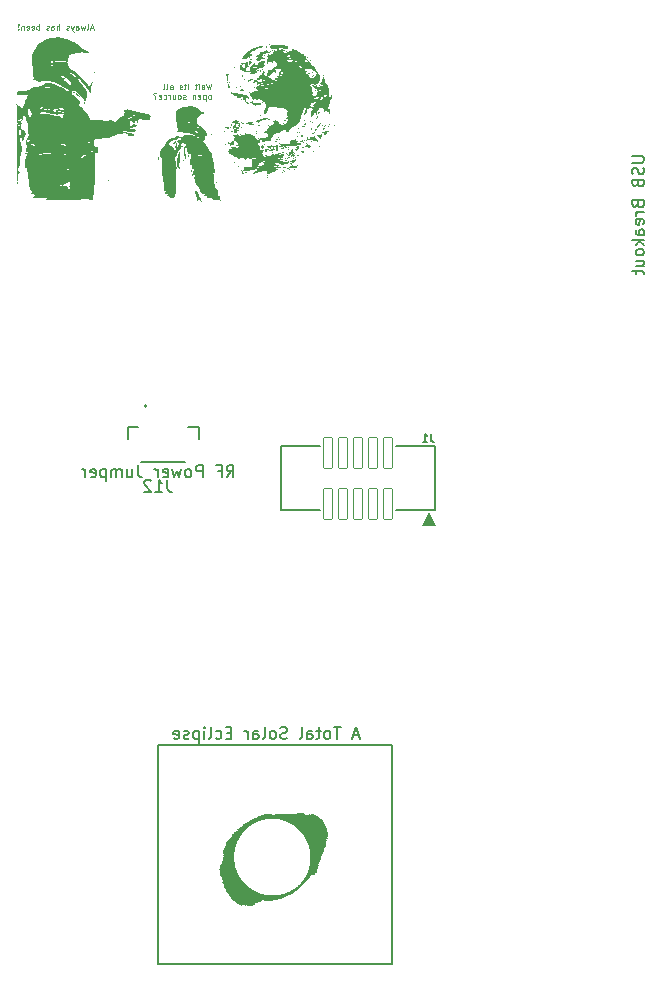
<source format=gbr>
%TF.GenerationSoftware,KiCad,Pcbnew,8.0.2-1*%
%TF.CreationDate,2024-05-28T17:53:56-07:00*%
%TF.ProjectId,flight_computer_dev_board_rfm98pw,666c6967-6874-45f6-936f-6d7075746572,rev?*%
%TF.SameCoordinates,Original*%
%TF.FileFunction,Legend,Bot*%
%TF.FilePolarity,Positive*%
%FSLAX46Y46*%
G04 Gerber Fmt 4.6, Leading zero omitted, Abs format (unit mm)*
G04 Created by KiCad (PCBNEW 8.0.2-1) date 2024-05-28 17:53:56*
%MOMM*%
%LPD*%
G01*
G04 APERTURE LIST*
G04 Aperture macros list*
%AMRoundRect*
0 Rectangle with rounded corners*
0 $1 Rounding radius*
0 $2 $3 $4 $5 $6 $7 $8 $9 X,Y pos of 4 corners*
0 Add a 4 corners polygon primitive as box body*
4,1,4,$2,$3,$4,$5,$6,$7,$8,$9,$2,$3,0*
0 Add four circle primitives for the rounded corners*
1,1,$1+$1,$2,$3*
1,1,$1+$1,$4,$5*
1,1,$1+$1,$6,$7*
1,1,$1+$1,$8,$9*
0 Add four rect primitives between the rounded corners*
20,1,$1+$1,$2,$3,$4,$5,0*
20,1,$1+$1,$4,$5,$6,$7,0*
20,1,$1+$1,$6,$7,$8,$9,0*
20,1,$1+$1,$8,$9,$2,$3,0*%
G04 Aperture macros list end*
%ADD10C,0.150000*%
%ADD11C,0.125000*%
%ADD12C,0.146304*%
%ADD13C,0.000000*%
%ADD14C,0.127000*%
%ADD15C,0.200000*%
%ADD16C,2.050000*%
%ADD17C,2.250000*%
%ADD18C,2.000000*%
%ADD19C,5.000000*%
%ADD20O,2.416000X1.208000*%
%ADD21R,1.700000X1.700000*%
%ADD22O,1.700000X1.700000*%
%ADD23C,1.000000*%
%ADD24RoundRect,0.050800X0.380000X1.300000X-0.380000X1.300000X-0.380000X-1.300000X0.380000X-1.300000X0*%
%ADD25R,0.600000X1.550000*%
%ADD26R,1.200000X1.800000*%
G04 APERTURE END LIST*
D10*
X181510000Y-119960000D02*
X201300000Y-119960000D01*
X201300000Y-138480000D01*
X181510000Y-138480000D01*
X181510000Y-119960000D01*
X198480839Y-119164104D02*
X198004649Y-119164104D01*
X198576077Y-119449819D02*
X198242744Y-118449819D01*
X198242744Y-118449819D02*
X197909411Y-119449819D01*
X196957029Y-118449819D02*
X196385601Y-118449819D01*
X196671315Y-119449819D02*
X196671315Y-118449819D01*
X195909410Y-119449819D02*
X196004648Y-119402200D01*
X196004648Y-119402200D02*
X196052267Y-119354580D01*
X196052267Y-119354580D02*
X196099886Y-119259342D01*
X196099886Y-119259342D02*
X196099886Y-118973628D01*
X196099886Y-118973628D02*
X196052267Y-118878390D01*
X196052267Y-118878390D02*
X196004648Y-118830771D01*
X196004648Y-118830771D02*
X195909410Y-118783152D01*
X195909410Y-118783152D02*
X195766553Y-118783152D01*
X195766553Y-118783152D02*
X195671315Y-118830771D01*
X195671315Y-118830771D02*
X195623696Y-118878390D01*
X195623696Y-118878390D02*
X195576077Y-118973628D01*
X195576077Y-118973628D02*
X195576077Y-119259342D01*
X195576077Y-119259342D02*
X195623696Y-119354580D01*
X195623696Y-119354580D02*
X195671315Y-119402200D01*
X195671315Y-119402200D02*
X195766553Y-119449819D01*
X195766553Y-119449819D02*
X195909410Y-119449819D01*
X195290362Y-118783152D02*
X194909410Y-118783152D01*
X195147505Y-118449819D02*
X195147505Y-119306961D01*
X195147505Y-119306961D02*
X195099886Y-119402200D01*
X195099886Y-119402200D02*
X195004648Y-119449819D01*
X195004648Y-119449819D02*
X194909410Y-119449819D01*
X194147505Y-119449819D02*
X194147505Y-118926009D01*
X194147505Y-118926009D02*
X194195124Y-118830771D01*
X194195124Y-118830771D02*
X194290362Y-118783152D01*
X194290362Y-118783152D02*
X194480838Y-118783152D01*
X194480838Y-118783152D02*
X194576076Y-118830771D01*
X194147505Y-119402200D02*
X194242743Y-119449819D01*
X194242743Y-119449819D02*
X194480838Y-119449819D01*
X194480838Y-119449819D02*
X194576076Y-119402200D01*
X194576076Y-119402200D02*
X194623695Y-119306961D01*
X194623695Y-119306961D02*
X194623695Y-119211723D01*
X194623695Y-119211723D02*
X194576076Y-119116485D01*
X194576076Y-119116485D02*
X194480838Y-119068866D01*
X194480838Y-119068866D02*
X194242743Y-119068866D01*
X194242743Y-119068866D02*
X194147505Y-119021247D01*
X193528457Y-119449819D02*
X193623695Y-119402200D01*
X193623695Y-119402200D02*
X193671314Y-119306961D01*
X193671314Y-119306961D02*
X193671314Y-118449819D01*
X192433218Y-119402200D02*
X192290361Y-119449819D01*
X192290361Y-119449819D02*
X192052266Y-119449819D01*
X192052266Y-119449819D02*
X191957028Y-119402200D01*
X191957028Y-119402200D02*
X191909409Y-119354580D01*
X191909409Y-119354580D02*
X191861790Y-119259342D01*
X191861790Y-119259342D02*
X191861790Y-119164104D01*
X191861790Y-119164104D02*
X191909409Y-119068866D01*
X191909409Y-119068866D02*
X191957028Y-119021247D01*
X191957028Y-119021247D02*
X192052266Y-118973628D01*
X192052266Y-118973628D02*
X192242742Y-118926009D01*
X192242742Y-118926009D02*
X192337980Y-118878390D01*
X192337980Y-118878390D02*
X192385599Y-118830771D01*
X192385599Y-118830771D02*
X192433218Y-118735533D01*
X192433218Y-118735533D02*
X192433218Y-118640295D01*
X192433218Y-118640295D02*
X192385599Y-118545057D01*
X192385599Y-118545057D02*
X192337980Y-118497438D01*
X192337980Y-118497438D02*
X192242742Y-118449819D01*
X192242742Y-118449819D02*
X192004647Y-118449819D01*
X192004647Y-118449819D02*
X191861790Y-118497438D01*
X191290361Y-119449819D02*
X191385599Y-119402200D01*
X191385599Y-119402200D02*
X191433218Y-119354580D01*
X191433218Y-119354580D02*
X191480837Y-119259342D01*
X191480837Y-119259342D02*
X191480837Y-118973628D01*
X191480837Y-118973628D02*
X191433218Y-118878390D01*
X191433218Y-118878390D02*
X191385599Y-118830771D01*
X191385599Y-118830771D02*
X191290361Y-118783152D01*
X191290361Y-118783152D02*
X191147504Y-118783152D01*
X191147504Y-118783152D02*
X191052266Y-118830771D01*
X191052266Y-118830771D02*
X191004647Y-118878390D01*
X191004647Y-118878390D02*
X190957028Y-118973628D01*
X190957028Y-118973628D02*
X190957028Y-119259342D01*
X190957028Y-119259342D02*
X191004647Y-119354580D01*
X191004647Y-119354580D02*
X191052266Y-119402200D01*
X191052266Y-119402200D02*
X191147504Y-119449819D01*
X191147504Y-119449819D02*
X191290361Y-119449819D01*
X190385599Y-119449819D02*
X190480837Y-119402200D01*
X190480837Y-119402200D02*
X190528456Y-119306961D01*
X190528456Y-119306961D02*
X190528456Y-118449819D01*
X189576075Y-119449819D02*
X189576075Y-118926009D01*
X189576075Y-118926009D02*
X189623694Y-118830771D01*
X189623694Y-118830771D02*
X189718932Y-118783152D01*
X189718932Y-118783152D02*
X189909408Y-118783152D01*
X189909408Y-118783152D02*
X190004646Y-118830771D01*
X189576075Y-119402200D02*
X189671313Y-119449819D01*
X189671313Y-119449819D02*
X189909408Y-119449819D01*
X189909408Y-119449819D02*
X190004646Y-119402200D01*
X190004646Y-119402200D02*
X190052265Y-119306961D01*
X190052265Y-119306961D02*
X190052265Y-119211723D01*
X190052265Y-119211723D02*
X190004646Y-119116485D01*
X190004646Y-119116485D02*
X189909408Y-119068866D01*
X189909408Y-119068866D02*
X189671313Y-119068866D01*
X189671313Y-119068866D02*
X189576075Y-119021247D01*
X189099884Y-119449819D02*
X189099884Y-118783152D01*
X189099884Y-118973628D02*
X189052265Y-118878390D01*
X189052265Y-118878390D02*
X189004646Y-118830771D01*
X189004646Y-118830771D02*
X188909408Y-118783152D01*
X188909408Y-118783152D02*
X188814170Y-118783152D01*
X187718931Y-118926009D02*
X187385598Y-118926009D01*
X187242741Y-119449819D02*
X187718931Y-119449819D01*
X187718931Y-119449819D02*
X187718931Y-118449819D01*
X187718931Y-118449819D02*
X187242741Y-118449819D01*
X186385598Y-119402200D02*
X186480836Y-119449819D01*
X186480836Y-119449819D02*
X186671312Y-119449819D01*
X186671312Y-119449819D02*
X186766550Y-119402200D01*
X186766550Y-119402200D02*
X186814169Y-119354580D01*
X186814169Y-119354580D02*
X186861788Y-119259342D01*
X186861788Y-119259342D02*
X186861788Y-118973628D01*
X186861788Y-118973628D02*
X186814169Y-118878390D01*
X186814169Y-118878390D02*
X186766550Y-118830771D01*
X186766550Y-118830771D02*
X186671312Y-118783152D01*
X186671312Y-118783152D02*
X186480836Y-118783152D01*
X186480836Y-118783152D02*
X186385598Y-118830771D01*
X185814169Y-119449819D02*
X185909407Y-119402200D01*
X185909407Y-119402200D02*
X185957026Y-119306961D01*
X185957026Y-119306961D02*
X185957026Y-118449819D01*
X185433216Y-119449819D02*
X185433216Y-118783152D01*
X185433216Y-118449819D02*
X185480835Y-118497438D01*
X185480835Y-118497438D02*
X185433216Y-118545057D01*
X185433216Y-118545057D02*
X185385597Y-118497438D01*
X185385597Y-118497438D02*
X185433216Y-118449819D01*
X185433216Y-118449819D02*
X185433216Y-118545057D01*
X184957026Y-118783152D02*
X184957026Y-119783152D01*
X184957026Y-118830771D02*
X184861788Y-118783152D01*
X184861788Y-118783152D02*
X184671312Y-118783152D01*
X184671312Y-118783152D02*
X184576074Y-118830771D01*
X184576074Y-118830771D02*
X184528455Y-118878390D01*
X184528455Y-118878390D02*
X184480836Y-118973628D01*
X184480836Y-118973628D02*
X184480836Y-119259342D01*
X184480836Y-119259342D02*
X184528455Y-119354580D01*
X184528455Y-119354580D02*
X184576074Y-119402200D01*
X184576074Y-119402200D02*
X184671312Y-119449819D01*
X184671312Y-119449819D02*
X184861788Y-119449819D01*
X184861788Y-119449819D02*
X184957026Y-119402200D01*
X184099883Y-119402200D02*
X184004645Y-119449819D01*
X184004645Y-119449819D02*
X183814169Y-119449819D01*
X183814169Y-119449819D02*
X183718931Y-119402200D01*
X183718931Y-119402200D02*
X183671312Y-119306961D01*
X183671312Y-119306961D02*
X183671312Y-119259342D01*
X183671312Y-119259342D02*
X183718931Y-119164104D01*
X183718931Y-119164104D02*
X183814169Y-119116485D01*
X183814169Y-119116485D02*
X183957026Y-119116485D01*
X183957026Y-119116485D02*
X184052264Y-119068866D01*
X184052264Y-119068866D02*
X184099883Y-118973628D01*
X184099883Y-118973628D02*
X184099883Y-118926009D01*
X184099883Y-118926009D02*
X184052264Y-118830771D01*
X184052264Y-118830771D02*
X183957026Y-118783152D01*
X183957026Y-118783152D02*
X183814169Y-118783152D01*
X183814169Y-118783152D02*
X183718931Y-118830771D01*
X182861788Y-119402200D02*
X182957026Y-119449819D01*
X182957026Y-119449819D02*
X183147502Y-119449819D01*
X183147502Y-119449819D02*
X183242740Y-119402200D01*
X183242740Y-119402200D02*
X183290359Y-119306961D01*
X183290359Y-119306961D02*
X183290359Y-118926009D01*
X183290359Y-118926009D02*
X183242740Y-118830771D01*
X183242740Y-118830771D02*
X183147502Y-118783152D01*
X183147502Y-118783152D02*
X182957026Y-118783152D01*
X182957026Y-118783152D02*
X182861788Y-118830771D01*
X182861788Y-118830771D02*
X182814169Y-118926009D01*
X182814169Y-118926009D02*
X182814169Y-119021247D01*
X182814169Y-119021247D02*
X183290359Y-119116485D01*
X221634819Y-70096779D02*
X222444342Y-70096779D01*
X222444342Y-70096779D02*
X222539580Y-70144398D01*
X222539580Y-70144398D02*
X222587200Y-70192017D01*
X222587200Y-70192017D02*
X222634819Y-70287255D01*
X222634819Y-70287255D02*
X222634819Y-70477731D01*
X222634819Y-70477731D02*
X222587200Y-70572969D01*
X222587200Y-70572969D02*
X222539580Y-70620588D01*
X222539580Y-70620588D02*
X222444342Y-70668207D01*
X222444342Y-70668207D02*
X221634819Y-70668207D01*
X222587200Y-71096779D02*
X222634819Y-71239636D01*
X222634819Y-71239636D02*
X222634819Y-71477731D01*
X222634819Y-71477731D02*
X222587200Y-71572969D01*
X222587200Y-71572969D02*
X222539580Y-71620588D01*
X222539580Y-71620588D02*
X222444342Y-71668207D01*
X222444342Y-71668207D02*
X222349104Y-71668207D01*
X222349104Y-71668207D02*
X222253866Y-71620588D01*
X222253866Y-71620588D02*
X222206247Y-71572969D01*
X222206247Y-71572969D02*
X222158628Y-71477731D01*
X222158628Y-71477731D02*
X222111009Y-71287255D01*
X222111009Y-71287255D02*
X222063390Y-71192017D01*
X222063390Y-71192017D02*
X222015771Y-71144398D01*
X222015771Y-71144398D02*
X221920533Y-71096779D01*
X221920533Y-71096779D02*
X221825295Y-71096779D01*
X221825295Y-71096779D02*
X221730057Y-71144398D01*
X221730057Y-71144398D02*
X221682438Y-71192017D01*
X221682438Y-71192017D02*
X221634819Y-71287255D01*
X221634819Y-71287255D02*
X221634819Y-71525350D01*
X221634819Y-71525350D02*
X221682438Y-71668207D01*
X222111009Y-72430112D02*
X222158628Y-72572969D01*
X222158628Y-72572969D02*
X222206247Y-72620588D01*
X222206247Y-72620588D02*
X222301485Y-72668207D01*
X222301485Y-72668207D02*
X222444342Y-72668207D01*
X222444342Y-72668207D02*
X222539580Y-72620588D01*
X222539580Y-72620588D02*
X222587200Y-72572969D01*
X222587200Y-72572969D02*
X222634819Y-72477731D01*
X222634819Y-72477731D02*
X222634819Y-72096779D01*
X222634819Y-72096779D02*
X221634819Y-72096779D01*
X221634819Y-72096779D02*
X221634819Y-72430112D01*
X221634819Y-72430112D02*
X221682438Y-72525350D01*
X221682438Y-72525350D02*
X221730057Y-72572969D01*
X221730057Y-72572969D02*
X221825295Y-72620588D01*
X221825295Y-72620588D02*
X221920533Y-72620588D01*
X221920533Y-72620588D02*
X222015771Y-72572969D01*
X222015771Y-72572969D02*
X222063390Y-72525350D01*
X222063390Y-72525350D02*
X222111009Y-72430112D01*
X222111009Y-72430112D02*
X222111009Y-72096779D01*
X222111009Y-74192017D02*
X222158628Y-74334874D01*
X222158628Y-74334874D02*
X222206247Y-74382493D01*
X222206247Y-74382493D02*
X222301485Y-74430112D01*
X222301485Y-74430112D02*
X222444342Y-74430112D01*
X222444342Y-74430112D02*
X222539580Y-74382493D01*
X222539580Y-74382493D02*
X222587200Y-74334874D01*
X222587200Y-74334874D02*
X222634819Y-74239636D01*
X222634819Y-74239636D02*
X222634819Y-73858684D01*
X222634819Y-73858684D02*
X221634819Y-73858684D01*
X221634819Y-73858684D02*
X221634819Y-74192017D01*
X221634819Y-74192017D02*
X221682438Y-74287255D01*
X221682438Y-74287255D02*
X221730057Y-74334874D01*
X221730057Y-74334874D02*
X221825295Y-74382493D01*
X221825295Y-74382493D02*
X221920533Y-74382493D01*
X221920533Y-74382493D02*
X222015771Y-74334874D01*
X222015771Y-74334874D02*
X222063390Y-74287255D01*
X222063390Y-74287255D02*
X222111009Y-74192017D01*
X222111009Y-74192017D02*
X222111009Y-73858684D01*
X222634819Y-74858684D02*
X221968152Y-74858684D01*
X222158628Y-74858684D02*
X222063390Y-74906303D01*
X222063390Y-74906303D02*
X222015771Y-74953922D01*
X222015771Y-74953922D02*
X221968152Y-75049160D01*
X221968152Y-75049160D02*
X221968152Y-75144398D01*
X222587200Y-75858684D02*
X222634819Y-75763446D01*
X222634819Y-75763446D02*
X222634819Y-75572970D01*
X222634819Y-75572970D02*
X222587200Y-75477732D01*
X222587200Y-75477732D02*
X222491961Y-75430113D01*
X222491961Y-75430113D02*
X222111009Y-75430113D01*
X222111009Y-75430113D02*
X222015771Y-75477732D01*
X222015771Y-75477732D02*
X221968152Y-75572970D01*
X221968152Y-75572970D02*
X221968152Y-75763446D01*
X221968152Y-75763446D02*
X222015771Y-75858684D01*
X222015771Y-75858684D02*
X222111009Y-75906303D01*
X222111009Y-75906303D02*
X222206247Y-75906303D01*
X222206247Y-75906303D02*
X222301485Y-75430113D01*
X222634819Y-76763446D02*
X222111009Y-76763446D01*
X222111009Y-76763446D02*
X222015771Y-76715827D01*
X222015771Y-76715827D02*
X221968152Y-76620589D01*
X221968152Y-76620589D02*
X221968152Y-76430113D01*
X221968152Y-76430113D02*
X222015771Y-76334875D01*
X222587200Y-76763446D02*
X222634819Y-76668208D01*
X222634819Y-76668208D02*
X222634819Y-76430113D01*
X222634819Y-76430113D02*
X222587200Y-76334875D01*
X222587200Y-76334875D02*
X222491961Y-76287256D01*
X222491961Y-76287256D02*
X222396723Y-76287256D01*
X222396723Y-76287256D02*
X222301485Y-76334875D01*
X222301485Y-76334875D02*
X222253866Y-76430113D01*
X222253866Y-76430113D02*
X222253866Y-76668208D01*
X222253866Y-76668208D02*
X222206247Y-76763446D01*
X222634819Y-77239637D02*
X221634819Y-77239637D01*
X222253866Y-77334875D02*
X222634819Y-77620589D01*
X221968152Y-77620589D02*
X222349104Y-77239637D01*
X222634819Y-78192018D02*
X222587200Y-78096780D01*
X222587200Y-78096780D02*
X222539580Y-78049161D01*
X222539580Y-78049161D02*
X222444342Y-78001542D01*
X222444342Y-78001542D02*
X222158628Y-78001542D01*
X222158628Y-78001542D02*
X222063390Y-78049161D01*
X222063390Y-78049161D02*
X222015771Y-78096780D01*
X222015771Y-78096780D02*
X221968152Y-78192018D01*
X221968152Y-78192018D02*
X221968152Y-78334875D01*
X221968152Y-78334875D02*
X222015771Y-78430113D01*
X222015771Y-78430113D02*
X222063390Y-78477732D01*
X222063390Y-78477732D02*
X222158628Y-78525351D01*
X222158628Y-78525351D02*
X222444342Y-78525351D01*
X222444342Y-78525351D02*
X222539580Y-78477732D01*
X222539580Y-78477732D02*
X222587200Y-78430113D01*
X222587200Y-78430113D02*
X222634819Y-78334875D01*
X222634819Y-78334875D02*
X222634819Y-78192018D01*
X221968152Y-79382494D02*
X222634819Y-79382494D01*
X221968152Y-78953923D02*
X222491961Y-78953923D01*
X222491961Y-78953923D02*
X222587200Y-79001542D01*
X222587200Y-79001542D02*
X222634819Y-79096780D01*
X222634819Y-79096780D02*
X222634819Y-79239637D01*
X222634819Y-79239637D02*
X222587200Y-79334875D01*
X222587200Y-79334875D02*
X222539580Y-79382494D01*
X221968152Y-79715828D02*
X221968152Y-80096780D01*
X221634819Y-79858685D02*
X222491961Y-79858685D01*
X222491961Y-79858685D02*
X222587200Y-79906304D01*
X222587200Y-79906304D02*
X222634819Y-80001542D01*
X222634819Y-80001542D02*
X222634819Y-80096780D01*
X187321792Y-97289819D02*
X187655125Y-96813628D01*
X187893220Y-97289819D02*
X187893220Y-96289819D01*
X187893220Y-96289819D02*
X187512268Y-96289819D01*
X187512268Y-96289819D02*
X187417030Y-96337438D01*
X187417030Y-96337438D02*
X187369411Y-96385057D01*
X187369411Y-96385057D02*
X187321792Y-96480295D01*
X187321792Y-96480295D02*
X187321792Y-96623152D01*
X187321792Y-96623152D02*
X187369411Y-96718390D01*
X187369411Y-96718390D02*
X187417030Y-96766009D01*
X187417030Y-96766009D02*
X187512268Y-96813628D01*
X187512268Y-96813628D02*
X187893220Y-96813628D01*
X186559887Y-96766009D02*
X186893220Y-96766009D01*
X186893220Y-97289819D02*
X186893220Y-96289819D01*
X186893220Y-96289819D02*
X186417030Y-96289819D01*
X185274172Y-97289819D02*
X185274172Y-96289819D01*
X185274172Y-96289819D02*
X184893220Y-96289819D01*
X184893220Y-96289819D02*
X184797982Y-96337438D01*
X184797982Y-96337438D02*
X184750363Y-96385057D01*
X184750363Y-96385057D02*
X184702744Y-96480295D01*
X184702744Y-96480295D02*
X184702744Y-96623152D01*
X184702744Y-96623152D02*
X184750363Y-96718390D01*
X184750363Y-96718390D02*
X184797982Y-96766009D01*
X184797982Y-96766009D02*
X184893220Y-96813628D01*
X184893220Y-96813628D02*
X185274172Y-96813628D01*
X184131315Y-97289819D02*
X184226553Y-97242200D01*
X184226553Y-97242200D02*
X184274172Y-97194580D01*
X184274172Y-97194580D02*
X184321791Y-97099342D01*
X184321791Y-97099342D02*
X184321791Y-96813628D01*
X184321791Y-96813628D02*
X184274172Y-96718390D01*
X184274172Y-96718390D02*
X184226553Y-96670771D01*
X184226553Y-96670771D02*
X184131315Y-96623152D01*
X184131315Y-96623152D02*
X183988458Y-96623152D01*
X183988458Y-96623152D02*
X183893220Y-96670771D01*
X183893220Y-96670771D02*
X183845601Y-96718390D01*
X183845601Y-96718390D02*
X183797982Y-96813628D01*
X183797982Y-96813628D02*
X183797982Y-97099342D01*
X183797982Y-97099342D02*
X183845601Y-97194580D01*
X183845601Y-97194580D02*
X183893220Y-97242200D01*
X183893220Y-97242200D02*
X183988458Y-97289819D01*
X183988458Y-97289819D02*
X184131315Y-97289819D01*
X183464648Y-96623152D02*
X183274172Y-97289819D01*
X183274172Y-97289819D02*
X183083696Y-96813628D01*
X183083696Y-96813628D02*
X182893220Y-97289819D01*
X182893220Y-97289819D02*
X182702744Y-96623152D01*
X181940839Y-97242200D02*
X182036077Y-97289819D01*
X182036077Y-97289819D02*
X182226553Y-97289819D01*
X182226553Y-97289819D02*
X182321791Y-97242200D01*
X182321791Y-97242200D02*
X182369410Y-97146961D01*
X182369410Y-97146961D02*
X182369410Y-96766009D01*
X182369410Y-96766009D02*
X182321791Y-96670771D01*
X182321791Y-96670771D02*
X182226553Y-96623152D01*
X182226553Y-96623152D02*
X182036077Y-96623152D01*
X182036077Y-96623152D02*
X181940839Y-96670771D01*
X181940839Y-96670771D02*
X181893220Y-96766009D01*
X181893220Y-96766009D02*
X181893220Y-96861247D01*
X181893220Y-96861247D02*
X182369410Y-96956485D01*
X181464648Y-97289819D02*
X181464648Y-96623152D01*
X181464648Y-96813628D02*
X181417029Y-96718390D01*
X181417029Y-96718390D02*
X181369410Y-96670771D01*
X181369410Y-96670771D02*
X181274172Y-96623152D01*
X181274172Y-96623152D02*
X181178934Y-96623152D01*
X179797981Y-96289819D02*
X179797981Y-97004104D01*
X179797981Y-97004104D02*
X179845600Y-97146961D01*
X179845600Y-97146961D02*
X179940838Y-97242200D01*
X179940838Y-97242200D02*
X180083695Y-97289819D01*
X180083695Y-97289819D02*
X180178933Y-97289819D01*
X178893219Y-96623152D02*
X178893219Y-97289819D01*
X179321790Y-96623152D02*
X179321790Y-97146961D01*
X179321790Y-97146961D02*
X179274171Y-97242200D01*
X179274171Y-97242200D02*
X179178933Y-97289819D01*
X179178933Y-97289819D02*
X179036076Y-97289819D01*
X179036076Y-97289819D02*
X178940838Y-97242200D01*
X178940838Y-97242200D02*
X178893219Y-97194580D01*
X178417028Y-97289819D02*
X178417028Y-96623152D01*
X178417028Y-96718390D02*
X178369409Y-96670771D01*
X178369409Y-96670771D02*
X178274171Y-96623152D01*
X178274171Y-96623152D02*
X178131314Y-96623152D01*
X178131314Y-96623152D02*
X178036076Y-96670771D01*
X178036076Y-96670771D02*
X177988457Y-96766009D01*
X177988457Y-96766009D02*
X177988457Y-97289819D01*
X177988457Y-96766009D02*
X177940838Y-96670771D01*
X177940838Y-96670771D02*
X177845600Y-96623152D01*
X177845600Y-96623152D02*
X177702743Y-96623152D01*
X177702743Y-96623152D02*
X177607504Y-96670771D01*
X177607504Y-96670771D02*
X177559885Y-96766009D01*
X177559885Y-96766009D02*
X177559885Y-97289819D01*
X177083695Y-96623152D02*
X177083695Y-97623152D01*
X177083695Y-96670771D02*
X176988457Y-96623152D01*
X176988457Y-96623152D02*
X176797981Y-96623152D01*
X176797981Y-96623152D02*
X176702743Y-96670771D01*
X176702743Y-96670771D02*
X176655124Y-96718390D01*
X176655124Y-96718390D02*
X176607505Y-96813628D01*
X176607505Y-96813628D02*
X176607505Y-97099342D01*
X176607505Y-97099342D02*
X176655124Y-97194580D01*
X176655124Y-97194580D02*
X176702743Y-97242200D01*
X176702743Y-97242200D02*
X176797981Y-97289819D01*
X176797981Y-97289819D02*
X176988457Y-97289819D01*
X176988457Y-97289819D02*
X177083695Y-97242200D01*
X175797981Y-97242200D02*
X175893219Y-97289819D01*
X175893219Y-97289819D02*
X176083695Y-97289819D01*
X176083695Y-97289819D02*
X176178933Y-97242200D01*
X176178933Y-97242200D02*
X176226552Y-97146961D01*
X176226552Y-97146961D02*
X176226552Y-96766009D01*
X176226552Y-96766009D02*
X176178933Y-96670771D01*
X176178933Y-96670771D02*
X176083695Y-96623152D01*
X176083695Y-96623152D02*
X175893219Y-96623152D01*
X175893219Y-96623152D02*
X175797981Y-96670771D01*
X175797981Y-96670771D02*
X175750362Y-96766009D01*
X175750362Y-96766009D02*
X175750362Y-96861247D01*
X175750362Y-96861247D02*
X176226552Y-96956485D01*
X175321790Y-97289819D02*
X175321790Y-96623152D01*
X175321790Y-96813628D02*
X175274171Y-96718390D01*
X175274171Y-96718390D02*
X175226552Y-96670771D01*
X175226552Y-96670771D02*
X175131314Y-96623152D01*
X175131314Y-96623152D02*
X175036076Y-96623152D01*
D11*
X176002525Y-59269452D02*
X175764430Y-59269452D01*
X176050144Y-59412309D02*
X175883478Y-58912309D01*
X175883478Y-58912309D02*
X175716811Y-59412309D01*
X175478716Y-59412309D02*
X175526335Y-59388500D01*
X175526335Y-59388500D02*
X175550145Y-59340880D01*
X175550145Y-59340880D02*
X175550145Y-58912309D01*
X175335859Y-59078976D02*
X175240621Y-59412309D01*
X175240621Y-59412309D02*
X175145383Y-59174214D01*
X175145383Y-59174214D02*
X175050145Y-59412309D01*
X175050145Y-59412309D02*
X174954907Y-59078976D01*
X174550144Y-59412309D02*
X174550144Y-59150404D01*
X174550144Y-59150404D02*
X174573954Y-59102785D01*
X174573954Y-59102785D02*
X174621573Y-59078976D01*
X174621573Y-59078976D02*
X174716811Y-59078976D01*
X174716811Y-59078976D02*
X174764430Y-59102785D01*
X174550144Y-59388500D02*
X174597763Y-59412309D01*
X174597763Y-59412309D02*
X174716811Y-59412309D01*
X174716811Y-59412309D02*
X174764430Y-59388500D01*
X174764430Y-59388500D02*
X174788239Y-59340880D01*
X174788239Y-59340880D02*
X174788239Y-59293261D01*
X174788239Y-59293261D02*
X174764430Y-59245642D01*
X174764430Y-59245642D02*
X174716811Y-59221833D01*
X174716811Y-59221833D02*
X174597763Y-59221833D01*
X174597763Y-59221833D02*
X174550144Y-59198023D01*
X174359668Y-59078976D02*
X174240620Y-59412309D01*
X174121573Y-59078976D02*
X174240620Y-59412309D01*
X174240620Y-59412309D02*
X174288239Y-59531357D01*
X174288239Y-59531357D02*
X174312049Y-59555166D01*
X174312049Y-59555166D02*
X174359668Y-59578976D01*
X173954906Y-59388500D02*
X173907287Y-59412309D01*
X173907287Y-59412309D02*
X173812049Y-59412309D01*
X173812049Y-59412309D02*
X173764430Y-59388500D01*
X173764430Y-59388500D02*
X173740621Y-59340880D01*
X173740621Y-59340880D02*
X173740621Y-59317071D01*
X173740621Y-59317071D02*
X173764430Y-59269452D01*
X173764430Y-59269452D02*
X173812049Y-59245642D01*
X173812049Y-59245642D02*
X173883478Y-59245642D01*
X173883478Y-59245642D02*
X173931097Y-59221833D01*
X173931097Y-59221833D02*
X173954906Y-59174214D01*
X173954906Y-59174214D02*
X173954906Y-59150404D01*
X173954906Y-59150404D02*
X173931097Y-59102785D01*
X173931097Y-59102785D02*
X173883478Y-59078976D01*
X173883478Y-59078976D02*
X173812049Y-59078976D01*
X173812049Y-59078976D02*
X173764430Y-59102785D01*
X173145383Y-59412309D02*
X173145383Y-58912309D01*
X172931097Y-59412309D02*
X172931097Y-59150404D01*
X172931097Y-59150404D02*
X172954907Y-59102785D01*
X172954907Y-59102785D02*
X173002526Y-59078976D01*
X173002526Y-59078976D02*
X173073954Y-59078976D01*
X173073954Y-59078976D02*
X173121573Y-59102785D01*
X173121573Y-59102785D02*
X173145383Y-59126595D01*
X172478716Y-59412309D02*
X172478716Y-59150404D01*
X172478716Y-59150404D02*
X172502526Y-59102785D01*
X172502526Y-59102785D02*
X172550145Y-59078976D01*
X172550145Y-59078976D02*
X172645383Y-59078976D01*
X172645383Y-59078976D02*
X172693002Y-59102785D01*
X172478716Y-59388500D02*
X172526335Y-59412309D01*
X172526335Y-59412309D02*
X172645383Y-59412309D01*
X172645383Y-59412309D02*
X172693002Y-59388500D01*
X172693002Y-59388500D02*
X172716811Y-59340880D01*
X172716811Y-59340880D02*
X172716811Y-59293261D01*
X172716811Y-59293261D02*
X172693002Y-59245642D01*
X172693002Y-59245642D02*
X172645383Y-59221833D01*
X172645383Y-59221833D02*
X172526335Y-59221833D01*
X172526335Y-59221833D02*
X172478716Y-59198023D01*
X172264430Y-59388500D02*
X172216811Y-59412309D01*
X172216811Y-59412309D02*
X172121573Y-59412309D01*
X172121573Y-59412309D02*
X172073954Y-59388500D01*
X172073954Y-59388500D02*
X172050145Y-59340880D01*
X172050145Y-59340880D02*
X172050145Y-59317071D01*
X172050145Y-59317071D02*
X172073954Y-59269452D01*
X172073954Y-59269452D02*
X172121573Y-59245642D01*
X172121573Y-59245642D02*
X172193002Y-59245642D01*
X172193002Y-59245642D02*
X172240621Y-59221833D01*
X172240621Y-59221833D02*
X172264430Y-59174214D01*
X172264430Y-59174214D02*
X172264430Y-59150404D01*
X172264430Y-59150404D02*
X172240621Y-59102785D01*
X172240621Y-59102785D02*
X172193002Y-59078976D01*
X172193002Y-59078976D02*
X172121573Y-59078976D01*
X172121573Y-59078976D02*
X172073954Y-59102785D01*
X171454907Y-59412309D02*
X171454907Y-58912309D01*
X171454907Y-59102785D02*
X171407288Y-59078976D01*
X171407288Y-59078976D02*
X171312050Y-59078976D01*
X171312050Y-59078976D02*
X171264431Y-59102785D01*
X171264431Y-59102785D02*
X171240621Y-59126595D01*
X171240621Y-59126595D02*
X171216812Y-59174214D01*
X171216812Y-59174214D02*
X171216812Y-59317071D01*
X171216812Y-59317071D02*
X171240621Y-59364690D01*
X171240621Y-59364690D02*
X171264431Y-59388500D01*
X171264431Y-59388500D02*
X171312050Y-59412309D01*
X171312050Y-59412309D02*
X171407288Y-59412309D01*
X171407288Y-59412309D02*
X171454907Y-59388500D01*
X170812050Y-59388500D02*
X170859669Y-59412309D01*
X170859669Y-59412309D02*
X170954907Y-59412309D01*
X170954907Y-59412309D02*
X171002526Y-59388500D01*
X171002526Y-59388500D02*
X171026335Y-59340880D01*
X171026335Y-59340880D02*
X171026335Y-59150404D01*
X171026335Y-59150404D02*
X171002526Y-59102785D01*
X171002526Y-59102785D02*
X170954907Y-59078976D01*
X170954907Y-59078976D02*
X170859669Y-59078976D01*
X170859669Y-59078976D02*
X170812050Y-59102785D01*
X170812050Y-59102785D02*
X170788240Y-59150404D01*
X170788240Y-59150404D02*
X170788240Y-59198023D01*
X170788240Y-59198023D02*
X171026335Y-59245642D01*
X170383479Y-59388500D02*
X170431098Y-59412309D01*
X170431098Y-59412309D02*
X170526336Y-59412309D01*
X170526336Y-59412309D02*
X170573955Y-59388500D01*
X170573955Y-59388500D02*
X170597764Y-59340880D01*
X170597764Y-59340880D02*
X170597764Y-59150404D01*
X170597764Y-59150404D02*
X170573955Y-59102785D01*
X170573955Y-59102785D02*
X170526336Y-59078976D01*
X170526336Y-59078976D02*
X170431098Y-59078976D01*
X170431098Y-59078976D02*
X170383479Y-59102785D01*
X170383479Y-59102785D02*
X170359669Y-59150404D01*
X170359669Y-59150404D02*
X170359669Y-59198023D01*
X170359669Y-59198023D02*
X170597764Y-59245642D01*
X170145384Y-59078976D02*
X170145384Y-59412309D01*
X170145384Y-59126595D02*
X170121574Y-59102785D01*
X170121574Y-59102785D02*
X170073955Y-59078976D01*
X170073955Y-59078976D02*
X170002527Y-59078976D01*
X170002527Y-59078976D02*
X169954908Y-59102785D01*
X169954908Y-59102785D02*
X169931098Y-59150404D01*
X169931098Y-59150404D02*
X169931098Y-59412309D01*
X169693003Y-59364690D02*
X169669193Y-59388500D01*
X169669193Y-59388500D02*
X169693003Y-59412309D01*
X169693003Y-59412309D02*
X169716812Y-59388500D01*
X169716812Y-59388500D02*
X169693003Y-59364690D01*
X169693003Y-59364690D02*
X169693003Y-59412309D01*
X169693003Y-59221833D02*
X169716812Y-58936119D01*
X169716812Y-58936119D02*
X169693003Y-58912309D01*
X169693003Y-58912309D02*
X169669193Y-58936119D01*
X169669193Y-58936119D02*
X169693003Y-59221833D01*
X169693003Y-59221833D02*
X169693003Y-58912309D01*
X186026335Y-63967337D02*
X185907287Y-64467337D01*
X185907287Y-64467337D02*
X185812049Y-64110194D01*
X185812049Y-64110194D02*
X185716811Y-64467337D01*
X185716811Y-64467337D02*
X185597764Y-63967337D01*
X185193001Y-64467337D02*
X185193001Y-64205432D01*
X185193001Y-64205432D02*
X185216811Y-64157813D01*
X185216811Y-64157813D02*
X185264430Y-64134004D01*
X185264430Y-64134004D02*
X185359668Y-64134004D01*
X185359668Y-64134004D02*
X185407287Y-64157813D01*
X185193001Y-64443528D02*
X185240620Y-64467337D01*
X185240620Y-64467337D02*
X185359668Y-64467337D01*
X185359668Y-64467337D02*
X185407287Y-64443528D01*
X185407287Y-64443528D02*
X185431096Y-64395908D01*
X185431096Y-64395908D02*
X185431096Y-64348289D01*
X185431096Y-64348289D02*
X185407287Y-64300670D01*
X185407287Y-64300670D02*
X185359668Y-64276861D01*
X185359668Y-64276861D02*
X185240620Y-64276861D01*
X185240620Y-64276861D02*
X185193001Y-64253051D01*
X184954906Y-64467337D02*
X184954906Y-64134004D01*
X184954906Y-63967337D02*
X184978715Y-63991147D01*
X184978715Y-63991147D02*
X184954906Y-64014956D01*
X184954906Y-64014956D02*
X184931096Y-63991147D01*
X184931096Y-63991147D02*
X184954906Y-63967337D01*
X184954906Y-63967337D02*
X184954906Y-64014956D01*
X184788239Y-64134004D02*
X184597763Y-64134004D01*
X184716811Y-63967337D02*
X184716811Y-64395908D01*
X184716811Y-64395908D02*
X184693001Y-64443528D01*
X184693001Y-64443528D02*
X184645382Y-64467337D01*
X184645382Y-64467337D02*
X184597763Y-64467337D01*
X184050145Y-64467337D02*
X184050145Y-64134004D01*
X184050145Y-63967337D02*
X184073954Y-63991147D01*
X184073954Y-63991147D02*
X184050145Y-64014956D01*
X184050145Y-64014956D02*
X184026335Y-63991147D01*
X184026335Y-63991147D02*
X184050145Y-63967337D01*
X184050145Y-63967337D02*
X184050145Y-64014956D01*
X183883478Y-64134004D02*
X183693002Y-64134004D01*
X183812050Y-63967337D02*
X183812050Y-64395908D01*
X183812050Y-64395908D02*
X183788240Y-64443528D01*
X183788240Y-64443528D02*
X183740621Y-64467337D01*
X183740621Y-64467337D02*
X183693002Y-64467337D01*
X183550145Y-64443528D02*
X183502526Y-64467337D01*
X183502526Y-64467337D02*
X183407288Y-64467337D01*
X183407288Y-64467337D02*
X183359669Y-64443528D01*
X183359669Y-64443528D02*
X183335860Y-64395908D01*
X183335860Y-64395908D02*
X183335860Y-64372099D01*
X183335860Y-64372099D02*
X183359669Y-64324480D01*
X183359669Y-64324480D02*
X183407288Y-64300670D01*
X183407288Y-64300670D02*
X183478717Y-64300670D01*
X183478717Y-64300670D02*
X183526336Y-64276861D01*
X183526336Y-64276861D02*
X183550145Y-64229242D01*
X183550145Y-64229242D02*
X183550145Y-64205432D01*
X183550145Y-64205432D02*
X183526336Y-64157813D01*
X183526336Y-64157813D02*
X183478717Y-64134004D01*
X183478717Y-64134004D02*
X183407288Y-64134004D01*
X183407288Y-64134004D02*
X183359669Y-64157813D01*
X182526336Y-64467337D02*
X182526336Y-64205432D01*
X182526336Y-64205432D02*
X182550146Y-64157813D01*
X182550146Y-64157813D02*
X182597765Y-64134004D01*
X182597765Y-64134004D02*
X182693003Y-64134004D01*
X182693003Y-64134004D02*
X182740622Y-64157813D01*
X182526336Y-64443528D02*
X182573955Y-64467337D01*
X182573955Y-64467337D02*
X182693003Y-64467337D01*
X182693003Y-64467337D02*
X182740622Y-64443528D01*
X182740622Y-64443528D02*
X182764431Y-64395908D01*
X182764431Y-64395908D02*
X182764431Y-64348289D01*
X182764431Y-64348289D02*
X182740622Y-64300670D01*
X182740622Y-64300670D02*
X182693003Y-64276861D01*
X182693003Y-64276861D02*
X182573955Y-64276861D01*
X182573955Y-64276861D02*
X182526336Y-64253051D01*
X182216812Y-64467337D02*
X182264431Y-64443528D01*
X182264431Y-64443528D02*
X182288241Y-64395908D01*
X182288241Y-64395908D02*
X182288241Y-63967337D01*
X181954907Y-64467337D02*
X182002526Y-64443528D01*
X182002526Y-64443528D02*
X182026336Y-64395908D01*
X182026336Y-64395908D02*
X182026336Y-63967337D01*
X185907287Y-65272309D02*
X185954906Y-65248500D01*
X185954906Y-65248500D02*
X185978716Y-65224690D01*
X185978716Y-65224690D02*
X186002525Y-65177071D01*
X186002525Y-65177071D02*
X186002525Y-65034214D01*
X186002525Y-65034214D02*
X185978716Y-64986595D01*
X185978716Y-64986595D02*
X185954906Y-64962785D01*
X185954906Y-64962785D02*
X185907287Y-64938976D01*
X185907287Y-64938976D02*
X185835859Y-64938976D01*
X185835859Y-64938976D02*
X185788240Y-64962785D01*
X185788240Y-64962785D02*
X185764430Y-64986595D01*
X185764430Y-64986595D02*
X185740621Y-65034214D01*
X185740621Y-65034214D02*
X185740621Y-65177071D01*
X185740621Y-65177071D02*
X185764430Y-65224690D01*
X185764430Y-65224690D02*
X185788240Y-65248500D01*
X185788240Y-65248500D02*
X185835859Y-65272309D01*
X185835859Y-65272309D02*
X185907287Y-65272309D01*
X185526335Y-64938976D02*
X185526335Y-65438976D01*
X185526335Y-64962785D02*
X185478716Y-64938976D01*
X185478716Y-64938976D02*
X185383478Y-64938976D01*
X185383478Y-64938976D02*
X185335859Y-64962785D01*
X185335859Y-64962785D02*
X185312049Y-64986595D01*
X185312049Y-64986595D02*
X185288240Y-65034214D01*
X185288240Y-65034214D02*
X185288240Y-65177071D01*
X185288240Y-65177071D02*
X185312049Y-65224690D01*
X185312049Y-65224690D02*
X185335859Y-65248500D01*
X185335859Y-65248500D02*
X185383478Y-65272309D01*
X185383478Y-65272309D02*
X185478716Y-65272309D01*
X185478716Y-65272309D02*
X185526335Y-65248500D01*
X184883478Y-65248500D02*
X184931097Y-65272309D01*
X184931097Y-65272309D02*
X185026335Y-65272309D01*
X185026335Y-65272309D02*
X185073954Y-65248500D01*
X185073954Y-65248500D02*
X185097763Y-65200880D01*
X185097763Y-65200880D02*
X185097763Y-65010404D01*
X185097763Y-65010404D02*
X185073954Y-64962785D01*
X185073954Y-64962785D02*
X185026335Y-64938976D01*
X185026335Y-64938976D02*
X184931097Y-64938976D01*
X184931097Y-64938976D02*
X184883478Y-64962785D01*
X184883478Y-64962785D02*
X184859668Y-65010404D01*
X184859668Y-65010404D02*
X184859668Y-65058023D01*
X184859668Y-65058023D02*
X185097763Y-65105642D01*
X184645383Y-64938976D02*
X184645383Y-65272309D01*
X184645383Y-64986595D02*
X184621573Y-64962785D01*
X184621573Y-64962785D02*
X184573954Y-64938976D01*
X184573954Y-64938976D02*
X184502526Y-64938976D01*
X184502526Y-64938976D02*
X184454907Y-64962785D01*
X184454907Y-64962785D02*
X184431097Y-65010404D01*
X184431097Y-65010404D02*
X184431097Y-65272309D01*
X183835859Y-65248500D02*
X183788240Y-65272309D01*
X183788240Y-65272309D02*
X183693002Y-65272309D01*
X183693002Y-65272309D02*
X183645383Y-65248500D01*
X183645383Y-65248500D02*
X183621574Y-65200880D01*
X183621574Y-65200880D02*
X183621574Y-65177071D01*
X183621574Y-65177071D02*
X183645383Y-65129452D01*
X183645383Y-65129452D02*
X183693002Y-65105642D01*
X183693002Y-65105642D02*
X183764431Y-65105642D01*
X183764431Y-65105642D02*
X183812050Y-65081833D01*
X183812050Y-65081833D02*
X183835859Y-65034214D01*
X183835859Y-65034214D02*
X183835859Y-65010404D01*
X183835859Y-65010404D02*
X183812050Y-64962785D01*
X183812050Y-64962785D02*
X183764431Y-64938976D01*
X183764431Y-64938976D02*
X183693002Y-64938976D01*
X183693002Y-64938976D02*
X183645383Y-64962785D01*
X183335859Y-65272309D02*
X183383478Y-65248500D01*
X183383478Y-65248500D02*
X183407288Y-65224690D01*
X183407288Y-65224690D02*
X183431097Y-65177071D01*
X183431097Y-65177071D02*
X183431097Y-65034214D01*
X183431097Y-65034214D02*
X183407288Y-64986595D01*
X183407288Y-64986595D02*
X183383478Y-64962785D01*
X183383478Y-64962785D02*
X183335859Y-64938976D01*
X183335859Y-64938976D02*
X183264431Y-64938976D01*
X183264431Y-64938976D02*
X183216812Y-64962785D01*
X183216812Y-64962785D02*
X183193002Y-64986595D01*
X183193002Y-64986595D02*
X183169193Y-65034214D01*
X183169193Y-65034214D02*
X183169193Y-65177071D01*
X183169193Y-65177071D02*
X183193002Y-65224690D01*
X183193002Y-65224690D02*
X183216812Y-65248500D01*
X183216812Y-65248500D02*
X183264431Y-65272309D01*
X183264431Y-65272309D02*
X183335859Y-65272309D01*
X182740621Y-64938976D02*
X182740621Y-65272309D01*
X182954907Y-64938976D02*
X182954907Y-65200880D01*
X182954907Y-65200880D02*
X182931097Y-65248500D01*
X182931097Y-65248500D02*
X182883478Y-65272309D01*
X182883478Y-65272309D02*
X182812050Y-65272309D01*
X182812050Y-65272309D02*
X182764431Y-65248500D01*
X182764431Y-65248500D02*
X182740621Y-65224690D01*
X182502526Y-65272309D02*
X182502526Y-64938976D01*
X182502526Y-65034214D02*
X182478716Y-64986595D01*
X182478716Y-64986595D02*
X182454907Y-64962785D01*
X182454907Y-64962785D02*
X182407288Y-64938976D01*
X182407288Y-64938976D02*
X182359669Y-64938976D01*
X181978716Y-65248500D02*
X182026335Y-65272309D01*
X182026335Y-65272309D02*
X182121573Y-65272309D01*
X182121573Y-65272309D02*
X182169192Y-65248500D01*
X182169192Y-65248500D02*
X182193002Y-65224690D01*
X182193002Y-65224690D02*
X182216811Y-65177071D01*
X182216811Y-65177071D02*
X182216811Y-65034214D01*
X182216811Y-65034214D02*
X182193002Y-64986595D01*
X182193002Y-64986595D02*
X182169192Y-64962785D01*
X182169192Y-64962785D02*
X182121573Y-64938976D01*
X182121573Y-64938976D02*
X182026335Y-64938976D01*
X182026335Y-64938976D02*
X181978716Y-64962785D01*
X181573955Y-65248500D02*
X181621574Y-65272309D01*
X181621574Y-65272309D02*
X181716812Y-65272309D01*
X181716812Y-65272309D02*
X181764431Y-65248500D01*
X181764431Y-65248500D02*
X181788240Y-65200880D01*
X181788240Y-65200880D02*
X181788240Y-65010404D01*
X181788240Y-65010404D02*
X181764431Y-64962785D01*
X181764431Y-64962785D02*
X181716812Y-64938976D01*
X181716812Y-64938976D02*
X181621574Y-64938976D01*
X181621574Y-64938976D02*
X181573955Y-64962785D01*
X181573955Y-64962785D02*
X181550145Y-65010404D01*
X181550145Y-65010404D02*
X181550145Y-65058023D01*
X181550145Y-65058023D02*
X181788240Y-65105642D01*
X181264431Y-65224690D02*
X181240622Y-65248500D01*
X181240622Y-65248500D02*
X181264431Y-65272309D01*
X181264431Y-65272309D02*
X181288241Y-65248500D01*
X181288241Y-65248500D02*
X181264431Y-65224690D01*
X181264431Y-65224690D02*
X181264431Y-65272309D01*
X181359669Y-64796119D02*
X181312050Y-64772309D01*
X181312050Y-64772309D02*
X181193003Y-64772309D01*
X181193003Y-64772309D02*
X181145384Y-64796119D01*
X181145384Y-64796119D02*
X181121574Y-64843738D01*
X181121574Y-64843738D02*
X181121574Y-64891357D01*
X181121574Y-64891357D02*
X181145384Y-64938976D01*
X181145384Y-64938976D02*
X181169193Y-64962785D01*
X181169193Y-64962785D02*
X181216812Y-64986595D01*
X181216812Y-64986595D02*
X181240622Y-65010404D01*
X181240622Y-65010404D02*
X181264431Y-65058023D01*
X181264431Y-65058023D02*
X181264431Y-65081833D01*
D12*
X204594631Y-93624329D02*
X204594631Y-94100398D01*
X204594631Y-94100398D02*
X204626368Y-94195612D01*
X204626368Y-94195612D02*
X204689844Y-94259088D01*
X204689844Y-94259088D02*
X204785058Y-94290825D01*
X204785058Y-94290825D02*
X204848534Y-94290825D01*
X203928135Y-94290825D02*
X204308990Y-94290825D01*
X204118562Y-94290825D02*
X204118562Y-93624329D01*
X204118562Y-93624329D02*
X204182038Y-93719543D01*
X204182038Y-93719543D02*
X204245514Y-93783019D01*
X204245514Y-93783019D02*
X204308990Y-93814757D01*
D10*
X182274523Y-97512319D02*
X182274523Y-98226604D01*
X182274523Y-98226604D02*
X182322142Y-98369461D01*
X182322142Y-98369461D02*
X182417380Y-98464700D01*
X182417380Y-98464700D02*
X182560237Y-98512319D01*
X182560237Y-98512319D02*
X182655475Y-98512319D01*
X181274523Y-98512319D02*
X181845951Y-98512319D01*
X181560237Y-98512319D02*
X181560237Y-97512319D01*
X181560237Y-97512319D02*
X181655475Y-97655176D01*
X181655475Y-97655176D02*
X181750713Y-97750414D01*
X181750713Y-97750414D02*
X181845951Y-97798033D01*
X180893570Y-97607557D02*
X180845951Y-97559938D01*
X180845951Y-97559938D02*
X180750713Y-97512319D01*
X180750713Y-97512319D02*
X180512618Y-97512319D01*
X180512618Y-97512319D02*
X180417380Y-97559938D01*
X180417380Y-97559938D02*
X180369761Y-97607557D01*
X180369761Y-97607557D02*
X180322142Y-97702795D01*
X180322142Y-97702795D02*
X180322142Y-97798033D01*
X180322142Y-97798033D02*
X180369761Y-97940890D01*
X180369761Y-97940890D02*
X180941189Y-98512319D01*
X180941189Y-98512319D02*
X180322142Y-98512319D01*
D13*
%TO.C,G\u002A\u002A\u002A*%
G36*
X186656254Y-130201826D02*
G01*
X186652454Y-130205626D01*
X186648654Y-130201826D01*
X186652454Y-130198025D01*
X186656254Y-130201826D01*
G37*
G36*
X186671455Y-130353830D02*
G01*
X186667655Y-130357630D01*
X186663854Y-130353830D01*
X186667655Y-130350030D01*
X186671455Y-130353830D01*
G37*
G36*
X186671455Y-130566637D02*
G01*
X186667655Y-130570437D01*
X186663854Y-130566637D01*
X186667655Y-130562837D01*
X186671455Y-130566637D01*
G37*
G36*
X186679055Y-130232226D02*
G01*
X186675255Y-130236027D01*
X186671455Y-130232226D01*
X186675255Y-130228426D01*
X186679055Y-130232226D01*
G37*
G36*
X186679055Y-130331030D02*
G01*
X186675255Y-130334830D01*
X186671455Y-130331030D01*
X186675255Y-130327229D01*
X186679055Y-130331030D01*
G37*
G36*
X186679055Y-130521036D02*
G01*
X186675255Y-130524836D01*
X186671455Y-130521036D01*
X186675255Y-130517235D01*
X186679055Y-130521036D01*
G37*
G36*
X186686655Y-130665440D02*
G01*
X186682855Y-130669240D01*
X186679055Y-130665440D01*
X186682855Y-130661640D01*
X186686655Y-130665440D01*
G37*
G36*
X186694255Y-130224626D02*
G01*
X186690455Y-130228426D01*
X186686655Y-130224626D01*
X186690455Y-130220826D01*
X186694255Y-130224626D01*
G37*
G36*
X186701856Y-130771843D02*
G01*
X186698056Y-130775644D01*
X186694255Y-130771843D01*
X186698056Y-130768043D01*
X186701856Y-130771843D01*
G37*
G36*
X186709456Y-130703441D02*
G01*
X186705656Y-130707241D01*
X186701856Y-130703441D01*
X186705656Y-130699641D01*
X186709456Y-130703441D01*
G37*
G36*
X186709456Y-130749043D02*
G01*
X186705656Y-130752843D01*
X186701856Y-130749043D01*
X186705656Y-130745243D01*
X186709456Y-130749043D01*
G37*
G36*
X186709456Y-130794644D02*
G01*
X186705656Y-130798444D01*
X186701856Y-130794644D01*
X186705656Y-130790844D01*
X186709456Y-130794644D01*
G37*
G36*
X186724656Y-130923848D02*
G01*
X186720856Y-130927648D01*
X186717056Y-130923848D01*
X186720856Y-130920048D01*
X186724656Y-130923848D01*
G37*
G36*
X186739857Y-130148624D02*
G01*
X186736057Y-130152424D01*
X186732257Y-130148624D01*
X186736057Y-130144824D01*
X186739857Y-130148624D01*
G37*
G36*
X186747457Y-130201826D02*
G01*
X186743657Y-130205626D01*
X186739857Y-130201826D01*
X186743657Y-130198025D01*
X186747457Y-130201826D01*
G37*
G36*
X186785458Y-130072621D02*
G01*
X186781658Y-130076422D01*
X186777858Y-130072621D01*
X186781658Y-130068821D01*
X186785458Y-130072621D01*
G37*
G36*
X186785458Y-131106254D02*
G01*
X186781658Y-131110054D01*
X186777858Y-131106254D01*
X186781658Y-131102454D01*
X186785458Y-131106254D01*
G37*
G36*
X186793059Y-130148624D02*
G01*
X186789258Y-130152424D01*
X186785458Y-130148624D01*
X186789258Y-130144824D01*
X186793059Y-130148624D01*
G37*
G36*
X186808259Y-131220258D02*
G01*
X186804459Y-131224058D01*
X186800659Y-131220258D01*
X186804459Y-131216457D01*
X186808259Y-131220258D01*
G37*
G36*
X186815859Y-130049821D02*
G01*
X186812059Y-130053621D01*
X186808259Y-130049821D01*
X186812059Y-130046021D01*
X186815859Y-130049821D01*
G37*
G36*
X186831060Y-130027020D02*
G01*
X186827260Y-130030820D01*
X186823459Y-130027020D01*
X186827260Y-130023220D01*
X186831060Y-130027020D01*
G37*
G36*
X186846260Y-130004219D02*
G01*
X186842460Y-130008019D01*
X186838660Y-130004219D01*
X186842460Y-130000419D01*
X186846260Y-130004219D01*
G37*
G36*
X186846260Y-131212657D02*
G01*
X186842460Y-131216457D01*
X186838660Y-131212657D01*
X186842460Y-131208857D01*
X186846260Y-131212657D01*
G37*
G36*
X186861461Y-130011820D02*
G01*
X186857661Y-130015620D01*
X186853860Y-130011820D01*
X186857661Y-130008019D01*
X186861461Y-130011820D01*
G37*
G36*
X186861461Y-131243058D02*
G01*
X186857661Y-131246858D01*
X186853860Y-131243058D01*
X186857661Y-131239258D01*
X186861461Y-131243058D01*
G37*
G36*
X186876661Y-131235458D02*
G01*
X186872861Y-131239258D01*
X186869061Y-131235458D01*
X186872861Y-131231658D01*
X186876661Y-131235458D01*
G37*
G36*
X186884261Y-131296260D02*
G01*
X186880461Y-131300060D01*
X186876661Y-131296260D01*
X186880461Y-131292460D01*
X186884261Y-131296260D01*
G37*
G36*
X186891862Y-131395063D02*
G01*
X186888062Y-131398863D01*
X186884261Y-131395063D01*
X186888062Y-131391263D01*
X186891862Y-131395063D01*
G37*
G36*
X186907062Y-131410264D02*
G01*
X186903262Y-131414064D01*
X186899462Y-131410264D01*
X186903262Y-131406463D01*
X186907062Y-131410264D01*
G37*
G36*
X186914662Y-129783812D02*
G01*
X186910862Y-129787612D01*
X186907062Y-129783812D01*
X186910862Y-129780012D01*
X186914662Y-129783812D01*
G37*
G36*
X186937463Y-129768612D02*
G01*
X186933663Y-129772412D01*
X186929863Y-129768612D01*
X186933663Y-129764812D01*
X186937463Y-129768612D01*
G37*
G36*
X186952664Y-129639408D02*
G01*
X186948863Y-129643208D01*
X186945063Y-129639408D01*
X186948863Y-129635608D01*
X186952664Y-129639408D01*
G37*
G36*
X186952664Y-129669809D02*
G01*
X186948863Y-129673609D01*
X186945063Y-129669809D01*
X186948863Y-129666009D01*
X186952664Y-129669809D01*
G37*
G36*
X186960264Y-129616607D02*
G01*
X186956464Y-129620407D01*
X186952664Y-129616607D01*
X186956464Y-129612807D01*
X186960264Y-129616607D01*
G37*
G36*
X186960264Y-129723010D02*
G01*
X186956464Y-129726811D01*
X186952664Y-129723010D01*
X186956464Y-129719210D01*
X186960264Y-129723010D01*
G37*
G36*
X186960264Y-131433064D02*
G01*
X186956464Y-131436864D01*
X186952664Y-131433064D01*
X186956464Y-131429264D01*
X186960264Y-131433064D01*
G37*
G36*
X186990665Y-129381000D02*
G01*
X186986865Y-129384800D01*
X186983065Y-129381000D01*
X186986865Y-129377200D01*
X186990665Y-129381000D01*
G37*
G36*
X186990665Y-131410264D02*
G01*
X186986865Y-131414064D01*
X186983065Y-131410264D01*
X186986865Y-131406463D01*
X186990665Y-131410264D01*
G37*
G36*
X186990665Y-131729474D02*
G01*
X186986865Y-131733274D01*
X186983065Y-131729474D01*
X186986865Y-131725674D01*
X186990665Y-131729474D01*
G37*
G36*
X186998265Y-131615470D02*
G01*
X186994465Y-131619270D01*
X186990665Y-131615470D01*
X186994465Y-131611670D01*
X186998265Y-131615470D01*
G37*
G36*
X187005865Y-128962987D02*
G01*
X187002065Y-128966787D01*
X186998265Y-128962987D01*
X187002065Y-128959186D01*
X187005865Y-128962987D01*
G37*
G36*
X187005865Y-129289797D02*
G01*
X187002065Y-129293597D01*
X186998265Y-129289797D01*
X187002065Y-129285997D01*
X187005865Y-129289797D01*
G37*
G36*
X187005865Y-129304997D02*
G01*
X187002065Y-129308797D01*
X186998265Y-129304997D01*
X187002065Y-129301197D01*
X187005865Y-129304997D01*
G37*
G36*
X187013465Y-129114991D02*
G01*
X187009665Y-129118791D01*
X187005865Y-129114991D01*
X187009665Y-129111191D01*
X187013465Y-129114991D01*
G37*
G36*
X187021066Y-129228995D02*
G01*
X187017266Y-129232795D01*
X187013465Y-129228995D01*
X187017266Y-129225195D01*
X187021066Y-129228995D01*
G37*
G36*
X187021066Y-131813076D02*
G01*
X187017266Y-131816876D01*
X187013465Y-131813076D01*
X187017266Y-131809276D01*
X187021066Y-131813076D01*
G37*
G36*
X187028666Y-129175793D02*
G01*
X187024866Y-129179593D01*
X187021066Y-129175793D01*
X187024866Y-129171993D01*
X187028666Y-129175793D01*
G37*
G36*
X187036266Y-129320198D02*
G01*
X187032466Y-129323998D01*
X187028666Y-129320198D01*
X187032466Y-129316398D01*
X187036266Y-129320198D01*
G37*
G36*
X187043866Y-128772981D02*
G01*
X187040066Y-128776781D01*
X187036266Y-128772981D01*
X187040066Y-128769180D01*
X187043866Y-128772981D01*
G37*
G36*
X187043866Y-128795781D02*
G01*
X187040066Y-128799581D01*
X187036266Y-128795781D01*
X187040066Y-128791981D01*
X187043866Y-128795781D01*
G37*
G36*
X187081868Y-132041083D02*
G01*
X187078068Y-132044884D01*
X187074267Y-132041083D01*
X187078068Y-132037283D01*
X187081868Y-132041083D01*
G37*
G36*
X187089468Y-132010683D02*
G01*
X187085668Y-132014483D01*
X187081868Y-132010683D01*
X187085668Y-132006882D01*
X187089468Y-132010683D01*
G37*
G36*
X187097068Y-128651377D02*
G01*
X187093268Y-128655177D01*
X187089468Y-128651377D01*
X187093268Y-128647577D01*
X187097068Y-128651377D01*
G37*
G36*
X187119869Y-132071484D02*
G01*
X187116069Y-132075285D01*
X187112269Y-132071484D01*
X187116069Y-132067684D01*
X187119869Y-132071484D01*
G37*
G36*
X187180671Y-132200688D02*
G01*
X187176871Y-132204489D01*
X187173070Y-132200688D01*
X187176871Y-132196888D01*
X187180671Y-132200688D01*
G37*
G36*
X187226272Y-128514572D02*
G01*
X187222472Y-128518373D01*
X187218672Y-128514572D01*
X187222472Y-128510772D01*
X187226272Y-128514572D01*
G37*
G36*
X187233872Y-132314692D02*
G01*
X187230072Y-132318492D01*
X187226272Y-132314692D01*
X187230072Y-132310892D01*
X187233872Y-132314692D01*
G37*
G36*
X187309875Y-132428696D02*
G01*
X187306075Y-132432496D01*
X187302275Y-132428696D01*
X187306075Y-132424896D01*
X187309875Y-132428696D01*
G37*
G36*
X187340276Y-132466697D02*
G01*
X187336476Y-132470497D01*
X187332676Y-132466697D01*
X187336476Y-132462897D01*
X187340276Y-132466697D01*
G37*
G36*
X187385877Y-132550299D02*
G01*
X187382077Y-132554100D01*
X187378277Y-132550299D01*
X187382077Y-132546499D01*
X187385877Y-132550299D01*
G37*
G36*
X187401078Y-132542699D02*
G01*
X187397278Y-132546499D01*
X187393477Y-132542699D01*
X187397278Y-132538899D01*
X187401078Y-132542699D01*
G37*
G36*
X187401078Y-132573100D02*
G01*
X187397278Y-132576900D01*
X187393477Y-132573100D01*
X187397278Y-132569300D01*
X187401078Y-132573100D01*
G37*
G36*
X187416278Y-128012957D02*
G01*
X187412478Y-128016757D01*
X187408678Y-128012957D01*
X187412478Y-128009156D01*
X187416278Y-128012957D01*
G37*
G36*
X187423878Y-132535099D02*
G01*
X187420078Y-132538899D01*
X187416278Y-132535099D01*
X187420078Y-132531299D01*
X187423878Y-132535099D01*
G37*
G36*
X187431479Y-127990156D02*
G01*
X187427679Y-127993956D01*
X187423878Y-127990156D01*
X187427679Y-127986356D01*
X187431479Y-127990156D01*
G37*
G36*
X187507481Y-132709905D02*
G01*
X187503681Y-132713705D01*
X187499881Y-132709905D01*
X187503681Y-132706104D01*
X187507481Y-132709905D01*
G37*
G36*
X187598684Y-132816308D02*
G01*
X187594884Y-132820108D01*
X187591084Y-132816308D01*
X187594884Y-132812508D01*
X187598684Y-132816308D01*
G37*
G36*
X187598684Y-132884710D02*
G01*
X187594884Y-132888510D01*
X187591084Y-132884710D01*
X187594884Y-132880910D01*
X187598684Y-132884710D01*
G37*
G36*
X187606284Y-127853352D02*
G01*
X187602484Y-127857152D01*
X187598684Y-127853352D01*
X187602484Y-127849551D01*
X187606284Y-127853352D01*
G37*
G36*
X187613884Y-132846709D02*
G01*
X187610084Y-132850509D01*
X187606284Y-132846709D01*
X187610084Y-132842909D01*
X187613884Y-132846709D01*
G37*
G36*
X187613884Y-132861909D02*
G01*
X187610084Y-132865709D01*
X187606284Y-132861909D01*
X187610084Y-132858109D01*
X187613884Y-132861909D01*
G37*
G36*
X187636685Y-127822951D02*
G01*
X187632885Y-127826751D01*
X187629085Y-127822951D01*
X187632885Y-127819150D01*
X187636685Y-127822951D01*
G37*
G36*
X187644285Y-132892310D02*
G01*
X187640485Y-132896110D01*
X187636685Y-132892310D01*
X187640485Y-132888510D01*
X187644285Y-132892310D01*
G37*
G36*
X187667086Y-127746948D02*
G01*
X187663286Y-127750748D01*
X187659486Y-127746948D01*
X187663286Y-127743148D01*
X187667086Y-127746948D01*
G37*
G36*
X187682287Y-127777349D02*
G01*
X187678486Y-127781149D01*
X187674686Y-127777349D01*
X187678486Y-127773549D01*
X187682287Y-127777349D01*
G37*
G36*
X187735488Y-132998714D02*
G01*
X187731688Y-133002514D01*
X187727888Y-132998714D01*
X187731688Y-132994914D01*
X187735488Y-132998714D01*
G37*
G36*
X187743088Y-127686146D02*
G01*
X187739288Y-127689946D01*
X187735488Y-127686146D01*
X187739288Y-127682346D01*
X187743088Y-127686146D01*
G37*
G36*
X187758289Y-133044315D02*
G01*
X187754489Y-133048115D01*
X187750689Y-133044315D01*
X187754489Y-133040515D01*
X187758289Y-133044315D01*
G37*
G36*
X187758289Y-133089916D02*
G01*
X187754489Y-133093717D01*
X187750689Y-133089916D01*
X187754489Y-133086116D01*
X187758289Y-133089916D01*
G37*
G36*
X187788690Y-127511341D02*
G01*
X187784890Y-127515141D01*
X187781090Y-127511341D01*
X187784890Y-127507541D01*
X187788690Y-127511341D01*
G37*
G36*
X187826691Y-127473340D02*
G01*
X187822891Y-127477140D01*
X187819091Y-127473340D01*
X187822891Y-127469539D01*
X187826691Y-127473340D01*
G37*
G36*
X187849492Y-127480940D02*
G01*
X187845692Y-127484740D01*
X187841892Y-127480940D01*
X187845692Y-127477140D01*
X187849492Y-127480940D01*
G37*
G36*
X187849492Y-133120317D02*
G01*
X187845692Y-133124118D01*
X187841892Y-133120317D01*
X187845692Y-133116517D01*
X187849492Y-133120317D01*
G37*
G36*
X187902693Y-133203920D02*
G01*
X187898893Y-133207720D01*
X187895093Y-133203920D01*
X187898893Y-133200120D01*
X187902693Y-133203920D01*
G37*
G36*
X188024297Y-127313735D02*
G01*
X188020497Y-127317535D01*
X188016697Y-127313735D01*
X188020497Y-127309934D01*
X188024297Y-127313735D01*
G37*
G36*
X188039498Y-133317924D02*
G01*
X188035698Y-133321724D01*
X188031898Y-133317924D01*
X188035698Y-133314124D01*
X188039498Y-133317924D01*
G37*
G36*
X188054698Y-127298534D02*
G01*
X188050898Y-127302334D01*
X188047098Y-127298534D01*
X188050898Y-127294734D01*
X188054698Y-127298534D01*
G37*
G36*
X188054698Y-133340724D02*
G01*
X188050898Y-133344525D01*
X188047098Y-133340724D01*
X188050898Y-133336924D01*
X188054698Y-133340724D01*
G37*
G36*
X188069899Y-133317924D02*
G01*
X188066099Y-133321724D01*
X188062299Y-133317924D01*
X188066099Y-133314124D01*
X188069899Y-133317924D01*
G37*
G36*
X188199103Y-127214931D02*
G01*
X188195303Y-127218732D01*
X188191503Y-127214931D01*
X188195303Y-127211131D01*
X188199103Y-127214931D01*
G37*
G36*
X188206703Y-133431927D02*
G01*
X188202903Y-133435727D01*
X188199103Y-133431927D01*
X188202903Y-133428127D01*
X188206703Y-133431927D01*
G37*
G36*
X188214303Y-127154130D02*
G01*
X188210503Y-127157930D01*
X188206703Y-127154130D01*
X188210503Y-127150329D01*
X188214303Y-127154130D01*
G37*
G36*
X188259905Y-133439528D02*
G01*
X188256105Y-133443328D01*
X188252304Y-133439528D01*
X188256105Y-133435727D01*
X188259905Y-133439528D01*
G37*
G36*
X188282705Y-133477529D02*
G01*
X188278905Y-133481329D01*
X188275105Y-133477529D01*
X188278905Y-133473729D01*
X188282705Y-133477529D01*
G37*
G36*
X188335907Y-133515530D02*
G01*
X188332107Y-133519330D01*
X188328307Y-133515530D01*
X188332107Y-133511730D01*
X188335907Y-133515530D01*
G37*
G36*
X188343507Y-133538331D02*
G01*
X188339707Y-133542131D01*
X188335907Y-133538331D01*
X188339707Y-133534530D01*
X188343507Y-133538331D01*
G37*
G36*
X188381509Y-127009725D02*
G01*
X188377708Y-127013525D01*
X188373908Y-127009725D01*
X188377708Y-127005925D01*
X188381509Y-127009725D01*
G37*
G36*
X188381509Y-133515530D02*
G01*
X188377708Y-133519330D01*
X188373908Y-133515530D01*
X188377708Y-133511730D01*
X188381509Y-133515530D01*
G37*
G36*
X188396709Y-127017325D02*
G01*
X188392909Y-127021125D01*
X188389109Y-127017325D01*
X188392909Y-127013525D01*
X188396709Y-127017325D01*
G37*
G36*
X188434710Y-133530730D02*
G01*
X188430910Y-133534530D01*
X188427110Y-133530730D01*
X188430910Y-133526930D01*
X188434710Y-133530730D01*
G37*
G36*
X188472711Y-126933723D02*
G01*
X188468911Y-126937523D01*
X188465111Y-126933723D01*
X188468911Y-126929922D01*
X188472711Y-126933723D01*
G37*
G36*
X188503112Y-126910922D02*
G01*
X188499312Y-126914722D01*
X188495512Y-126910922D01*
X188499312Y-126907122D01*
X188503112Y-126910922D01*
G37*
G36*
X188548714Y-126880521D02*
G01*
X188544914Y-126884321D01*
X188541114Y-126880521D01*
X188544914Y-126876721D01*
X188548714Y-126880521D01*
G37*
G36*
X188548714Y-133599133D02*
G01*
X188544914Y-133602933D01*
X188541114Y-133599133D01*
X188544914Y-133595332D01*
X188548714Y-133599133D01*
G37*
G36*
X188556314Y-133576332D02*
G01*
X188552514Y-133580132D01*
X188548714Y-133576332D01*
X188552514Y-133572532D01*
X188556314Y-133576332D01*
G37*
G36*
X188579115Y-126850120D02*
G01*
X188575315Y-126853920D01*
X188571515Y-126850120D01*
X188575315Y-126846320D01*
X188579115Y-126850120D01*
G37*
G36*
X188639917Y-133599133D02*
G01*
X188636117Y-133602933D01*
X188632316Y-133599133D01*
X188636117Y-133595332D01*
X188639917Y-133599133D01*
G37*
G36*
X188647517Y-133568732D02*
G01*
X188643717Y-133572532D01*
X188639917Y-133568732D01*
X188643717Y-133564931D01*
X188647517Y-133568732D01*
G37*
G36*
X188647517Y-133629533D02*
G01*
X188643717Y-133633334D01*
X188639917Y-133629533D01*
X188643717Y-133625733D01*
X188647517Y-133629533D01*
G37*
G36*
X188655117Y-126736116D02*
G01*
X188651317Y-126739916D01*
X188647517Y-126736116D01*
X188651317Y-126732316D01*
X188655117Y-126736116D01*
G37*
G36*
X188655117Y-133553531D02*
G01*
X188651317Y-133557331D01*
X188647517Y-133553531D01*
X188651317Y-133549731D01*
X188655117Y-133553531D01*
G37*
G36*
X188685518Y-133538331D02*
G01*
X188681718Y-133542131D01*
X188677918Y-133538331D01*
X188681718Y-133534530D01*
X188685518Y-133538331D01*
G37*
G36*
X188700719Y-126698115D02*
G01*
X188696918Y-126701915D01*
X188693118Y-126698115D01*
X188696918Y-126694315D01*
X188700719Y-126698115D01*
G37*
G36*
X188700719Y-133523130D02*
G01*
X188696918Y-133526930D01*
X188693118Y-133523130D01*
X188696918Y-133519330D01*
X188700719Y-133523130D01*
G37*
G36*
X188715919Y-126713316D02*
G01*
X188712119Y-126717116D01*
X188708319Y-126713316D01*
X188712119Y-126709516D01*
X188715919Y-126713316D01*
G37*
G36*
X188769121Y-133576332D02*
G01*
X188765321Y-133580132D01*
X188761521Y-133576332D01*
X188765321Y-133572532D01*
X188769121Y-133576332D01*
G37*
G36*
X188784321Y-133561131D02*
G01*
X188780521Y-133564931D01*
X188776721Y-133561131D01*
X188780521Y-133557331D01*
X188784321Y-133561131D01*
G37*
G36*
X188799522Y-126591712D02*
G01*
X188795722Y-126595512D01*
X188791921Y-126591712D01*
X188795722Y-126587912D01*
X188799522Y-126591712D01*
G37*
G36*
X188799522Y-133545931D02*
G01*
X188795722Y-133549731D01*
X188791921Y-133545931D01*
X188795722Y-133542131D01*
X188799522Y-133545931D01*
G37*
G36*
X188814722Y-126599312D02*
G01*
X188810922Y-126603112D01*
X188807122Y-126599312D01*
X188810922Y-126595512D01*
X188814722Y-126599312D01*
G37*
G36*
X188814722Y-126622113D02*
G01*
X188810922Y-126625913D01*
X188807122Y-126622113D01*
X188810922Y-126618313D01*
X188814722Y-126622113D01*
G37*
G36*
X188837523Y-133545931D02*
G01*
X188833723Y-133549731D01*
X188829923Y-133545931D01*
X188833723Y-133542131D01*
X188837523Y-133545931D01*
G37*
G36*
X188860324Y-133583932D02*
G01*
X188856524Y-133587732D01*
X188852723Y-133583932D01*
X188856524Y-133580132D01*
X188860324Y-133583932D01*
G37*
G36*
X188875524Y-126561311D02*
G01*
X188871724Y-126565111D01*
X188867924Y-126561311D01*
X188871724Y-126557511D01*
X188875524Y-126561311D01*
G37*
G36*
X188875524Y-133576332D02*
G01*
X188871724Y-133580132D01*
X188867924Y-133576332D01*
X188871724Y-133572532D01*
X188875524Y-133576332D01*
G37*
G36*
X188883124Y-133561131D02*
G01*
X188879324Y-133564931D01*
X188875524Y-133561131D01*
X188879324Y-133557331D01*
X188883124Y-133561131D01*
G37*
G36*
X188921126Y-133576332D02*
G01*
X188917325Y-133580132D01*
X188913525Y-133576332D01*
X188917325Y-133572532D01*
X188921126Y-133576332D01*
G37*
G36*
X188936326Y-133561131D02*
G01*
X188932526Y-133564931D01*
X188928726Y-133561131D01*
X188932526Y-133557331D01*
X188936326Y-133561131D01*
G37*
G36*
X188974327Y-133568732D02*
G01*
X188970527Y-133572532D01*
X188966727Y-133568732D01*
X188970527Y-133564931D01*
X188974327Y-133568732D01*
G37*
G36*
X188997128Y-133606733D02*
G01*
X188993328Y-133610533D01*
X188989528Y-133606733D01*
X188993328Y-133602933D01*
X188997128Y-133606733D01*
G37*
G36*
X189019929Y-133568732D02*
G01*
X189016129Y-133572532D01*
X189012328Y-133568732D01*
X189016129Y-133564931D01*
X189019929Y-133568732D01*
G37*
G36*
X189080731Y-133568732D02*
G01*
X189076930Y-133572532D01*
X189073130Y-133568732D01*
X189076930Y-133564931D01*
X189080731Y-133568732D01*
G37*
G36*
X189164333Y-126462508D02*
G01*
X189160533Y-126466308D01*
X189156733Y-126462508D01*
X189160533Y-126458708D01*
X189164333Y-126462508D01*
G37*
G36*
X189187134Y-133606733D02*
G01*
X189183334Y-133610533D01*
X189179534Y-133606733D01*
X189183334Y-133602933D01*
X189187134Y-133606733D01*
G37*
G36*
X189323938Y-126325703D02*
G01*
X189320138Y-126329504D01*
X189316338Y-126325703D01*
X189320138Y-126321903D01*
X189323938Y-126325703D01*
G37*
G36*
X189354339Y-126310503D02*
G01*
X189350539Y-126314303D01*
X189346739Y-126310503D01*
X189350539Y-126306703D01*
X189354339Y-126310503D01*
G37*
G36*
X189377140Y-133568732D02*
G01*
X189373340Y-133572532D01*
X189369540Y-133568732D01*
X189373340Y-133564931D01*
X189377140Y-133568732D01*
G37*
G36*
X189377140Y-133599133D02*
G01*
X189373340Y-133602933D01*
X189369540Y-133599133D01*
X189373340Y-133595332D01*
X189377140Y-133599133D01*
G37*
G36*
X189498744Y-126242101D02*
G01*
X189494944Y-126245901D01*
X189491144Y-126242101D01*
X189494944Y-126238301D01*
X189498744Y-126242101D01*
G37*
G36*
X189498744Y-133599133D02*
G01*
X189494944Y-133602933D01*
X189491144Y-133599133D01*
X189494944Y-133595332D01*
X189498744Y-133599133D01*
G37*
G36*
X189559546Y-126226900D02*
G01*
X189555746Y-126230700D01*
X189551945Y-126226900D01*
X189555746Y-126223100D01*
X189559546Y-126226900D01*
G37*
G36*
X189567146Y-133561131D02*
G01*
X189563346Y-133564931D01*
X189559546Y-133561131D01*
X189563346Y-133557331D01*
X189567146Y-133561131D01*
G37*
G36*
X189665949Y-126173699D02*
G01*
X189662149Y-126177499D01*
X189658349Y-126173699D01*
X189662149Y-126169899D01*
X189665949Y-126173699D01*
G37*
G36*
X189665949Y-133507930D02*
G01*
X189662149Y-133511730D01*
X189658349Y-133507930D01*
X189662149Y-133504130D01*
X189665949Y-133507930D01*
G37*
G36*
X189696350Y-133500329D02*
G01*
X189692550Y-133504130D01*
X189688750Y-133500329D01*
X189692550Y-133496529D01*
X189696350Y-133500329D01*
G37*
G36*
X189711550Y-126150898D02*
G01*
X189707750Y-126154698D01*
X189703950Y-126150898D01*
X189707750Y-126147098D01*
X189711550Y-126150898D01*
G37*
G36*
X189726751Y-133447128D02*
G01*
X189722951Y-133450928D01*
X189719151Y-133447128D01*
X189722951Y-133443328D01*
X189726751Y-133447128D01*
G37*
G36*
X189802753Y-126112897D02*
G01*
X189798953Y-126116697D01*
X189795153Y-126112897D01*
X189798953Y-126109097D01*
X189802753Y-126112897D01*
G37*
G36*
X189878756Y-126052095D02*
G01*
X189874956Y-126055895D01*
X189871155Y-126052095D01*
X189874956Y-126048295D01*
X189878756Y-126052095D01*
G37*
G36*
X190023160Y-133295123D02*
G01*
X190019360Y-133298923D01*
X190015560Y-133295123D01*
X190019360Y-133291323D01*
X190023160Y-133295123D01*
G37*
G36*
X190045961Y-133279922D02*
G01*
X190042161Y-133283723D01*
X190038361Y-133279922D01*
X190042161Y-133276122D01*
X190045961Y-133279922D01*
G37*
G36*
X190129564Y-125960892D02*
G01*
X190125763Y-125964692D01*
X190121963Y-125960892D01*
X190125763Y-125957092D01*
X190129564Y-125960892D01*
G37*
G36*
X190129564Y-133249522D02*
G01*
X190125763Y-133253322D01*
X190121963Y-133249522D01*
X190125763Y-133245721D01*
X190129564Y-133249522D01*
G37*
G36*
X190175165Y-125953292D02*
G01*
X190171365Y-125957092D01*
X190167565Y-125953292D01*
X190171365Y-125949492D01*
X190175165Y-125953292D01*
G37*
G36*
X190342370Y-125900090D02*
G01*
X190338570Y-125903890D01*
X190334770Y-125900090D01*
X190338570Y-125896290D01*
X190342370Y-125900090D01*
G37*
G36*
X190342370Y-133105117D02*
G01*
X190338570Y-133108917D01*
X190334770Y-133105117D01*
X190338570Y-133101317D01*
X190342370Y-133105117D01*
G37*
G36*
X190403172Y-133120317D02*
G01*
X190399372Y-133124118D01*
X190395572Y-133120317D01*
X190399372Y-133116517D01*
X190403172Y-133120317D01*
G37*
G36*
X190433573Y-133112717D02*
G01*
X190429773Y-133116517D01*
X190425973Y-133112717D01*
X190429773Y-133108917D01*
X190433573Y-133112717D01*
G37*
G36*
X190471574Y-133120317D02*
G01*
X190467774Y-133124118D01*
X190463974Y-133120317D01*
X190467774Y-133116517D01*
X190471574Y-133120317D01*
G37*
G36*
X190479175Y-133143118D02*
G01*
X190475375Y-133146918D01*
X190471574Y-133143118D01*
X190475375Y-133139318D01*
X190479175Y-133143118D01*
G37*
G36*
X190623579Y-125793687D02*
G01*
X190619779Y-125797487D01*
X190615979Y-125793687D01*
X190619779Y-125789887D01*
X190623579Y-125793687D01*
G37*
G36*
X190691981Y-133165919D02*
G01*
X190688181Y-133169719D01*
X190684381Y-133165919D01*
X190688181Y-133162119D01*
X190691981Y-133165919D01*
G37*
G36*
X190790784Y-125824088D02*
G01*
X190786984Y-125827888D01*
X190783184Y-125824088D01*
X190786984Y-125820288D01*
X190790784Y-125824088D01*
G37*
G36*
X190866787Y-125824088D02*
G01*
X190862987Y-125827888D01*
X190859187Y-125824088D01*
X190862987Y-125820288D01*
X190866787Y-125824088D01*
G37*
G36*
X190912388Y-133158319D02*
G01*
X190908588Y-133162119D01*
X190904788Y-133158319D01*
X190908588Y-133154519D01*
X190912388Y-133158319D01*
G37*
G36*
X190957990Y-125831688D02*
G01*
X190954190Y-125835488D01*
X190950389Y-125831688D01*
X190954190Y-125827888D01*
X190957990Y-125831688D01*
G37*
G36*
X191064393Y-133158319D02*
G01*
X191060593Y-133162119D01*
X191056793Y-133158319D01*
X191060593Y-133154519D01*
X191064393Y-133158319D01*
G37*
G36*
X191353202Y-133135518D02*
G01*
X191349402Y-133139318D01*
X191345602Y-133135518D01*
X191349402Y-133131718D01*
X191353202Y-133135518D01*
G37*
G36*
X191368403Y-133120317D02*
G01*
X191364603Y-133124118D01*
X191360802Y-133120317D01*
X191364603Y-133116517D01*
X191368403Y-133120317D01*
G37*
G36*
X191383603Y-125854489D02*
G01*
X191379803Y-125858289D01*
X191376003Y-125854489D01*
X191379803Y-125850688D01*
X191383603Y-125854489D01*
G37*
G36*
X191391203Y-133143118D02*
G01*
X191387403Y-133146918D01*
X191383603Y-133143118D01*
X191387403Y-133139318D01*
X191391203Y-133143118D01*
G37*
G36*
X191573609Y-133067116D02*
G01*
X191569809Y-133070916D01*
X191566009Y-133067116D01*
X191569809Y-133063316D01*
X191573609Y-133067116D01*
G37*
G36*
X191626811Y-125824088D02*
G01*
X191623011Y-125827888D01*
X191619211Y-125824088D01*
X191623011Y-125820288D01*
X191626811Y-125824088D01*
G37*
G36*
X191649611Y-133082316D02*
G01*
X191645811Y-133086116D01*
X191642011Y-133082316D01*
X191645811Y-133078516D01*
X191649611Y-133082316D01*
G37*
G36*
X191657212Y-133067116D02*
G01*
X191653412Y-133070916D01*
X191649611Y-133067116D01*
X191653412Y-133063316D01*
X191657212Y-133067116D01*
G37*
G36*
X191725614Y-133013914D02*
G01*
X191721814Y-133017714D01*
X191718014Y-133013914D01*
X191721814Y-133010114D01*
X191725614Y-133013914D01*
G37*
G36*
X191733214Y-133029115D02*
G01*
X191729414Y-133032915D01*
X191725614Y-133029115D01*
X191729414Y-133025314D01*
X191733214Y-133029115D01*
G37*
G36*
X191832017Y-133006314D02*
G01*
X191828217Y-133010114D01*
X191824417Y-133006314D01*
X191828217Y-133002514D01*
X191832017Y-133006314D01*
G37*
G36*
X191946021Y-125831688D02*
G01*
X191942221Y-125835488D01*
X191938421Y-125831688D01*
X191942221Y-125827888D01*
X191946021Y-125831688D01*
G37*
G36*
X192044824Y-132983513D02*
G01*
X192041024Y-132987313D01*
X192037224Y-132983513D01*
X192041024Y-132979713D01*
X192044824Y-132983513D01*
G37*
G36*
X192067625Y-125831688D02*
G01*
X192063825Y-125835488D01*
X192060024Y-125831688D01*
X192063825Y-125827888D01*
X192067625Y-125831688D01*
G37*
G36*
X192128427Y-132915111D02*
G01*
X192124626Y-132918911D01*
X192120826Y-132915111D01*
X192124626Y-132911311D01*
X192128427Y-132915111D01*
G37*
G36*
X192166428Y-132899911D02*
G01*
X192162628Y-132903711D01*
X192158828Y-132899911D01*
X192162628Y-132896110D01*
X192166428Y-132899911D01*
G37*
G36*
X192234830Y-125831688D02*
G01*
X192231030Y-125835488D01*
X192227230Y-125831688D01*
X192231030Y-125827888D01*
X192234830Y-125831688D01*
G37*
G36*
X192234830Y-132869510D02*
G01*
X192231030Y-132873310D01*
X192227230Y-132869510D01*
X192231030Y-132865709D01*
X192234830Y-132869510D01*
G37*
G36*
X192242430Y-125862089D02*
G01*
X192238630Y-125865889D01*
X192234830Y-125862089D01*
X192238630Y-125858289D01*
X192242430Y-125862089D01*
G37*
G36*
X192394435Y-125831688D02*
G01*
X192390635Y-125835488D01*
X192386835Y-125831688D01*
X192390635Y-125827888D01*
X192394435Y-125831688D01*
G37*
G36*
X192447637Y-125793687D02*
G01*
X192443837Y-125797487D01*
X192440036Y-125793687D01*
X192443837Y-125789887D01*
X192447637Y-125793687D01*
G37*
G36*
X192455237Y-132808708D02*
G01*
X192451437Y-132812508D01*
X192447637Y-132808708D01*
X192451437Y-132804908D01*
X192455237Y-132808708D01*
G37*
G36*
X192470437Y-125816487D02*
G01*
X192466637Y-125820288D01*
X192462837Y-125816487D01*
X192466637Y-125812687D01*
X192470437Y-125816487D01*
G37*
G36*
X192500838Y-125816487D02*
G01*
X192497038Y-125820288D01*
X192493238Y-125816487D01*
X192497038Y-125812687D01*
X192500838Y-125816487D01*
G37*
G36*
X192531239Y-125793687D02*
G01*
X192527439Y-125797487D01*
X192523639Y-125793687D01*
X192527439Y-125789887D01*
X192531239Y-125793687D01*
G37*
G36*
X192554040Y-125793687D02*
G01*
X192550240Y-125797487D01*
X192546440Y-125793687D01*
X192550240Y-125789887D01*
X192554040Y-125793687D01*
G37*
G36*
X192599641Y-125793687D02*
G01*
X192595841Y-125797487D01*
X192592041Y-125793687D01*
X192595841Y-125789887D01*
X192599641Y-125793687D01*
G37*
G36*
X192683244Y-132687104D02*
G01*
X192679444Y-132690904D01*
X192675644Y-132687104D01*
X192679444Y-132683304D01*
X192683244Y-132687104D01*
G37*
G36*
X192782047Y-125801287D02*
G01*
X192778247Y-125805087D01*
X192774447Y-125801287D01*
X192778247Y-125797487D01*
X192782047Y-125801287D01*
G37*
G36*
X192873250Y-125801287D02*
G01*
X192869450Y-125805087D01*
X192865650Y-125801287D01*
X192869450Y-125797487D01*
X192873250Y-125801287D01*
G37*
G36*
X192896051Y-125793687D02*
G01*
X192892251Y-125797487D01*
X192888451Y-125793687D01*
X192892251Y-125789887D01*
X192896051Y-125793687D01*
G37*
G36*
X192896051Y-132580700D02*
G01*
X192892251Y-132584501D01*
X192888451Y-132580700D01*
X192892251Y-132576900D01*
X192896051Y-132580700D01*
G37*
G36*
X193040455Y-132466697D02*
G01*
X193036655Y-132470497D01*
X193032855Y-132466697D01*
X193036655Y-132462897D01*
X193040455Y-132466697D01*
G37*
G36*
X193192460Y-132345093D02*
G01*
X193188660Y-132348893D01*
X193184860Y-132345093D01*
X193188660Y-132341293D01*
X193192460Y-132345093D01*
G37*
G36*
X193207661Y-132329893D02*
G01*
X193203860Y-132333693D01*
X193200060Y-132329893D01*
X193203860Y-132326092D01*
X193207661Y-132329893D01*
G37*
G36*
X193238062Y-132314692D02*
G01*
X193234261Y-132318492D01*
X193230461Y-132314692D01*
X193234261Y-132310892D01*
X193238062Y-132314692D01*
G37*
G36*
X193268462Y-125770886D02*
G01*
X193264662Y-125774686D01*
X193260862Y-125770886D01*
X193264662Y-125767086D01*
X193268462Y-125770886D01*
G37*
G36*
X193283663Y-132261490D02*
G01*
X193279863Y-132265291D01*
X193276063Y-132261490D01*
X193279863Y-132257690D01*
X193283663Y-132261490D01*
G37*
G36*
X193412867Y-125763286D02*
G01*
X193409067Y-125767086D01*
X193405267Y-125763286D01*
X193409067Y-125759486D01*
X193412867Y-125763286D01*
G37*
G36*
X193428068Y-125725285D02*
G01*
X193424267Y-125729085D01*
X193420467Y-125725285D01*
X193424267Y-125721484D01*
X193428068Y-125725285D01*
G37*
G36*
X193473669Y-132101885D02*
G01*
X193469869Y-132105685D01*
X193466069Y-132101885D01*
X193469869Y-132098085D01*
X193473669Y-132101885D01*
G37*
G36*
X193534471Y-125732885D02*
G01*
X193530671Y-125736685D01*
X193526871Y-125732885D01*
X193530671Y-125729085D01*
X193534471Y-125732885D01*
G37*
G36*
X193587673Y-131995482D02*
G01*
X193583872Y-131999282D01*
X193580072Y-131995482D01*
X193583872Y-131991682D01*
X193587673Y-131995482D01*
G37*
G36*
X193618073Y-131972681D02*
G01*
X193614273Y-131976481D01*
X193610473Y-131972681D01*
X193614273Y-131968881D01*
X193618073Y-131972681D01*
G37*
G36*
X193716877Y-131889079D02*
G01*
X193713076Y-131892879D01*
X193709276Y-131889079D01*
X193713076Y-131885279D01*
X193716877Y-131889079D01*
G37*
G36*
X193732077Y-131866278D02*
G01*
X193728277Y-131870078D01*
X193724477Y-131866278D01*
X193728277Y-131862478D01*
X193732077Y-131866278D01*
G37*
G36*
X193823280Y-125748085D02*
G01*
X193819480Y-125751885D01*
X193815680Y-125748085D01*
X193819480Y-125744285D01*
X193823280Y-125748085D01*
G37*
G36*
X193906883Y-131676272D02*
G01*
X193903082Y-131680072D01*
X193899282Y-131676272D01*
X193903082Y-131672472D01*
X193906883Y-131676272D01*
G37*
G36*
X193937284Y-131645871D02*
G01*
X193933483Y-131649671D01*
X193929683Y-131645871D01*
X193933483Y-131642071D01*
X193937284Y-131645871D01*
G37*
G36*
X193952484Y-125816487D02*
G01*
X193948684Y-125820288D01*
X193944884Y-125816487D01*
X193948684Y-125812687D01*
X193952484Y-125816487D01*
G37*
G36*
X193998085Y-131554668D02*
G01*
X193994285Y-131558468D01*
X193990485Y-131554668D01*
X193994285Y-131550868D01*
X193998085Y-131554668D01*
G37*
G36*
X194142490Y-125862089D02*
G01*
X194138690Y-125865889D01*
X194134890Y-125862089D01*
X194138690Y-125858289D01*
X194142490Y-125862089D01*
G37*
G36*
X194157690Y-125824088D02*
G01*
X194153890Y-125827888D01*
X194150090Y-125824088D01*
X194153890Y-125820288D01*
X194157690Y-125824088D01*
G37*
G36*
X194172891Y-125846888D02*
G01*
X194169091Y-125850688D01*
X194165291Y-125846888D01*
X194169091Y-125843088D01*
X194172891Y-125846888D01*
G37*
G36*
X194172891Y-125862089D02*
G01*
X194169091Y-125865889D01*
X194165291Y-125862089D01*
X194169091Y-125858289D01*
X194172891Y-125862089D01*
G37*
G36*
X194195692Y-125839288D02*
G01*
X194191892Y-125843088D01*
X194188091Y-125839288D01*
X194191892Y-125835488D01*
X194195692Y-125839288D01*
G37*
G36*
X194226093Y-125877289D02*
G01*
X194222293Y-125881089D01*
X194218492Y-125877289D01*
X194222293Y-125873489D01*
X194226093Y-125877289D01*
G37*
G36*
X194233693Y-125854489D02*
G01*
X194229893Y-125858289D01*
X194226093Y-125854489D01*
X194229893Y-125850688D01*
X194233693Y-125854489D01*
G37*
G36*
X194271694Y-131311460D02*
G01*
X194267894Y-131315261D01*
X194264094Y-131311460D01*
X194267894Y-131307660D01*
X194271694Y-131311460D01*
G37*
G36*
X194347696Y-125877289D02*
G01*
X194343896Y-125881089D01*
X194340096Y-125877289D01*
X194343896Y-125873489D01*
X194347696Y-125877289D01*
G37*
G36*
X194347696Y-131174656D02*
G01*
X194343896Y-131178456D01*
X194340096Y-131174656D01*
X194343896Y-131170856D01*
X194347696Y-131174656D01*
G37*
G36*
X194400898Y-131121454D02*
G01*
X194397098Y-131125255D01*
X194393298Y-131121454D01*
X194397098Y-131117654D01*
X194400898Y-131121454D01*
G37*
G36*
X194423699Y-125824088D02*
G01*
X194419899Y-125827888D01*
X194416099Y-125824088D01*
X194419899Y-125820288D01*
X194423699Y-125824088D01*
G37*
G36*
X194446500Y-131091054D02*
G01*
X194442699Y-131094854D01*
X194438899Y-131091054D01*
X194442699Y-131087253D01*
X194446500Y-131091054D01*
G37*
G36*
X194568103Y-125816487D02*
G01*
X194564303Y-125820288D01*
X194560503Y-125816487D01*
X194564303Y-125812687D01*
X194568103Y-125816487D01*
G37*
G36*
X194628905Y-125831688D02*
G01*
X194625105Y-125835488D01*
X194621305Y-125831688D01*
X194625105Y-125827888D01*
X194628905Y-125831688D01*
G37*
G36*
X194659306Y-125839288D02*
G01*
X194655506Y-125843088D01*
X194651706Y-125839288D01*
X194655506Y-125835488D01*
X194659306Y-125839288D01*
G37*
G36*
X194697307Y-130984650D02*
G01*
X194693507Y-130988450D01*
X194689707Y-130984650D01*
X194693507Y-130980850D01*
X194697307Y-130984650D01*
G37*
G36*
X194735309Y-130977050D02*
G01*
X194731509Y-130980850D01*
X194727708Y-130977050D01*
X194731509Y-130973250D01*
X194735309Y-130977050D01*
G37*
G36*
X194742909Y-125846888D02*
G01*
X194739109Y-125850688D01*
X194735309Y-125846888D01*
X194739109Y-125843088D01*
X194742909Y-125846888D01*
G37*
G36*
X194773310Y-130961849D02*
G01*
X194769510Y-130965650D01*
X194765710Y-130961849D01*
X194769510Y-130958049D01*
X194773310Y-130961849D01*
G37*
G36*
X194864513Y-125892490D02*
G01*
X194860713Y-125896290D01*
X194856913Y-125892490D01*
X194860713Y-125888690D01*
X194864513Y-125892490D01*
G37*
G36*
X194864513Y-130855446D02*
G01*
X194860713Y-130859246D01*
X194856913Y-130855446D01*
X194860713Y-130851646D01*
X194864513Y-130855446D01*
G37*
G36*
X194910114Y-130809845D02*
G01*
X194906314Y-130813645D01*
X194902514Y-130809845D01*
X194906314Y-130806045D01*
X194910114Y-130809845D01*
G37*
G36*
X194932915Y-130726242D02*
G01*
X194929115Y-130730042D01*
X194925315Y-130726242D01*
X194929115Y-130722442D01*
X194932915Y-130726242D01*
G37*
G36*
X194932915Y-130741443D02*
G01*
X194929115Y-130745243D01*
X194925315Y-130741443D01*
X194929115Y-130737642D01*
X194932915Y-130741443D01*
G37*
G36*
X194963316Y-130695841D02*
G01*
X194959516Y-130699641D01*
X194955716Y-130695841D01*
X194959516Y-130692041D01*
X194963316Y-130695841D01*
G37*
G36*
X194970916Y-125960892D02*
G01*
X194967116Y-125964692D01*
X194963316Y-125960892D01*
X194967116Y-125957092D01*
X194970916Y-125960892D01*
G37*
G36*
X194978516Y-130604638D02*
G01*
X194974716Y-130608438D01*
X194970916Y-130604638D01*
X194974716Y-130600838D01*
X194978516Y-130604638D01*
G37*
G36*
X194986117Y-125953292D02*
G01*
X194982316Y-125957092D01*
X194978516Y-125953292D01*
X194982316Y-125949492D01*
X194986117Y-125953292D01*
G37*
G36*
X194993717Y-130604638D02*
G01*
X194989917Y-130608438D01*
X194986117Y-130604638D01*
X194989917Y-130600838D01*
X194993717Y-130604638D01*
G37*
G36*
X195001317Y-130581837D02*
G01*
X194997517Y-130585638D01*
X194993717Y-130581837D01*
X194997517Y-130578037D01*
X195001317Y-130581837D01*
G37*
G36*
X195016518Y-125953292D02*
G01*
X195012717Y-125957092D01*
X195008917Y-125953292D01*
X195012717Y-125949492D01*
X195016518Y-125953292D01*
G37*
G36*
X195016518Y-125976092D02*
G01*
X195012717Y-125979893D01*
X195008917Y-125976092D01*
X195012717Y-125972292D01*
X195016518Y-125976092D01*
G37*
G36*
X195031718Y-130422232D02*
G01*
X195027918Y-130426033D01*
X195024118Y-130422232D01*
X195027918Y-130418432D01*
X195031718Y-130422232D01*
G37*
G36*
X195054519Y-125976092D02*
G01*
X195050719Y-125979893D01*
X195046918Y-125976092D01*
X195050719Y-125972292D01*
X195054519Y-125976092D01*
G37*
G36*
X195054519Y-126006493D02*
G01*
X195050719Y-126010294D01*
X195046918Y-126006493D01*
X195050719Y-126002693D01*
X195054519Y-126006493D01*
G37*
G36*
X195069719Y-130300629D02*
G01*
X195065919Y-130304429D01*
X195062119Y-130300629D01*
X195065919Y-130296829D01*
X195069719Y-130300629D01*
G37*
G36*
X195084920Y-126014094D02*
G01*
X195081120Y-126017894D01*
X195077319Y-126014094D01*
X195081120Y-126010294D01*
X195084920Y-126014094D01*
G37*
G36*
X195092520Y-125991293D02*
G01*
X195088720Y-125995093D01*
X195084920Y-125991293D01*
X195088720Y-125987493D01*
X195092520Y-125991293D01*
G37*
G36*
X195092520Y-130239827D02*
G01*
X195088720Y-130243627D01*
X195084920Y-130239827D01*
X195088720Y-130236027D01*
X195092520Y-130239827D01*
G37*
G36*
X195122921Y-126021694D02*
G01*
X195119121Y-126025494D01*
X195115321Y-126021694D01*
X195119121Y-126017894D01*
X195122921Y-126021694D01*
G37*
G36*
X195130521Y-126059695D02*
G01*
X195126721Y-126063495D01*
X195122921Y-126059695D01*
X195126721Y-126055895D01*
X195130521Y-126059695D01*
G37*
G36*
X195130521Y-130125823D02*
G01*
X195126721Y-130129623D01*
X195122921Y-130125823D01*
X195126721Y-130122023D01*
X195130521Y-130125823D01*
G37*
G36*
X195153322Y-126052095D02*
G01*
X195149522Y-126055895D01*
X195145722Y-126052095D01*
X195149522Y-126048295D01*
X195153322Y-126052095D01*
G37*
G36*
X195176123Y-129958618D02*
G01*
X195172322Y-129962418D01*
X195168522Y-129958618D01*
X195172322Y-129954818D01*
X195176123Y-129958618D01*
G37*
G36*
X195183723Y-126067295D02*
G01*
X195179923Y-126071095D01*
X195176123Y-126067295D01*
X195179923Y-126063495D01*
X195183723Y-126067295D01*
G37*
G36*
X195214124Y-126067295D02*
G01*
X195210324Y-126071095D01*
X195206524Y-126067295D01*
X195210324Y-126063495D01*
X195214124Y-126067295D01*
G37*
G36*
X195214124Y-126143298D02*
G01*
X195210324Y-126147098D01*
X195206524Y-126143298D01*
X195210324Y-126139498D01*
X195214124Y-126143298D01*
G37*
G36*
X195229324Y-126166098D02*
G01*
X195225524Y-126169899D01*
X195221724Y-126166098D01*
X195225524Y-126162298D01*
X195229324Y-126166098D01*
G37*
G36*
X195236924Y-129791413D02*
G01*
X195233124Y-129795213D01*
X195229324Y-129791413D01*
X195233124Y-129787612D01*
X195236924Y-129791413D01*
G37*
G36*
X195236924Y-129852215D02*
G01*
X195233124Y-129856015D01*
X195229324Y-129852215D01*
X195233124Y-129848414D01*
X195236924Y-129852215D01*
G37*
G36*
X195252125Y-129791413D02*
G01*
X195248325Y-129795213D01*
X195244525Y-129791413D01*
X195248325Y-129787612D01*
X195252125Y-129791413D01*
G37*
G36*
X195259725Y-129776212D02*
G01*
X195255925Y-129780012D01*
X195252125Y-129776212D01*
X195255925Y-129772412D01*
X195259725Y-129776212D01*
G37*
G36*
X195259725Y-129814213D02*
G01*
X195255925Y-129818013D01*
X195252125Y-129814213D01*
X195255925Y-129810413D01*
X195259725Y-129814213D01*
G37*
G36*
X195267325Y-126166098D02*
G01*
X195263525Y-126169899D01*
X195259725Y-126166098D01*
X195263525Y-126162298D01*
X195267325Y-126166098D01*
G37*
G36*
X195290126Y-129738211D02*
G01*
X195286326Y-129742011D01*
X195282526Y-129738211D01*
X195286326Y-129734411D01*
X195290126Y-129738211D01*
G37*
G36*
X195312927Y-126181299D02*
G01*
X195309127Y-126185099D01*
X195305327Y-126181299D01*
X195309127Y-126177499D01*
X195312927Y-126181299D01*
G37*
G36*
X195312927Y-129685009D02*
G01*
X195309127Y-129688809D01*
X195305327Y-129685009D01*
X195309127Y-129681209D01*
X195312927Y-129685009D01*
G37*
G36*
X195328127Y-129601407D02*
G01*
X195324327Y-129605207D01*
X195320527Y-129601407D01*
X195324327Y-129597607D01*
X195328127Y-129601407D01*
G37*
G36*
X195328127Y-129685009D02*
G01*
X195324327Y-129688809D01*
X195320527Y-129685009D01*
X195324327Y-129681209D01*
X195328127Y-129685009D01*
G37*
G36*
X195350928Y-126226900D02*
G01*
X195347128Y-126230700D01*
X195343328Y-126226900D01*
X195347128Y-126223100D01*
X195350928Y-126226900D01*
G37*
G36*
X195358528Y-129510204D02*
G01*
X195354728Y-129514004D01*
X195350928Y-129510204D01*
X195354728Y-129506404D01*
X195358528Y-129510204D01*
G37*
G36*
X195388929Y-129426601D02*
G01*
X195385129Y-129430401D01*
X195381329Y-129426601D01*
X195385129Y-129422801D01*
X195388929Y-129426601D01*
G37*
G36*
X195404130Y-129449402D02*
G01*
X195400330Y-129453202D01*
X195396530Y-129449402D01*
X195400330Y-129445602D01*
X195404130Y-129449402D01*
G37*
G36*
X195426930Y-129312598D02*
G01*
X195423130Y-129316398D01*
X195419330Y-129312598D01*
X195423130Y-129308797D01*
X195426930Y-129312598D01*
G37*
G36*
X195426930Y-129396200D02*
G01*
X195423130Y-129400000D01*
X195419330Y-129396200D01*
X195423130Y-129392400D01*
X195426930Y-129396200D01*
G37*
G36*
X195464932Y-126272502D02*
G01*
X195461132Y-126276302D01*
X195457331Y-126272502D01*
X195461132Y-126268702D01*
X195464932Y-126272502D01*
G37*
G36*
X195502933Y-129099791D02*
G01*
X195499133Y-129103591D01*
X195495333Y-129099791D01*
X195499133Y-129095991D01*
X195502933Y-129099791D01*
G37*
G36*
X195518133Y-129061790D02*
G01*
X195514333Y-129065590D01*
X195510533Y-129061790D01*
X195514333Y-129057990D01*
X195518133Y-129061790D01*
G37*
G36*
X195533334Y-126454908D02*
G01*
X195529534Y-126458708D01*
X195525734Y-126454908D01*
X195529534Y-126451107D01*
X195533334Y-126454908D01*
G37*
G36*
X195548534Y-129008588D02*
G01*
X195544734Y-129012388D01*
X195540934Y-129008588D01*
X195544734Y-129004788D01*
X195548534Y-129008588D01*
G37*
G36*
X195563735Y-126432107D02*
G01*
X195559935Y-126435907D01*
X195556135Y-126432107D01*
X195559935Y-126428307D01*
X195563735Y-126432107D01*
G37*
G36*
X195563735Y-129023788D02*
G01*
X195559935Y-129027589D01*
X195556135Y-129023788D01*
X195559935Y-129019988D01*
X195563735Y-129023788D01*
G37*
G36*
X195571335Y-126500509D02*
G01*
X195567535Y-126504309D01*
X195563735Y-126500509D01*
X195567535Y-126496709D01*
X195571335Y-126500509D01*
G37*
G36*
X195578935Y-128932586D02*
G01*
X195575135Y-128936386D01*
X195571335Y-128932586D01*
X195575135Y-128928785D01*
X195578935Y-128932586D01*
G37*
G36*
X195594136Y-128879384D02*
G01*
X195590336Y-128883184D01*
X195586535Y-128879384D01*
X195590336Y-128875584D01*
X195594136Y-128879384D01*
G37*
G36*
X195601736Y-126454908D02*
G01*
X195597936Y-126458708D01*
X195594136Y-126454908D01*
X195597936Y-126451107D01*
X195601736Y-126454908D01*
G37*
G36*
X195616936Y-126553711D02*
G01*
X195613136Y-126557511D01*
X195609336Y-126553711D01*
X195613136Y-126549911D01*
X195616936Y-126553711D01*
G37*
G36*
X195616936Y-126606912D02*
G01*
X195613136Y-126610712D01*
X195609336Y-126606912D01*
X195613136Y-126603112D01*
X195616936Y-126606912D01*
G37*
G36*
X195632137Y-126637313D02*
G01*
X195628337Y-126641113D01*
X195624537Y-126637313D01*
X195628337Y-126633513D01*
X195632137Y-126637313D01*
G37*
G36*
X195632137Y-128674177D02*
G01*
X195628337Y-128677978D01*
X195624537Y-128674177D01*
X195628337Y-128670377D01*
X195632137Y-128674177D01*
G37*
G36*
X195662538Y-128681778D02*
G01*
X195658738Y-128685578D01*
X195654938Y-128681778D01*
X195658738Y-128677978D01*
X195662538Y-128681778D01*
G37*
G36*
X195670138Y-128567774D02*
G01*
X195666338Y-128571574D01*
X195662538Y-128567774D01*
X195666338Y-128563974D01*
X195670138Y-128567774D01*
G37*
G36*
X195677738Y-126736116D02*
G01*
X195673938Y-126739916D01*
X195670138Y-126736116D01*
X195673938Y-126732316D01*
X195677738Y-126736116D01*
G37*
G36*
X195692939Y-126705715D02*
G01*
X195689139Y-126709516D01*
X195685339Y-126705715D01*
X195689139Y-126701915D01*
X195692939Y-126705715D01*
G37*
G36*
X195692939Y-126751317D02*
G01*
X195689139Y-126755117D01*
X195685339Y-126751317D01*
X195689139Y-126747517D01*
X195692939Y-126751317D01*
G37*
G36*
X195708139Y-128506972D02*
G01*
X195704339Y-128510772D01*
X195700539Y-128506972D01*
X195704339Y-128503172D01*
X195708139Y-128506972D01*
G37*
G36*
X195715740Y-128537373D02*
G01*
X195711939Y-128541173D01*
X195708139Y-128537373D01*
X195711939Y-128533573D01*
X195715740Y-128537373D01*
G37*
G36*
X195715740Y-128560174D02*
G01*
X195711939Y-128563974D01*
X195708139Y-128560174D01*
X195711939Y-128556374D01*
X195715740Y-128560174D01*
G37*
G36*
X195723340Y-126690515D02*
G01*
X195719540Y-126694315D01*
X195715740Y-126690515D01*
X195719540Y-126686715D01*
X195723340Y-126690515D01*
G37*
G36*
X195723340Y-128575374D02*
G01*
X195719540Y-128579174D01*
X195715740Y-128575374D01*
X195719540Y-128571574D01*
X195723340Y-128575374D01*
G37*
G36*
X195753741Y-126918522D02*
G01*
X195749941Y-126922322D01*
X195746141Y-126918522D01*
X195749941Y-126914722D01*
X195753741Y-126918522D01*
G37*
G36*
X195768941Y-128408169D02*
G01*
X195765141Y-128411969D01*
X195761341Y-128408169D01*
X195765141Y-128404369D01*
X195768941Y-128408169D01*
G37*
G36*
X195784142Y-126948923D02*
G01*
X195780342Y-126952723D01*
X195776541Y-126948923D01*
X195780342Y-126945123D01*
X195784142Y-126948923D01*
G37*
G36*
X195784142Y-126964124D02*
G01*
X195780342Y-126967924D01*
X195776541Y-126964124D01*
X195780342Y-126960323D01*
X195784142Y-126964124D01*
G37*
G36*
X195784142Y-128149761D02*
G01*
X195780342Y-128153561D01*
X195776541Y-128149761D01*
X195780342Y-128145961D01*
X195784142Y-128149761D01*
G37*
G36*
X195784142Y-128423370D02*
G01*
X195780342Y-128427170D01*
X195776541Y-128423370D01*
X195780342Y-128419569D01*
X195784142Y-128423370D01*
G37*
G36*
X195791742Y-126926122D02*
G01*
X195787942Y-126929922D01*
X195784142Y-126926122D01*
X195787942Y-126922322D01*
X195791742Y-126926122D01*
G37*
G36*
X195791742Y-128111760D02*
G01*
X195787942Y-128115560D01*
X195784142Y-128111760D01*
X195787942Y-128107960D01*
X195791742Y-128111760D01*
G37*
G36*
X195799342Y-126903322D02*
G01*
X195795542Y-126907122D01*
X195791742Y-126903322D01*
X195795542Y-126899522D01*
X195799342Y-126903322D01*
G37*
G36*
X195799342Y-128096559D02*
G01*
X195795542Y-128100359D01*
X195791742Y-128096559D01*
X195795542Y-128092759D01*
X195799342Y-128096559D01*
G37*
G36*
X195799342Y-128142161D02*
G01*
X195795542Y-128145961D01*
X195791742Y-128142161D01*
X195795542Y-128138361D01*
X195799342Y-128142161D01*
G37*
G36*
X195814543Y-126979324D02*
G01*
X195810743Y-126983124D01*
X195806942Y-126979324D01*
X195810743Y-126975524D01*
X195814543Y-126979324D01*
G37*
G36*
X195822143Y-128088959D02*
G01*
X195818343Y-128092759D01*
X195814543Y-128088959D01*
X195818343Y-128085159D01*
X195822143Y-128088959D01*
G37*
G36*
X195829743Y-127040126D02*
G01*
X195825943Y-127043926D01*
X195822143Y-127040126D01*
X195825943Y-127036326D01*
X195829743Y-127040126D01*
G37*
G36*
X195867744Y-127283334D02*
G01*
X195863944Y-127287134D01*
X195860144Y-127283334D01*
X195863944Y-127279533D01*
X195867744Y-127283334D01*
G37*
G36*
X195882945Y-127397337D02*
G01*
X195879145Y-127401137D01*
X195875345Y-127397337D01*
X195879145Y-127393537D01*
X195882945Y-127397337D01*
G37*
G36*
X195882945Y-127822951D02*
G01*
X195879145Y-127826751D01*
X195875345Y-127822951D01*
X195879145Y-127819150D01*
X195882945Y-127822951D01*
G37*
G36*
X195882945Y-127838151D02*
G01*
X195879145Y-127841951D01*
X195875345Y-127838151D01*
X195879145Y-127834351D01*
X195882945Y-127838151D01*
G37*
G36*
X195882945Y-127929354D02*
G01*
X195879145Y-127933154D01*
X195875345Y-127929354D01*
X195879145Y-127925554D01*
X195882945Y-127929354D01*
G37*
G36*
X195882945Y-127967355D02*
G01*
X195879145Y-127971155D01*
X195875345Y-127967355D01*
X195879145Y-127963555D01*
X195882945Y-127967355D01*
G37*
G36*
X195882945Y-128028157D02*
G01*
X195879145Y-128031957D01*
X195875345Y-128028157D01*
X195879145Y-128024357D01*
X195882945Y-128028157D01*
G37*
G36*
X195913346Y-127534142D02*
G01*
X195909546Y-127537942D01*
X195905746Y-127534142D01*
X195909546Y-127530341D01*
X195913346Y-127534142D01*
G37*
G36*
X195913346Y-127640545D02*
G01*
X195909546Y-127644345D01*
X195905746Y-127640545D01*
X195909546Y-127636745D01*
X195913346Y-127640545D01*
G37*
G36*
X195920946Y-127876152D02*
G01*
X195917146Y-127879952D01*
X195913346Y-127876152D01*
X195917146Y-127872352D01*
X195920946Y-127876152D01*
G37*
G36*
X195928546Y-127701347D02*
G01*
X195924746Y-127705147D01*
X195920946Y-127701347D01*
X195924746Y-127697547D01*
X195928546Y-127701347D01*
G37*
G36*
X195936146Y-127617744D02*
G01*
X195932346Y-127621544D01*
X195928546Y-127617744D01*
X195932346Y-127613944D01*
X195936146Y-127617744D01*
G37*
G36*
X195936146Y-127663346D02*
G01*
X195932346Y-127667146D01*
X195928546Y-127663346D01*
X195932346Y-127659545D01*
X195936146Y-127663346D01*
G37*
G36*
X195936146Y-127724147D02*
G01*
X195932346Y-127727948D01*
X195928546Y-127724147D01*
X195932346Y-127720347D01*
X195936146Y-127724147D01*
G37*
G36*
X186679055Y-130600838D02*
G01*
X186678506Y-130604862D01*
X186673988Y-130605905D01*
X186673079Y-130604791D01*
X186673988Y-130595771D01*
X186676274Y-130594582D01*
X186679055Y-130600838D01*
G37*
G36*
X186701856Y-130251227D02*
G01*
X186701307Y-130255251D01*
X186696789Y-130256294D01*
X186695879Y-130255180D01*
X186696789Y-130246160D01*
X186699075Y-130244971D01*
X186701856Y-130251227D01*
G37*
G36*
X186706922Y-130823778D02*
G01*
X186708112Y-130826064D01*
X186701856Y-130828845D01*
X186697832Y-130828297D01*
X186696789Y-130823778D01*
X186697903Y-130822869D01*
X186706922Y-130823778D01*
G37*
G36*
X186724656Y-130798444D02*
G01*
X186724108Y-130802468D01*
X186719590Y-130803511D01*
X186718680Y-130802397D01*
X186719590Y-130793377D01*
X186721876Y-130792188D01*
X186724656Y-130798444D01*
G37*
G36*
X186748882Y-130223235D02*
G01*
X186752400Y-130225970D01*
X186744290Y-130227826D01*
X186736582Y-130227289D01*
X186734315Y-130223835D01*
X186737004Y-130222328D01*
X186748882Y-130223235D01*
G37*
G36*
X186815859Y-130068821D02*
G01*
X186815311Y-130072845D01*
X186810792Y-130073888D01*
X186809883Y-130072774D01*
X186810792Y-130063755D01*
X186813078Y-130062565D01*
X186815859Y-130068821D01*
G37*
G36*
X186889328Y-131211391D02*
G01*
X186890517Y-131213677D01*
X186884261Y-131216457D01*
X186880238Y-131215909D01*
X186879195Y-131211391D01*
X186880309Y-131210481D01*
X186889328Y-131211391D01*
G37*
G36*
X186904529Y-129805346D02*
G01*
X186905718Y-129807632D01*
X186899462Y-129810413D01*
X186895438Y-129809865D01*
X186894395Y-129805346D01*
X186895509Y-129804437D01*
X186904529Y-129805346D01*
G37*
G36*
X186983065Y-129628007D02*
G01*
X186982516Y-129632031D01*
X186977998Y-129633074D01*
X186977088Y-129631960D01*
X186977998Y-129622941D01*
X186980284Y-129621752D01*
X186983065Y-129628007D01*
G37*
G36*
X186990665Y-129073190D02*
G01*
X186990116Y-129077214D01*
X186985598Y-129078257D01*
X186984688Y-129077143D01*
X186985598Y-129068123D01*
X186987884Y-129066934D01*
X186990665Y-129073190D01*
G37*
G36*
X186998265Y-129476003D02*
G01*
X186997716Y-129480026D01*
X186993198Y-129481069D01*
X186992289Y-129479956D01*
X186993198Y-129470936D01*
X186995484Y-129469747D01*
X186998265Y-129476003D01*
G37*
G36*
X187005865Y-129415201D02*
G01*
X187005317Y-129419224D01*
X187000798Y-129420268D01*
X186999889Y-129419154D01*
X187000798Y-129410134D01*
X187003084Y-129408945D01*
X187005865Y-129415201D01*
G37*
G36*
X187012865Y-129349965D02*
G01*
X187012328Y-129357674D01*
X187008874Y-129359941D01*
X187007368Y-129357252D01*
X187008274Y-129345374D01*
X187011009Y-129341856D01*
X187012865Y-129349965D01*
G37*
G36*
X187048933Y-131819410D02*
G01*
X187050122Y-131821696D01*
X187043866Y-131824477D01*
X187039843Y-131823928D01*
X187038800Y-131819410D01*
X187039914Y-131818500D01*
X187048933Y-131819410D01*
G37*
G36*
X187074267Y-131961281D02*
G01*
X187073719Y-131965304D01*
X187069201Y-131966348D01*
X187068291Y-131965234D01*
X187069201Y-131956214D01*
X187071487Y-131955025D01*
X187074267Y-131961281D01*
G37*
G36*
X187074267Y-131999282D02*
G01*
X187073719Y-132003306D01*
X187069201Y-132004349D01*
X187068291Y-132003235D01*
X187069201Y-131994215D01*
X187071487Y-131993026D01*
X187074267Y-131999282D01*
G37*
G36*
X187140136Y-132085418D02*
G01*
X187141325Y-132087704D01*
X187135069Y-132090485D01*
X187131046Y-132089937D01*
X187130002Y-132085418D01*
X187131116Y-132084509D01*
X187140136Y-132085418D01*
G37*
G36*
X187155337Y-128604509D02*
G01*
X187156526Y-128606795D01*
X187150270Y-128609575D01*
X187146246Y-128609027D01*
X187145203Y-128604509D01*
X187146317Y-128603599D01*
X187155337Y-128604509D01*
G37*
G36*
X187155337Y-132131020D02*
G01*
X187156526Y-132133306D01*
X187150270Y-132136086D01*
X187146246Y-132135538D01*
X187145203Y-132131020D01*
X187146317Y-132130110D01*
X187155337Y-132131020D01*
G37*
G36*
X187265698Y-128315574D02*
G01*
X187269216Y-128318310D01*
X187261107Y-128320166D01*
X187253398Y-128319629D01*
X187251131Y-128316174D01*
X187253820Y-128314668D01*
X187265698Y-128315574D01*
G37*
G36*
X187261740Y-128353701D02*
G01*
X187262929Y-128355987D01*
X187256673Y-128358767D01*
X187252650Y-128358219D01*
X187251606Y-128353701D01*
X187252720Y-128352791D01*
X187261740Y-128353701D01*
G37*
G36*
X187261740Y-132275424D02*
G01*
X187262929Y-132277710D01*
X187256673Y-132280491D01*
X187252650Y-132279943D01*
X187251606Y-132275424D01*
X187252720Y-132274515D01*
X187261740Y-132275424D01*
G37*
G36*
X187390944Y-128034491D02*
G01*
X187392133Y-128036777D01*
X187385877Y-128039557D01*
X187381854Y-128039009D01*
X187380810Y-128034491D01*
X187381924Y-128033581D01*
X187390944Y-128034491D01*
G37*
G36*
X187423878Y-132554100D02*
G01*
X187423330Y-132558123D01*
X187418812Y-132559166D01*
X187417902Y-132558052D01*
X187418812Y-132549033D01*
X187421098Y-132547844D01*
X187423878Y-132554100D01*
G37*
G36*
X187451746Y-128011690D02*
G01*
X187452935Y-128013976D01*
X187446679Y-128016757D01*
X187442656Y-128016208D01*
X187441612Y-128011690D01*
X187442726Y-128010780D01*
X187451746Y-128011690D01*
G37*
G36*
X187474547Y-132632635D02*
G01*
X187475736Y-132634921D01*
X187469480Y-132637702D01*
X187465456Y-132637154D01*
X187464413Y-132632635D01*
X187465527Y-132631726D01*
X187474547Y-132632635D01*
G37*
G36*
X187482147Y-132685837D02*
G01*
X187483336Y-132688123D01*
X187477080Y-132690904D01*
X187473057Y-132690355D01*
X187472013Y-132685837D01*
X187473127Y-132684928D01*
X187482147Y-132685837D01*
G37*
G36*
X187674686Y-127803950D02*
G01*
X187674138Y-127807974D01*
X187669619Y-127809017D01*
X187668710Y-127807903D01*
X187669619Y-127798883D01*
X187671905Y-127797694D01*
X187674686Y-127803950D01*
G37*
G36*
X187705087Y-132926511D02*
G01*
X187704539Y-132930535D01*
X187700020Y-132931578D01*
X187699111Y-132930464D01*
X187700020Y-132921445D01*
X187702306Y-132920255D01*
X187705087Y-132926511D01*
G37*
G36*
X187725355Y-127639278D02*
G01*
X187726544Y-127641564D01*
X187720288Y-127644345D01*
X187716264Y-127643796D01*
X187715221Y-127639278D01*
X187716335Y-127638369D01*
X187725355Y-127639278D01*
G37*
G36*
X187719088Y-127727948D02*
G01*
X187718028Y-127738403D01*
X187715254Y-127737448D01*
X187714250Y-127734008D01*
X187715254Y-127718447D01*
X187717893Y-127717158D01*
X187719088Y-127727948D01*
G37*
G36*
X187748155Y-127540475D02*
G01*
X187749344Y-127542761D01*
X187743088Y-127545542D01*
X187739065Y-127544993D01*
X187738022Y-127540475D01*
X187739136Y-127539565D01*
X187748155Y-127540475D01*
G37*
G36*
X187743088Y-133025314D02*
G01*
X187742540Y-133029338D01*
X187738022Y-133030381D01*
X187737112Y-133029267D01*
X187738022Y-133020248D01*
X187740308Y-133019059D01*
X187743088Y-133025314D01*
G37*
G36*
X187763356Y-133027848D02*
G01*
X187764545Y-133030134D01*
X187758289Y-133032915D01*
X187754265Y-133032366D01*
X187753222Y-133027848D01*
X187754336Y-133026938D01*
X187763356Y-133027848D01*
G37*
G36*
X187915361Y-127456872D02*
G01*
X187916550Y-127459158D01*
X187910294Y-127461939D01*
X187906270Y-127461391D01*
X187905227Y-127456872D01*
X187906341Y-127455963D01*
X187915361Y-127456872D01*
G37*
G36*
X187915361Y-133179853D02*
G01*
X187916550Y-133182139D01*
X187910294Y-133184919D01*
X187906270Y-133184371D01*
X187905227Y-133179853D01*
X187906341Y-133178943D01*
X187915361Y-133179853D01*
G37*
G36*
X187930561Y-127418871D02*
G01*
X187931750Y-127421157D01*
X187925494Y-127423938D01*
X187921471Y-127423390D01*
X187920427Y-127418871D01*
X187921541Y-127417962D01*
X187930561Y-127418871D01*
G37*
G36*
X187986296Y-133230521D02*
G01*
X187985748Y-133234544D01*
X187981229Y-133235588D01*
X187980320Y-133234474D01*
X187981229Y-133225454D01*
X187983515Y-133224265D01*
X187986296Y-133230521D01*
G37*
G36*
X188211770Y-133461062D02*
G01*
X188212959Y-133463348D01*
X188206703Y-133466128D01*
X188202680Y-133465580D01*
X188201636Y-133461062D01*
X188202750Y-133460152D01*
X188211770Y-133461062D01*
G37*
G36*
X188221904Y-133435727D02*
G01*
X188221355Y-133439751D01*
X188216837Y-133440794D01*
X188215927Y-133439680D01*
X188216837Y-133430661D01*
X188219123Y-133429472D01*
X188221904Y-133435727D01*
G37*
G36*
X188244704Y-127097128D02*
G01*
X188244156Y-127101151D01*
X188239637Y-127102195D01*
X188238728Y-127101081D01*
X188239637Y-127092061D01*
X188241923Y-127090872D01*
X188244704Y-127097128D01*
G37*
G36*
X188264972Y-133453461D02*
G01*
X188266161Y-133455747D01*
X188259905Y-133458528D01*
X188255881Y-133457980D01*
X188254838Y-133453461D01*
X188255952Y-133452552D01*
X188264972Y-133453461D01*
G37*
G36*
X188333374Y-127061660D02*
G01*
X188334563Y-127063946D01*
X188328307Y-127066727D01*
X188324283Y-127066178D01*
X188323240Y-127061660D01*
X188324354Y-127060750D01*
X188333374Y-127061660D01*
G37*
G36*
X188363775Y-127016059D02*
G01*
X188364964Y-127018345D01*
X188358708Y-127021125D01*
X188354684Y-127020577D01*
X188353641Y-127016059D01*
X188354755Y-127015149D01*
X188363775Y-127016059D01*
G37*
G36*
X188439777Y-133506663D02*
G01*
X188440966Y-133508949D01*
X188434710Y-133511730D01*
X188430687Y-133511181D01*
X188429643Y-133506663D01*
X188430757Y-133505753D01*
X188439777Y-133506663D01*
G37*
G36*
X188470178Y-133567465D02*
G01*
X188471367Y-133569751D01*
X188465111Y-133572532D01*
X188461088Y-133571983D01*
X188460044Y-133567465D01*
X188461158Y-133566555D01*
X188470178Y-133567465D01*
G37*
G36*
X188594315Y-133610533D02*
G01*
X188593767Y-133614556D01*
X188589248Y-133615600D01*
X188588339Y-133614486D01*
X188589248Y-133605466D01*
X188591534Y-133604277D01*
X188594315Y-133610533D01*
G37*
G36*
X188624716Y-126800718D02*
G01*
X188624168Y-126804742D01*
X188619649Y-126805785D01*
X188618740Y-126804671D01*
X188619649Y-126795652D01*
X188621935Y-126794463D01*
X188624716Y-126800718D01*
G37*
G36*
X188713386Y-133537064D02*
G01*
X188714575Y-133539350D01*
X188708319Y-133542131D01*
X188704295Y-133541582D01*
X188703252Y-133537064D01*
X188704366Y-133536154D01*
X188713386Y-133537064D01*
G37*
G36*
X188743787Y-126674048D02*
G01*
X188744976Y-126676334D01*
X188738720Y-126679115D01*
X188734696Y-126678566D01*
X188733653Y-126674048D01*
X188734767Y-126673138D01*
X188743787Y-126674048D01*
G37*
G36*
X188804589Y-133575065D02*
G01*
X188805778Y-133577351D01*
X188799522Y-133580132D01*
X188795498Y-133579583D01*
X188794455Y-133575065D01*
X188795569Y-133574156D01*
X188804589Y-133575065D01*
G37*
G36*
X188819789Y-133552264D02*
G01*
X188820978Y-133554550D01*
X188814722Y-133557331D01*
X188810699Y-133556783D01*
X188809655Y-133552264D01*
X188810769Y-133551355D01*
X188819789Y-133552264D01*
G37*
G36*
X189002195Y-133575065D02*
G01*
X189003384Y-133577351D01*
X188997128Y-133580132D01*
X188993104Y-133579583D01*
X188992061Y-133575065D01*
X188993175Y-133574156D01*
X189002195Y-133575065D01*
G37*
G36*
X189057930Y-126504309D02*
G01*
X189057381Y-126508333D01*
X189052863Y-126509376D01*
X189051953Y-126508262D01*
X189052863Y-126499242D01*
X189055149Y-126498053D01*
X189057930Y-126504309D01*
G37*
G36*
X189078197Y-133582665D02*
G01*
X189079386Y-133584951D01*
X189073130Y-133587732D01*
X189069107Y-133587184D01*
X189068064Y-133582665D01*
X189069177Y-133581756D01*
X189078197Y-133582665D01*
G37*
G36*
X189093398Y-126514443D02*
G01*
X189094587Y-126516729D01*
X189088331Y-126519510D01*
X189084307Y-126518961D01*
X189083264Y-126514443D01*
X189084378Y-126513533D01*
X189093398Y-126514443D01*
G37*
G36*
X189240336Y-126413106D02*
G01*
X189239787Y-126417130D01*
X189235269Y-126418173D01*
X189234359Y-126417059D01*
X189235269Y-126408039D01*
X189237555Y-126406850D01*
X189240336Y-126413106D01*
G37*
G36*
X189268203Y-133575065D02*
G01*
X189269392Y-133577351D01*
X189263136Y-133580132D01*
X189259113Y-133579583D01*
X189258069Y-133575065D01*
X189259183Y-133574156D01*
X189268203Y-133575065D01*
G37*
G36*
X189625414Y-126180032D02*
G01*
X189626603Y-126182318D01*
X189620348Y-126185099D01*
X189616324Y-126184551D01*
X189615281Y-126180032D01*
X189616395Y-126179123D01*
X189625414Y-126180032D01*
G37*
G36*
X189640615Y-133521863D02*
G01*
X189641804Y-133524149D01*
X189635548Y-133526930D01*
X189631525Y-133526382D01*
X189630481Y-133521863D01*
X189631595Y-133520954D01*
X189640615Y-133521863D01*
G37*
G36*
X190400639Y-125898823D02*
G01*
X190401828Y-125901109D01*
X190395572Y-125903890D01*
X190391548Y-125903342D01*
X190390505Y-125898823D01*
X190391619Y-125897914D01*
X190400639Y-125898823D01*
G37*
G36*
X190403172Y-125881089D02*
G01*
X190402624Y-125885113D01*
X190398105Y-125886156D01*
X190397196Y-125885042D01*
X190398105Y-125876023D01*
X190400391Y-125874834D01*
X190403172Y-125881089D01*
G37*
G36*
X190841453Y-125822821D02*
G01*
X190842642Y-125825107D01*
X190836386Y-125827888D01*
X190832362Y-125827339D01*
X190831319Y-125822821D01*
X190832433Y-125821911D01*
X190841453Y-125822821D01*
G37*
G36*
X190940256Y-125838021D02*
G01*
X190941445Y-125840307D01*
X190935189Y-125843088D01*
X190931165Y-125842540D01*
X190930122Y-125838021D01*
X190931236Y-125837112D01*
X190940256Y-125838021D01*
G37*
G36*
X191049193Y-133154519D02*
G01*
X191048644Y-133158542D01*
X191044126Y-133159585D01*
X191043216Y-133158471D01*
X191044126Y-133149452D01*
X191046412Y-133148263D01*
X191049193Y-133154519D01*
G37*
G36*
X191347502Y-125891256D02*
G01*
X191348791Y-125893896D01*
X191338002Y-125895090D01*
X191327547Y-125894030D01*
X191328501Y-125891256D01*
X191331942Y-125890253D01*
X191347502Y-125891256D01*
G37*
G36*
X191505207Y-133078516D02*
G01*
X191504658Y-133082540D01*
X191500140Y-133083583D01*
X191499231Y-133082469D01*
X191500140Y-133073449D01*
X191502426Y-133072260D01*
X191505207Y-133078516D01*
G37*
G36*
X191601477Y-125830421D02*
G01*
X191602666Y-125832707D01*
X191596410Y-125835488D01*
X191592386Y-125834940D01*
X191591343Y-125830421D01*
X191592457Y-125829512D01*
X191601477Y-125830421D01*
G37*
G36*
X191837084Y-132982246D02*
G01*
X191838273Y-132984532D01*
X191832017Y-132987313D01*
X191827994Y-132986765D01*
X191826950Y-132982246D01*
X191828064Y-132981337D01*
X191837084Y-132982246D01*
G37*
G36*
X192424836Y-132804908D02*
G01*
X192424287Y-132808931D01*
X192419769Y-132809974D01*
X192418859Y-132808860D01*
X192419769Y-132799841D01*
X192422055Y-132798652D01*
X192424836Y-132804908D01*
G37*
G36*
X192523639Y-132736505D02*
G01*
X192523091Y-132740529D01*
X192518572Y-132741572D01*
X192517663Y-132740458D01*
X192518572Y-132731439D01*
X192520858Y-132730250D01*
X192523639Y-132736505D01*
G37*
G36*
X192817515Y-125792420D02*
G01*
X192818704Y-125794706D01*
X192812448Y-125797487D01*
X192808425Y-125796938D01*
X192807381Y-125792420D01*
X192808495Y-125791510D01*
X192817515Y-125792420D01*
G37*
G36*
X192832715Y-132617435D02*
G01*
X192833904Y-132619721D01*
X192827649Y-132622502D01*
X192823625Y-132621953D01*
X192822582Y-132617435D01*
X192823696Y-132616525D01*
X192832715Y-132617435D01*
G37*
G36*
X192840316Y-125800020D02*
G01*
X192841505Y-125802306D01*
X192835249Y-125805087D01*
X192831225Y-125804539D01*
X192830182Y-125800020D01*
X192831296Y-125799111D01*
X192840316Y-125800020D01*
G37*
G36*
X192870717Y-132609835D02*
G01*
X192871906Y-132612121D01*
X192865650Y-132614902D01*
X192861626Y-132614353D01*
X192860583Y-132609835D01*
X192861697Y-132608925D01*
X192870717Y-132609835D01*
G37*
G36*
X193113924Y-125792420D02*
G01*
X193115113Y-125794706D01*
X193108857Y-125797487D01*
X193104834Y-125796938D01*
X193103791Y-125792420D01*
X193104905Y-125791510D01*
X193113924Y-125792420D01*
G37*
G36*
X193531937Y-132024616D02*
G01*
X193533126Y-132026902D01*
X193526871Y-132029683D01*
X193522847Y-132029135D01*
X193521804Y-132024616D01*
X193522918Y-132023707D01*
X193531937Y-132024616D01*
G37*
G36*
X193739677Y-125744285D02*
G01*
X193739129Y-125748309D01*
X193734610Y-125749352D01*
X193733701Y-125748238D01*
X193734610Y-125739218D01*
X193736897Y-125738029D01*
X193739677Y-125744285D01*
G37*
G36*
X193838480Y-125789887D02*
G01*
X193837932Y-125793910D01*
X193833414Y-125794953D01*
X193832504Y-125793839D01*
X193833414Y-125784820D01*
X193835700Y-125783631D01*
X193838480Y-125789887D01*
G37*
G36*
X193861281Y-125774686D02*
G01*
X193860733Y-125778710D01*
X193856214Y-125779753D01*
X193855305Y-125778639D01*
X193856214Y-125769619D01*
X193858500Y-125768430D01*
X193861281Y-125774686D01*
G37*
G36*
X194043687Y-131505267D02*
G01*
X194043138Y-131509290D01*
X194038620Y-131510333D01*
X194037710Y-131509219D01*
X194038620Y-131500200D01*
X194040906Y-131499011D01*
X194043687Y-131505267D01*
G37*
G36*
X194185558Y-131416597D02*
G01*
X194186747Y-131418883D01*
X194180491Y-131421664D01*
X194176468Y-131421115D01*
X194175424Y-131416597D01*
X194176538Y-131415688D01*
X194185558Y-131416597D01*
G37*
G36*
X194294495Y-131277259D02*
G01*
X194293946Y-131281283D01*
X194289428Y-131282326D01*
X194288518Y-131281212D01*
X194289428Y-131272193D01*
X194291714Y-131271004D01*
X194294495Y-131277259D01*
G37*
G36*
X194354697Y-131196824D02*
G01*
X194354159Y-131204532D01*
X194350705Y-131206799D01*
X194349199Y-131204110D01*
X194350105Y-131192232D01*
X194352841Y-131188714D01*
X194354697Y-131196824D01*
G37*
G36*
X194367964Y-125830421D02*
G01*
X194369153Y-125832707D01*
X194362897Y-125835488D01*
X194358873Y-125834940D01*
X194357830Y-125830421D01*
X194358944Y-125829512D01*
X194367964Y-125830421D01*
G37*
G36*
X194603571Y-125876023D02*
G01*
X194604760Y-125878309D01*
X194598504Y-125881089D01*
X194594481Y-125880541D01*
X194593438Y-125876023D01*
X194594551Y-125875113D01*
X194603571Y-125876023D01*
G37*
G36*
X194606105Y-125835488D02*
G01*
X194605556Y-125839512D01*
X194601038Y-125840555D01*
X194600128Y-125839441D01*
X194601038Y-125830421D01*
X194603324Y-125829232D01*
X194606105Y-125835488D01*
G37*
G36*
X194674507Y-125850688D02*
G01*
X194673958Y-125854712D01*
X194669440Y-125855755D01*
X194668530Y-125854641D01*
X194669440Y-125845622D01*
X194671726Y-125844433D01*
X194674507Y-125850688D01*
G37*
G36*
X194709975Y-130968183D02*
G01*
X194711164Y-130970469D01*
X194704908Y-130973250D01*
X194700884Y-130972701D01*
X194699841Y-130968183D01*
X194700955Y-130967273D01*
X194709975Y-130968183D01*
G37*
G36*
X194816378Y-125860822D02*
G01*
X194817567Y-125863108D01*
X194811311Y-125865889D01*
X194807288Y-125865340D01*
X194806244Y-125860822D01*
X194807358Y-125859913D01*
X194816378Y-125860822D01*
G37*
G36*
X194963316Y-130623639D02*
G01*
X194962767Y-130627662D01*
X194958249Y-130628706D01*
X194957339Y-130627592D01*
X194958249Y-130618572D01*
X194960535Y-130617383D01*
X194963316Y-130623639D01*
G37*
G36*
X195021584Y-130474167D02*
G01*
X195022773Y-130476453D01*
X195016518Y-130479234D01*
X195012494Y-130478686D01*
X195011451Y-130474167D01*
X195012565Y-130473258D01*
X195021584Y-130474167D01*
G37*
G36*
X195082386Y-126081229D02*
G01*
X195083575Y-126083515D01*
X195077319Y-126086296D01*
X195073296Y-126085747D01*
X195072253Y-126081229D01*
X195073367Y-126080319D01*
X195082386Y-126081229D01*
G37*
G36*
X195150788Y-130025753D02*
G01*
X195151977Y-130028039D01*
X195145722Y-130030820D01*
X195141698Y-130030272D01*
X195140655Y-130025753D01*
X195141769Y-130024844D01*
X195150788Y-130025753D01*
G37*
G36*
X195165989Y-126081229D02*
G01*
X195167178Y-126083515D01*
X195160922Y-126086296D01*
X195156899Y-126085747D01*
X195155855Y-126081229D01*
X195156969Y-126080319D01*
X195165989Y-126081229D01*
G37*
G36*
X195173589Y-129934550D02*
G01*
X195174778Y-129936836D01*
X195168522Y-129939617D01*
X195164499Y-129939069D01*
X195163455Y-129934550D01*
X195164569Y-129933641D01*
X195173589Y-129934550D01*
G37*
G36*
X195183723Y-126093896D02*
G01*
X195183174Y-126097920D01*
X195178656Y-126098963D01*
X195177746Y-126097849D01*
X195178656Y-126088829D01*
X195180942Y-126087640D01*
X195183723Y-126093896D01*
G37*
G36*
X195183723Y-129886416D02*
G01*
X195183174Y-129890439D01*
X195178656Y-129891482D01*
X195177746Y-129890368D01*
X195178656Y-129881349D01*
X195180942Y-129880160D01*
X195183723Y-129886416D01*
G37*
G36*
X195191323Y-129916817D02*
G01*
X195190775Y-129920840D01*
X195186256Y-129921883D01*
X195185347Y-129920769D01*
X195186256Y-129911750D01*
X195188542Y-129910561D01*
X195191323Y-129916817D01*
G37*
G36*
X195191323Y-129947218D02*
G01*
X195190775Y-129951241D01*
X195186256Y-129952284D01*
X195185347Y-129951170D01*
X195186256Y-129942151D01*
X195188542Y-129940962D01*
X195191323Y-129947218D01*
G37*
G36*
X195305327Y-129628007D02*
G01*
X195304778Y-129632031D01*
X195300260Y-129633074D01*
X195299350Y-129631960D01*
X195300260Y-129622941D01*
X195302546Y-129621752D01*
X195305327Y-129628007D01*
G37*
G36*
X195343328Y-126200299D02*
G01*
X195342779Y-126204323D01*
X195338261Y-126205366D01*
X195337351Y-126204252D01*
X195338261Y-126195233D01*
X195340547Y-126194044D01*
X195343328Y-126200299D01*
G37*
G36*
X195358528Y-126245901D02*
G01*
X195357980Y-126249924D01*
X195353461Y-126250968D01*
X195352552Y-126249854D01*
X195353461Y-126240834D01*
X195355747Y-126239645D01*
X195358528Y-126245901D01*
G37*
G36*
X195378796Y-129455735D02*
G01*
X195379985Y-129458021D01*
X195373729Y-129460802D01*
X195369705Y-129460254D01*
X195368662Y-129455735D01*
X195369776Y-129454826D01*
X195378796Y-129455735D01*
G37*
G36*
X195419330Y-129339198D02*
G01*
X195418782Y-129343222D01*
X195414263Y-129344265D01*
X195413354Y-129343151D01*
X195414263Y-129334132D01*
X195416549Y-129332943D01*
X195419330Y-129339198D01*
G37*
G36*
X195510533Y-126352304D02*
G01*
X195509985Y-126356328D01*
X195505466Y-126357371D01*
X195504557Y-126356257D01*
X195505466Y-126347237D01*
X195507752Y-126346048D01*
X195510533Y-126352304D01*
G37*
G36*
X195654938Y-126823519D02*
G01*
X195654389Y-126827543D01*
X195649871Y-126828586D01*
X195648961Y-126827472D01*
X195649871Y-126818452D01*
X195652157Y-126817263D01*
X195654938Y-126823519D01*
G37*
G36*
X195662538Y-126686715D02*
G01*
X195661989Y-126690738D01*
X195657471Y-126691782D01*
X195656561Y-126690668D01*
X195657471Y-126681648D01*
X195659757Y-126680459D01*
X195662538Y-126686715D01*
G37*
G36*
X195705606Y-128612109D02*
G01*
X195706795Y-128614395D01*
X195700539Y-128617176D01*
X195696516Y-128616627D01*
X195695472Y-128612109D01*
X195696586Y-128611199D01*
X195705606Y-128612109D01*
G37*
G36*
X195738540Y-128176362D02*
G01*
X195737992Y-128180385D01*
X195733473Y-128181429D01*
X195732564Y-128180315D01*
X195733473Y-128171295D01*
X195735759Y-128170106D01*
X195738540Y-128176362D01*
G37*
G36*
X195774008Y-127000858D02*
G01*
X195775197Y-127003144D01*
X195768941Y-127005925D01*
X195764918Y-127005376D01*
X195763874Y-127000858D01*
X195764988Y-126999948D01*
X195774008Y-127000858D01*
G37*
G36*
X195791742Y-127127529D02*
G01*
X195791193Y-127131552D01*
X195786675Y-127132596D01*
X195785766Y-127131482D01*
X195786675Y-127122462D01*
X195788961Y-127121273D01*
X195791742Y-127127529D01*
G37*
G36*
X195806942Y-126960323D02*
G01*
X195806394Y-126964347D01*
X195801876Y-126965390D01*
X195800966Y-126964276D01*
X195801876Y-126955257D01*
X195804162Y-126954068D01*
X195806942Y-126960323D01*
G37*
G36*
X195888012Y-127411271D02*
G01*
X195889201Y-127413557D01*
X195882945Y-127416338D01*
X195878921Y-127415789D01*
X195877878Y-127411271D01*
X195878992Y-127410361D01*
X195888012Y-127411271D01*
G37*
G36*
X195890545Y-127872352D02*
G01*
X195889997Y-127876376D01*
X195885478Y-127877419D01*
X195884569Y-127876305D01*
X195885478Y-127867285D01*
X195887764Y-127866096D01*
X195890545Y-127872352D01*
G37*
G36*
X195933613Y-127783683D02*
G01*
X195934802Y-127785969D01*
X195928546Y-127788750D01*
X195924523Y-127788201D01*
X195923479Y-127783683D01*
X195924593Y-127782773D01*
X195933613Y-127783683D01*
G37*
G36*
X186708813Y-130294029D02*
G01*
X186705968Y-130303923D01*
X186704016Y-130306436D01*
X186692876Y-130312029D01*
X186689507Y-130310001D01*
X186694408Y-130300445D01*
X186702915Y-130293217D01*
X186708813Y-130294029D01*
G37*
G36*
X186759619Y-130998078D02*
G01*
X186761016Y-131001082D01*
X186758227Y-131012271D01*
X186753260Y-131018023D01*
X186749074Y-131012302D01*
X186748143Y-131005234D01*
X186752105Y-130996830D01*
X186759619Y-130998078D01*
G37*
G36*
X186765423Y-130179068D02*
G01*
X186766672Y-130184839D01*
X186762868Y-130190425D01*
X186756702Y-130188672D01*
X186750743Y-130180339D01*
X186754137Y-130171993D01*
X186758210Y-130171390D01*
X186765423Y-130179068D01*
G37*
G36*
X186921111Y-129860762D02*
G01*
X186918775Y-129870709D01*
X186915200Y-129875718D01*
X186910095Y-129877796D01*
X186912040Y-129867087D01*
X186914894Y-129861546D01*
X186920162Y-129858981D01*
X186921111Y-129860762D01*
G37*
G36*
X186949954Y-129738077D02*
G01*
X186955975Y-129747383D01*
X186956516Y-129748825D01*
X186958111Y-129756441D01*
X186951720Y-129751638D01*
X186947384Y-129746050D01*
X186946531Y-129738010D01*
X186949954Y-129738077D01*
G37*
G36*
X186963797Y-131505045D02*
G01*
X186969465Y-131511881D01*
X186970420Y-131522480D01*
X186965238Y-131524832D01*
X186955382Y-131516473D01*
X186948538Y-131503077D01*
X186951871Y-131498443D01*
X186963797Y-131505045D01*
G37*
G36*
X186957554Y-131470931D02*
G01*
X186963575Y-131480238D01*
X186964116Y-131481680D01*
X186965711Y-131489296D01*
X186959321Y-131484493D01*
X186954984Y-131478904D01*
X186954131Y-131470864D01*
X186957554Y-131470931D01*
G37*
G36*
X187002791Y-131747300D02*
G01*
X187001781Y-131748847D01*
X186994272Y-131755847D01*
X186990665Y-131752723D01*
X186991344Y-131751013D01*
X186999439Y-131743948D01*
X187003687Y-131742099D01*
X187002791Y-131747300D01*
G37*
G36*
X187017991Y-129026414D02*
G01*
X187016982Y-129027961D01*
X187009472Y-129034961D01*
X187005865Y-129031837D01*
X187006545Y-129030128D01*
X187014640Y-129023063D01*
X187018887Y-129021213D01*
X187017991Y-129026414D01*
G37*
G36*
X187218243Y-132211969D02*
G01*
X187210852Y-132219986D01*
X187201369Y-132225479D01*
X187196852Y-132225543D01*
X187203624Y-132215705D01*
X187210020Y-132209807D01*
X187217635Y-132208518D01*
X187218243Y-132211969D01*
G37*
G36*
X187507099Y-132679268D02*
G01*
X187509871Y-132681812D01*
X187510455Y-132692241D01*
X187506927Y-132695435D01*
X187499344Y-132690035D01*
X187496547Y-132684595D01*
X187497070Y-132676653D01*
X187507099Y-132679268D01*
G37*
G36*
X187549229Y-127910440D02*
G01*
X187547740Y-127912434D01*
X187537433Y-127917954D01*
X187533171Y-127917552D01*
X187531379Y-127913587D01*
X187542077Y-127907453D01*
X187548005Y-127906122D01*
X187549229Y-127910440D01*
G37*
G36*
X187697487Y-127754100D02*
G01*
X187697338Y-127757937D01*
X187693748Y-127765613D01*
X187686411Y-127758874D01*
X187685378Y-127756133D01*
X187689763Y-127747025D01*
X187693748Y-127746272D01*
X187697487Y-127754100D01*
G37*
G36*
X187807647Y-133090951D02*
G01*
X187812768Y-133094084D01*
X187814722Y-133102237D01*
X187810418Y-133105534D01*
X187801123Y-133103143D01*
X187796290Y-133093507D01*
X187797876Y-133090602D01*
X187807647Y-133090951D01*
G37*
G36*
X188010446Y-133246022D02*
G01*
X188012405Y-133254118D01*
X188010993Y-133256282D01*
X188004790Y-133260115D01*
X187998897Y-133249909D01*
X187997967Y-133243475D01*
X188005640Y-133243105D01*
X188010446Y-133246022D01*
G37*
G36*
X188026820Y-133282087D02*
G01*
X188027773Y-133291848D01*
X188025783Y-133294763D01*
X188019202Y-133298055D01*
X188016697Y-133287074D01*
X188017812Y-133281650D01*
X188024421Y-133279999D01*
X188026820Y-133282087D01*
G37*
G36*
X188224183Y-127130106D02*
G01*
X188224734Y-127134887D01*
X188217379Y-127140196D01*
X188213040Y-127139698D01*
X188206893Y-127133279D01*
X188213507Y-127124221D01*
X188216980Y-127123414D01*
X188224183Y-127130106D01*
G37*
G36*
X188232815Y-133483557D02*
G01*
X188229025Y-133490649D01*
X188223371Y-133492930D01*
X188222557Y-133489267D01*
X188228561Y-133479302D01*
X188229562Y-133478320D01*
X188235129Y-133474677D01*
X188232815Y-133483557D01*
G37*
G36*
X188300677Y-133479679D02*
G01*
X188301381Y-133489454D01*
X188295361Y-133495491D01*
X188287909Y-133494933D01*
X188287540Y-133485173D01*
X188290673Y-133480051D01*
X188298826Y-133478098D01*
X188300677Y-133479679D01*
G37*
G36*
X188310032Y-133510555D02*
G01*
X188307686Y-133513932D01*
X188301258Y-133519330D01*
X188300195Y-133519256D01*
X188298521Y-133514857D01*
X188306680Y-133507204D01*
X188310928Y-133505355D01*
X188310032Y-133510555D01*
G37*
G36*
X188421536Y-126974581D02*
G01*
X188422518Y-126975582D01*
X188426161Y-126981149D01*
X188417282Y-126978835D01*
X188410189Y-126975045D01*
X188407908Y-126969391D01*
X188411572Y-126968578D01*
X188421536Y-126974581D01*
G37*
G36*
X188529659Y-133587819D02*
G01*
X188528170Y-133589813D01*
X188517864Y-133595332D01*
X188513602Y-133594931D01*
X188511810Y-133590965D01*
X188522508Y-133584832D01*
X188528436Y-133583500D01*
X188529659Y-133587819D01*
G37*
G36*
X188592031Y-133584679D02*
G01*
X188590803Y-133588935D01*
X188580069Y-133592075D01*
X188571952Y-133590379D01*
X188569514Y-133581982D01*
X188573306Y-133576740D01*
X188583727Y-133575468D01*
X188592031Y-133584679D01*
G37*
G36*
X188599865Y-126830593D02*
G01*
X188598135Y-126838511D01*
X188593069Y-126841750D01*
X188590901Y-126838781D01*
X188591660Y-126827076D01*
X188595378Y-126819045D01*
X188599357Y-126817587D01*
X188599865Y-126830593D01*
G37*
G36*
X188654684Y-126774593D02*
G01*
X188650378Y-126789024D01*
X188647265Y-126795106D01*
X188642081Y-126797816D01*
X188641554Y-126792982D01*
X188646589Y-126780388D01*
X188652916Y-126771713D01*
X188654684Y-126774593D01*
G37*
G36*
X188961153Y-126564168D02*
G01*
X188962135Y-126565169D01*
X188965778Y-126570736D01*
X188956899Y-126568422D01*
X188949806Y-126564632D01*
X188947525Y-126558979D01*
X188951189Y-126558165D01*
X188961153Y-126564168D01*
G37*
G36*
X189367782Y-133581631D02*
G01*
X189361939Y-133587732D01*
X189355055Y-133591993D01*
X189347864Y-133594568D01*
X189350539Y-133587732D01*
X189352166Y-133585662D01*
X189364288Y-133580248D01*
X189367782Y-133581631D01*
G37*
G36*
X190000274Y-133273898D02*
G01*
X190008575Y-133277580D01*
X190011431Y-133284255D01*
X190002871Y-133287445D01*
X189991077Y-133283867D01*
X189985159Y-133276021D01*
X189988185Y-133273176D01*
X190000274Y-133273898D01*
G37*
G36*
X191970848Y-125849745D02*
G01*
X191971830Y-125850746D01*
X191975473Y-125856314D01*
X191966594Y-125854000D01*
X191959501Y-125850210D01*
X191957220Y-125844556D01*
X191960883Y-125843742D01*
X191970848Y-125849745D01*
G37*
G36*
X192198387Y-125844671D02*
G01*
X192199594Y-125854445D01*
X192196481Y-125859573D01*
X192188432Y-125861597D01*
X192183864Y-125857518D01*
X192182758Y-125847860D01*
X192192790Y-125843088D01*
X192198387Y-125844671D01*
G37*
G36*
X192239356Y-132849335D02*
G01*
X192237010Y-132852711D01*
X192230581Y-132858109D01*
X192229519Y-132858035D01*
X192227845Y-132853636D01*
X192236004Y-132845983D01*
X192240252Y-132844134D01*
X192239356Y-132849335D01*
G37*
G36*
X192404062Y-125819344D02*
G01*
X192405044Y-125820345D01*
X192408687Y-125825913D01*
X192399807Y-125823599D01*
X192392715Y-125819809D01*
X192390434Y-125814155D01*
X192394097Y-125813341D01*
X192404062Y-125819344D01*
G37*
G36*
X192496098Y-125798187D02*
G01*
X192491262Y-125808522D01*
X192484514Y-125814902D01*
X192479430Y-125815046D01*
X192482455Y-125802418D01*
X192486101Y-125796367D01*
X192493959Y-125794132D01*
X192496098Y-125798187D01*
G37*
G36*
X192963301Y-132520846D02*
G01*
X192960965Y-132530793D01*
X192957391Y-132535802D01*
X192952285Y-132537880D01*
X192954230Y-132527171D01*
X192957084Y-132521630D01*
X192962353Y-132519065D01*
X192963301Y-132520846D01*
G37*
G36*
X193417393Y-132165313D02*
G01*
X193415047Y-132168689D01*
X193408618Y-132174088D01*
X193407556Y-132174014D01*
X193405882Y-132169614D01*
X193414041Y-132161962D01*
X193418289Y-132160112D01*
X193417393Y-132165313D01*
G37*
G36*
X193580072Y-125732436D02*
G01*
X193579924Y-125736274D01*
X193576333Y-125743949D01*
X193568997Y-125737210D01*
X193567964Y-125734470D01*
X193572348Y-125725361D01*
X193576333Y-125724608D01*
X193580072Y-125732436D01*
G37*
G36*
X193979811Y-131587695D02*
G01*
X193978801Y-131589242D01*
X193971291Y-131596242D01*
X193967685Y-131593118D01*
X193968364Y-131591408D01*
X193976459Y-131584343D01*
X193980706Y-131582494D01*
X193979811Y-131587695D01*
G37*
G36*
X194063449Y-125860316D02*
G01*
X194064846Y-125863320D01*
X194062057Y-125874509D01*
X194057090Y-125880261D01*
X194052904Y-125874540D01*
X194051973Y-125867472D01*
X194055935Y-125859068D01*
X194063449Y-125860316D01*
G37*
G36*
X194115494Y-125840188D02*
G01*
X194121328Y-125842820D01*
X194127290Y-125847702D01*
X194125183Y-125850533D01*
X194116472Y-125849476D01*
X194108343Y-125843175D01*
X194107649Y-125839657D01*
X194115494Y-125840188D01*
G37*
G36*
X194843061Y-125896590D02*
G01*
X194845020Y-125904687D01*
X194843608Y-125906850D01*
X194837406Y-125910684D01*
X194831512Y-125900477D01*
X194830582Y-125894044D01*
X194838255Y-125893673D01*
X194843061Y-125896590D01*
G37*
G36*
X194886162Y-130810792D02*
G01*
X194883826Y-130820739D01*
X194880251Y-130825748D01*
X194875146Y-130827826D01*
X194877091Y-130817117D01*
X194879945Y-130811576D01*
X194885213Y-130809011D01*
X194886162Y-130810792D01*
G37*
G36*
X195059045Y-130288054D02*
G01*
X195058035Y-130289601D01*
X195050525Y-130296601D01*
X195046918Y-130293477D01*
X195047598Y-130291767D01*
X195055693Y-130284702D01*
X195059940Y-130282853D01*
X195059045Y-130288054D01*
G37*
G36*
X195323710Y-129554674D02*
G01*
X195320064Y-129560725D01*
X195312206Y-129562960D01*
X195310067Y-129558905D01*
X195314903Y-129548570D01*
X195321651Y-129542190D01*
X195326735Y-129542046D01*
X195323710Y-129554674D01*
G37*
G36*
X195339039Y-129508631D02*
G01*
X195335249Y-129515724D01*
X195329595Y-129518005D01*
X195328781Y-129514342D01*
X195334784Y-129504377D01*
X195335785Y-129503395D01*
X195341353Y-129499752D01*
X195339039Y-129508631D01*
G37*
G36*
X195408656Y-129368425D02*
G01*
X195406309Y-129371801D01*
X195399881Y-129377200D01*
X195398819Y-129377126D01*
X195397145Y-129372726D01*
X195405304Y-129365073D01*
X195409551Y-129363224D01*
X195408656Y-129368425D01*
G37*
G36*
X195484658Y-129178419D02*
G01*
X195483648Y-129179966D01*
X195476139Y-129186966D01*
X195472532Y-129183842D01*
X195473211Y-129182133D01*
X195481306Y-129175067D01*
X195485554Y-129173218D01*
X195484658Y-129178419D01*
G37*
G36*
X195611936Y-126660501D02*
G01*
X195610739Y-126663478D01*
X195605011Y-126671029D01*
X195598428Y-126664710D01*
X195597778Y-126660861D01*
X195605193Y-126653697D01*
X195611595Y-126652785D01*
X195611936Y-126660501D01*
G37*
G36*
X195629063Y-128760406D02*
G01*
X195626716Y-128763782D01*
X195620288Y-128769180D01*
X195619226Y-128769106D01*
X195617552Y-128764707D01*
X195625711Y-128757054D01*
X195629958Y-128755205D01*
X195629063Y-128760406D01*
G37*
G36*
X195657538Y-128659364D02*
G01*
X195656340Y-128662341D01*
X195650613Y-128669892D01*
X195644029Y-128663573D01*
X195643380Y-128659724D01*
X195650794Y-128652560D01*
X195657196Y-128651648D01*
X195657538Y-128659364D01*
G37*
G36*
X195673862Y-126800594D02*
G01*
X195674614Y-126804579D01*
X195666787Y-126808319D01*
X195662949Y-126808170D01*
X195655274Y-126804580D01*
X195662013Y-126797243D01*
X195664753Y-126796210D01*
X195673862Y-126800594D01*
G37*
G36*
X195711451Y-126840947D02*
G01*
X195707661Y-126848040D01*
X195702007Y-126850321D01*
X195701193Y-126846658D01*
X195707196Y-126836693D01*
X195708197Y-126835711D01*
X195713765Y-126832068D01*
X195711451Y-126840947D01*
G37*
G36*
X195735466Y-126875547D02*
G01*
X195734456Y-126877094D01*
X195726947Y-126884093D01*
X195723340Y-126880969D01*
X195724019Y-126879260D01*
X195732114Y-126872195D01*
X195736362Y-126870346D01*
X195735466Y-126875547D01*
G37*
G36*
X195781432Y-126865186D02*
G01*
X195787453Y-126874493D01*
X195787994Y-126875935D01*
X195789589Y-126883550D01*
X195783199Y-126878748D01*
X195778862Y-126873159D01*
X195778009Y-126865119D01*
X195781432Y-126865186D01*
G37*
G36*
X195811468Y-128076384D02*
G01*
X195810459Y-128077931D01*
X195802949Y-128084931D01*
X195799342Y-128081807D01*
X195800022Y-128080098D01*
X195808117Y-128073033D01*
X195812364Y-128071184D01*
X195811468Y-128076384D01*
G37*
G36*
X195854624Y-127216474D02*
G01*
X195860144Y-127226780D01*
X195859743Y-127231043D01*
X195855777Y-127232835D01*
X195849644Y-127222137D01*
X195848312Y-127216209D01*
X195852631Y-127214985D01*
X195854624Y-127216474D01*
G37*
G36*
X195879870Y-127308760D02*
G01*
X195877524Y-127312136D01*
X195871096Y-127317535D01*
X195870033Y-127317461D01*
X195868360Y-127313061D01*
X195876519Y-127305409D01*
X195880766Y-127303559D01*
X195879870Y-127308760D01*
G37*
G36*
X195879870Y-127377162D02*
G01*
X195877524Y-127380539D01*
X195871096Y-127385937D01*
X195870033Y-127385863D01*
X195868360Y-127381463D01*
X195876519Y-127373811D01*
X195880766Y-127371961D01*
X195879870Y-127377162D01*
G37*
G36*
X195910271Y-127772375D02*
G01*
X195909262Y-127773922D01*
X195901752Y-127780921D01*
X195898145Y-127777798D01*
X195898825Y-127776088D01*
X195906920Y-127769023D01*
X195911167Y-127767174D01*
X195910271Y-127772375D01*
G37*
G36*
X195925472Y-127825576D02*
G01*
X195923126Y-127828953D01*
X195916697Y-127834351D01*
X195915635Y-127834277D01*
X195913961Y-127829877D01*
X195922120Y-127822225D01*
X195926368Y-127820376D01*
X195925472Y-127825576D01*
G37*
G36*
X186660825Y-130281978D02*
G01*
X186667655Y-130289228D01*
X186668842Y-130292172D01*
X186664303Y-130296829D01*
X186662097Y-130296536D01*
X186656254Y-130289228D01*
X186656341Y-130287508D01*
X186659606Y-130281628D01*
X186660825Y-130281978D01*
G37*
G36*
X186660825Y-130395981D02*
G01*
X186667655Y-130403232D01*
X186668842Y-130406176D01*
X186664303Y-130410832D01*
X186662097Y-130410540D01*
X186656254Y-130403232D01*
X186656341Y-130401512D01*
X186659606Y-130395632D01*
X186660825Y-130395981D01*
G37*
G36*
X186701856Y-130615590D02*
G01*
X186701564Y-130617796D01*
X186694255Y-130623639D01*
X186692535Y-130623552D01*
X186686655Y-130620287D01*
X186687005Y-130619068D01*
X186694255Y-130612238D01*
X186697199Y-130611051D01*
X186701856Y-130615590D01*
G37*
G36*
X186712653Y-130267024D02*
G01*
X186713256Y-130274028D01*
X186711696Y-130276302D01*
X186705207Y-130281628D01*
X186704449Y-130281430D01*
X186701856Y-130274028D01*
X186702165Y-130271945D01*
X186709904Y-130266428D01*
X186712653Y-130267024D01*
G37*
G36*
X186721627Y-130175574D02*
G01*
X186728456Y-130182825D01*
X186729644Y-130185769D01*
X186725105Y-130190425D01*
X186722899Y-130190133D01*
X186717056Y-130182825D01*
X186717143Y-130181105D01*
X186720408Y-130175225D01*
X186721627Y-130175574D01*
G37*
G36*
X186735454Y-130244224D02*
G01*
X186736057Y-130251227D01*
X186734497Y-130253502D01*
X186728008Y-130258827D01*
X186727249Y-130258630D01*
X186724656Y-130251227D01*
X186724966Y-130249144D01*
X186732705Y-130243627D01*
X186735454Y-130244224D01*
G37*
G36*
X186735454Y-130981447D02*
G01*
X186736057Y-130988450D01*
X186734497Y-130990725D01*
X186728008Y-130996051D01*
X186727249Y-130995853D01*
X186724656Y-130988450D01*
X186724966Y-130986367D01*
X186732705Y-130980850D01*
X186735454Y-130981447D01*
G37*
G36*
X186832817Y-131186349D02*
G01*
X186838660Y-131193657D01*
X186838573Y-131195377D01*
X186835308Y-131201257D01*
X186834089Y-131200907D01*
X186827260Y-131193657D01*
X186826072Y-131190713D01*
X186830611Y-131186057D01*
X186832817Y-131186349D01*
G37*
G36*
X186857058Y-130023817D02*
G01*
X186857661Y-130030820D01*
X186856101Y-130033095D01*
X186849612Y-130038420D01*
X186848853Y-130038223D01*
X186846260Y-130030820D01*
X186846570Y-130028737D01*
X186854309Y-130023220D01*
X186857058Y-130023817D01*
G37*
G36*
X186861605Y-129981245D02*
G01*
X186857557Y-129985907D01*
X186848910Y-129992404D01*
X186846260Y-129986032D01*
X186848029Y-129981880D01*
X186858736Y-129974458D01*
X186861145Y-129973562D01*
X186867150Y-129973005D01*
X186861605Y-129981245D01*
G37*
G36*
X186869061Y-131269211D02*
G01*
X186868769Y-131271417D01*
X186861461Y-131277259D01*
X186859741Y-131277172D01*
X186853860Y-131273908D01*
X186854210Y-131272689D01*
X186861461Y-131265859D01*
X186864405Y-131264671D01*
X186869061Y-131269211D01*
G37*
G36*
X186888501Y-129863957D02*
G01*
X186895662Y-129871215D01*
X186897077Y-129873906D01*
X186896559Y-129878815D01*
X186895223Y-129878473D01*
X186888062Y-129871215D01*
X186886646Y-129868524D01*
X186887164Y-129863615D01*
X186888501Y-129863957D01*
G37*
G36*
X186911633Y-131384012D02*
G01*
X186918462Y-131391263D01*
X186919650Y-131394207D01*
X186915111Y-131398863D01*
X186912905Y-131398571D01*
X186907062Y-131391263D01*
X186907149Y-131389543D01*
X186910414Y-131383663D01*
X186911633Y-131384012D01*
G37*
G36*
X186929381Y-129814847D02*
G01*
X186928751Y-129824752D01*
X186924796Y-129835747D01*
X186918965Y-129839306D01*
X186917007Y-129833171D01*
X186921618Y-129817217D01*
X186925492Y-129807953D01*
X186928478Y-129804746D01*
X186929381Y-129814847D01*
G37*
G36*
X186975464Y-129772412D02*
G01*
X186976994Y-129773412D01*
X186982518Y-129778666D01*
X186974013Y-129779896D01*
X186967310Y-129779025D01*
X186956464Y-129772412D01*
X186954893Y-129766814D01*
X186961539Y-129765698D01*
X186975464Y-129772412D01*
G37*
G36*
X186978662Y-131559065D02*
G01*
X186979264Y-131566068D01*
X186977704Y-131568343D01*
X186971216Y-131573669D01*
X186970457Y-131573471D01*
X186967864Y-131566068D01*
X186968173Y-131563985D01*
X186975913Y-131558468D01*
X186978662Y-131559065D01*
G37*
G36*
X186976434Y-131605970D02*
G01*
X186969478Y-131614076D01*
X186963133Y-131619270D01*
X186961800Y-131619145D01*
X186961748Y-131614194D01*
X186973564Y-131603100D01*
X186979071Y-131598855D01*
X186983007Y-131596967D01*
X186976434Y-131605970D01*
G37*
G36*
X186987304Y-131695615D02*
G01*
X186994465Y-131702873D01*
X186995881Y-131705564D01*
X186995362Y-131710473D01*
X186994026Y-131710131D01*
X186986865Y-131702873D01*
X186985449Y-131700182D01*
X186985968Y-131695273D01*
X186987304Y-131695615D01*
G37*
G36*
X187005855Y-128896180D02*
G01*
X187014799Y-128899079D01*
X187021066Y-128903071D01*
X187021026Y-128903499D01*
X187014677Y-128906192D01*
X187003217Y-128904305D01*
X186994903Y-128899093D01*
X186995569Y-128895679D01*
X187005855Y-128896180D01*
G37*
G36*
X187016644Y-128925798D02*
G01*
X187022592Y-128928976D01*
X187028666Y-128937199D01*
X187026613Y-128942662D01*
X187017720Y-128942385D01*
X187005865Y-128932586D01*
X187000534Y-128925168D01*
X187002422Y-128921551D01*
X187016644Y-128925798D01*
G37*
G36*
X187021066Y-131760888D02*
G01*
X187021010Y-131762108D01*
X187015999Y-131773808D01*
X187014946Y-131774713D01*
X187007005Y-131774948D01*
X187006265Y-131771702D01*
X187012072Y-131762028D01*
X187017210Y-131758062D01*
X187021066Y-131760888D01*
G37*
G36*
X187028666Y-129270796D02*
G01*
X187038070Y-129276438D01*
X187043866Y-129281752D01*
X187040859Y-129282646D01*
X187028666Y-129280599D01*
X187019794Y-129276957D01*
X187013465Y-129269642D01*
X187016977Y-129267058D01*
X187028666Y-129270796D01*
G37*
G36*
X187031492Y-131780457D02*
G01*
X187039258Y-131790911D01*
X187040569Y-131797561D01*
X187034846Y-131799936D01*
X187034190Y-131799700D01*
X187025343Y-131792428D01*
X187022242Y-131783337D01*
X187027219Y-131778875D01*
X187031492Y-131780457D01*
G37*
G36*
X187025305Y-129293939D02*
G01*
X187032466Y-129301197D01*
X187033882Y-129303888D01*
X187033363Y-129308797D01*
X187032027Y-129308455D01*
X187024866Y-129301197D01*
X187023450Y-129298506D01*
X187023969Y-129293597D01*
X187025305Y-129293939D01*
G37*
G36*
X187068081Y-131840607D02*
G01*
X187074267Y-131847277D01*
X187074063Y-131849081D01*
X187067116Y-131854878D01*
X187064983Y-131854588D01*
X187055267Y-131847277D01*
X187054552Y-131843362D01*
X187062418Y-131839677D01*
X187068081Y-131840607D01*
G37*
G36*
X187069574Y-131902093D02*
G01*
X187069416Y-131911879D01*
X187066955Y-131917337D01*
X187062054Y-131923280D01*
X187060693Y-131922020D01*
X187059067Y-131911879D01*
X187059896Y-131906639D01*
X187066429Y-131900479D01*
X187069574Y-131902093D01*
G37*
G36*
X187211072Y-128533124D02*
G01*
X187210780Y-128535331D01*
X187203471Y-128541173D01*
X187201751Y-128541086D01*
X187195871Y-128537822D01*
X187196221Y-128536602D01*
X187203471Y-128529773D01*
X187206416Y-128528585D01*
X187211072Y-128533124D01*
G37*
G36*
X187387635Y-128077851D02*
G01*
X187393477Y-128085159D01*
X187393390Y-128086879D01*
X187390126Y-128092759D01*
X187388907Y-128092409D01*
X187382077Y-128085159D01*
X187380890Y-128082215D01*
X187385429Y-128077559D01*
X187387635Y-128077851D01*
G37*
G36*
X187413249Y-128024707D02*
G01*
X187420078Y-128031957D01*
X187421266Y-128034901D01*
X187416727Y-128039557D01*
X187414521Y-128039265D01*
X187408678Y-128031957D01*
X187408765Y-128030237D01*
X187412029Y-128024357D01*
X187413249Y-128024707D01*
G37*
G36*
X187671325Y-132972455D02*
G01*
X187678486Y-132979713D01*
X187679902Y-132982404D01*
X187679384Y-132987313D01*
X187678047Y-132986971D01*
X187670886Y-132979713D01*
X187669471Y-132977022D01*
X187669989Y-132972113D01*
X187671325Y-132972455D01*
G37*
G36*
X187770128Y-133071258D02*
G01*
X187777290Y-133078516D01*
X187778705Y-133081207D01*
X187778187Y-133086116D01*
X187776850Y-133085774D01*
X187769689Y-133078516D01*
X187768274Y-133075825D01*
X187768792Y-133070916D01*
X187770128Y-133071258D01*
G37*
G36*
X187813307Y-127484961D02*
G01*
X187819091Y-127492340D01*
X187818870Y-127494157D01*
X187811491Y-127499940D01*
X187809674Y-127499720D01*
X187803890Y-127492340D01*
X187804111Y-127490524D01*
X187811491Y-127484740D01*
X187813307Y-127484961D01*
G37*
G36*
X187837489Y-127492937D02*
G01*
X187838091Y-127499940D01*
X187836532Y-127502215D01*
X187830043Y-127507541D01*
X187829284Y-127507343D01*
X187826691Y-127499940D01*
X187827000Y-127497857D01*
X187834740Y-127492340D01*
X187837489Y-127492937D01*
G37*
G36*
X188092699Y-133336476D02*
G01*
X188092407Y-133338682D01*
X188085099Y-133344525D01*
X188083379Y-133344437D01*
X188077499Y-133341173D01*
X188077849Y-133339954D01*
X188085099Y-133333124D01*
X188088043Y-133331937D01*
X188092699Y-133336476D01*
G37*
G36*
X188290742Y-133444011D02*
G01*
X188301706Y-133450928D01*
X188302517Y-133454727D01*
X188295003Y-133458528D01*
X188289869Y-133457845D01*
X188278905Y-133450928D01*
X188278094Y-133447129D01*
X188285608Y-133443328D01*
X188290742Y-133444011D01*
G37*
G36*
X188618448Y-133572815D02*
G01*
X188628516Y-133580132D01*
X188629734Y-133583049D01*
X188625613Y-133587732D01*
X188623384Y-133587448D01*
X188613316Y-133580132D01*
X188612098Y-133577214D01*
X188616219Y-133572532D01*
X188618448Y-133572815D01*
G37*
G36*
X188688716Y-133504726D02*
G01*
X188689318Y-133511730D01*
X188687758Y-133514004D01*
X188681269Y-133519330D01*
X188680511Y-133519132D01*
X188677918Y-133511730D01*
X188678227Y-133509647D01*
X188685967Y-133504130D01*
X188688716Y-133504726D01*
G37*
G36*
X188725687Y-133511598D02*
G01*
X188726749Y-133516089D01*
X188725576Y-133522838D01*
X188714960Y-133518817D01*
X188706870Y-133512429D01*
X188704754Y-133503748D01*
X188709112Y-133498650D01*
X188718500Y-133498404D01*
X188725687Y-133511598D01*
G37*
G36*
X188913525Y-133528556D02*
G01*
X188910463Y-133534905D01*
X188897837Y-133540078D01*
X188888729Y-133539041D01*
X188885166Y-133532195D01*
X188887175Y-133528385D01*
X188897195Y-133521701D01*
X188908288Y-133521462D01*
X188913525Y-133528556D01*
G37*
G36*
X188916723Y-133550328D02*
G01*
X188917325Y-133557331D01*
X188915766Y-133559606D01*
X188909277Y-133564931D01*
X188908518Y-133564734D01*
X188905925Y-133557331D01*
X188906234Y-133555248D01*
X188913974Y-133549731D01*
X188916723Y-133550328D01*
G37*
G36*
X189042374Y-126519487D02*
G01*
X189035282Y-126530726D01*
X189028876Y-126537107D01*
X189018998Y-126542310D01*
X189018016Y-126538610D01*
X189025629Y-126528376D01*
X189028912Y-126525092D01*
X189039411Y-126517405D01*
X189042374Y-126519487D01*
G37*
G36*
X189100170Y-133580474D02*
G01*
X189107331Y-133587732D01*
X189108747Y-133590423D01*
X189108229Y-133595332D01*
X189106892Y-133594990D01*
X189099731Y-133587732D01*
X189098316Y-133585041D01*
X189098834Y-133580132D01*
X189100170Y-133580474D01*
G37*
G36*
X189133932Y-133594884D02*
G01*
X189133640Y-133597090D01*
X189126332Y-133602933D01*
X189124612Y-133602846D01*
X189118732Y-133599581D01*
X189119082Y-133598362D01*
X189126332Y-133591532D01*
X189129276Y-133590345D01*
X189133932Y-133594884D01*
G37*
G36*
X189145333Y-133549731D02*
G01*
X189139288Y-133554130D01*
X189123983Y-133556797D01*
X189116137Y-133556460D01*
X189112106Y-133554775D01*
X189122532Y-133549731D01*
X189133896Y-133545269D01*
X189145799Y-133543284D01*
X189145333Y-133549731D01*
G37*
G36*
X189138172Y-126466650D02*
G01*
X189145333Y-126473908D01*
X189146748Y-126476599D01*
X189146230Y-126481508D01*
X189144893Y-126481166D01*
X189137732Y-126473908D01*
X189136317Y-126471217D01*
X189136835Y-126466308D01*
X189138172Y-126466650D01*
G37*
G36*
X189214505Y-126421056D02*
G01*
X189221335Y-126428307D01*
X189222523Y-126431251D01*
X189217983Y-126435907D01*
X189215777Y-126435615D01*
X189209935Y-126428307D01*
X189210022Y-126426587D01*
X189213286Y-126420706D01*
X189214505Y-126421056D01*
G37*
G36*
X189404296Y-133576169D02*
G01*
X189410069Y-133580695D01*
X189414084Y-133586152D01*
X189406089Y-133587490D01*
X189399367Y-133586623D01*
X189388228Y-133579626D01*
X189385088Y-133570784D01*
X189390828Y-133568692D01*
X189404296Y-133576169D01*
G37*
G36*
X189447537Y-133596494D02*
G01*
X189449342Y-133602933D01*
X189447784Y-133605232D01*
X189441742Y-133610533D01*
X189440643Y-133610175D01*
X189434142Y-133602933D01*
X189433533Y-133598907D01*
X189441742Y-133595332D01*
X189447537Y-133596494D01*
G37*
G36*
X189483543Y-126253740D02*
G01*
X189482259Y-126257124D01*
X189472143Y-126261101D01*
X189466949Y-126260771D01*
X189460743Y-126258114D01*
X189462143Y-126256147D01*
X189472143Y-126250753D01*
X189477972Y-126249558D01*
X189483543Y-126253740D01*
G37*
G36*
X189889809Y-126064081D02*
G01*
X189890156Y-126071095D01*
X189888603Y-126073149D01*
X189877859Y-126078696D01*
X189875303Y-126078110D01*
X189874956Y-126071095D01*
X189876509Y-126069041D01*
X189887253Y-126063495D01*
X189889809Y-126064081D01*
G37*
G36*
X190159965Y-133231534D02*
G01*
X190159466Y-133236849D01*
X190154423Y-133248730D01*
X190152003Y-133250202D01*
X190145967Y-133245531D01*
X190145561Y-133240742D01*
X190151509Y-133228336D01*
X190157553Y-133224297D01*
X190159965Y-133231534D01*
G37*
G36*
X190304773Y-125934898D02*
G01*
X190315769Y-125941891D01*
X190315327Y-125946566D01*
X190304818Y-125949492D01*
X190295553Y-125948007D01*
X190289169Y-125941891D01*
X190290298Y-125938541D01*
X190300120Y-125934291D01*
X190304773Y-125934898D01*
G37*
G36*
X190448774Y-125857840D02*
G01*
X190448482Y-125860046D01*
X190441173Y-125865889D01*
X190439453Y-125865802D01*
X190433573Y-125862537D01*
X190433923Y-125861318D01*
X190441173Y-125854489D01*
X190444117Y-125853301D01*
X190448774Y-125857840D01*
G37*
G36*
X190772223Y-133154861D02*
G01*
X190779384Y-133162119D01*
X190780800Y-133164810D01*
X190780281Y-133169719D01*
X190778945Y-133169377D01*
X190771784Y-133162119D01*
X190770368Y-133159428D01*
X190770887Y-133154519D01*
X190772223Y-133154861D01*
G37*
G36*
X190847184Y-133155115D02*
G01*
X190847786Y-133162119D01*
X190846226Y-133164393D01*
X190839737Y-133169719D01*
X190838979Y-133169521D01*
X190836386Y-133162119D01*
X190836695Y-133160036D01*
X190844435Y-133154519D01*
X190847184Y-133155115D01*
G37*
G36*
X190876204Y-125835709D02*
G01*
X190881987Y-125843088D01*
X190881766Y-125844905D01*
X190874387Y-125850688D01*
X190872570Y-125850468D01*
X190866787Y-125843088D01*
X190867008Y-125841272D01*
X190874387Y-125835488D01*
X190876204Y-125835709D01*
G37*
G36*
X191710413Y-133032466D02*
G01*
X191710121Y-133034672D01*
X191702813Y-133040515D01*
X191701093Y-133040428D01*
X191695213Y-133037163D01*
X191695563Y-133035944D01*
X191702813Y-133029115D01*
X191705757Y-133027927D01*
X191710413Y-133032466D01*
G37*
G36*
X191765373Y-132995206D02*
G01*
X191771215Y-133002514D01*
X191771128Y-133004234D01*
X191767864Y-133010114D01*
X191766645Y-133009764D01*
X191759815Y-133002514D01*
X191758627Y-132999570D01*
X191763167Y-132994914D01*
X191765373Y-132995206D01*
G37*
G36*
X192145385Y-125828180D02*
G01*
X192151227Y-125835488D01*
X192151140Y-125837208D01*
X192147876Y-125843088D01*
X192146657Y-125842739D01*
X192139827Y-125835488D01*
X192138639Y-125832544D01*
X192143179Y-125827888D01*
X192145385Y-125828180D01*
G37*
G36*
X192273801Y-132852409D02*
G01*
X192266844Y-132860516D01*
X192260500Y-132865709D01*
X192259167Y-132865585D01*
X192259115Y-132860633D01*
X192270931Y-132849540D01*
X192276438Y-132845294D01*
X192280374Y-132843407D01*
X192273801Y-132852409D01*
G37*
G36*
X192518764Y-125801926D02*
G01*
X192525148Y-125805338D01*
X192531239Y-125813500D01*
X192530998Y-125816824D01*
X192526606Y-125819254D01*
X192515894Y-125808713D01*
X192514058Y-125806462D01*
X192510559Y-125799977D01*
X192518764Y-125801926D01*
G37*
G36*
X192554476Y-125813371D02*
G01*
X192565440Y-125820288D01*
X192566252Y-125824087D01*
X192558737Y-125827888D01*
X192553604Y-125827204D01*
X192542640Y-125820288D01*
X192541828Y-125816489D01*
X192549343Y-125812687D01*
X192554476Y-125813371D01*
G37*
G36*
X192913151Y-125781317D02*
G01*
X192921258Y-125788273D01*
X192926452Y-125794617D01*
X192926327Y-125795951D01*
X192921375Y-125796002D01*
X192910282Y-125784186D01*
X192906036Y-125778680D01*
X192904149Y-125774744D01*
X192913151Y-125781317D01*
G37*
G36*
X193049496Y-125813517D02*
G01*
X193055656Y-125820049D01*
X193054042Y-125823194D01*
X193044255Y-125823036D01*
X193038798Y-125820575D01*
X193032855Y-125815674D01*
X193034115Y-125814313D01*
X193044255Y-125812687D01*
X193049496Y-125813517D01*
G37*
G36*
X193173112Y-132372279D02*
G01*
X193173459Y-132379294D01*
X193171906Y-132381348D01*
X193161162Y-132386894D01*
X193158606Y-132386309D01*
X193158259Y-132379294D01*
X193159812Y-132377240D01*
X193170556Y-132371694D01*
X193173112Y-132372279D01*
G37*
G36*
X193257833Y-132280841D02*
G01*
X193264662Y-132288091D01*
X193265850Y-132291035D01*
X193261311Y-132295691D01*
X193259105Y-132295399D01*
X193253262Y-132288091D01*
X193253349Y-132286371D01*
X193256614Y-132280491D01*
X193257833Y-132280841D01*
G37*
G36*
X193431265Y-132136683D02*
G01*
X193431868Y-132143687D01*
X193430308Y-132145961D01*
X193423819Y-132151287D01*
X193423060Y-132151089D01*
X193420467Y-132143687D01*
X193420777Y-132141604D01*
X193428516Y-132136086D01*
X193431265Y-132136683D01*
G37*
G36*
X193552869Y-125729681D02*
G01*
X193553471Y-125736685D01*
X193551912Y-125738959D01*
X193545423Y-125744285D01*
X193544664Y-125744088D01*
X193542071Y-125736685D01*
X193542380Y-125734602D01*
X193550120Y-125729085D01*
X193552869Y-125729681D01*
G37*
G36*
X193591125Y-131969467D02*
G01*
X193591473Y-131976481D01*
X193589919Y-131978535D01*
X193579175Y-131984082D01*
X193576620Y-131983496D01*
X193576272Y-131976481D01*
X193577825Y-131974427D01*
X193588570Y-131968881D01*
X193591125Y-131969467D01*
G37*
G36*
X193820250Y-125759835D02*
G01*
X193827080Y-125767086D01*
X193828268Y-125770030D01*
X193823728Y-125774686D01*
X193821522Y-125774394D01*
X193815680Y-125767086D01*
X193815767Y-125765366D01*
X193819031Y-125759486D01*
X193820250Y-125759835D01*
G37*
G36*
X193964324Y-125790229D02*
G01*
X193971485Y-125797487D01*
X193972900Y-125800178D01*
X193972382Y-125805087D01*
X193971045Y-125804745D01*
X193963884Y-125797487D01*
X193962469Y-125794796D01*
X193962987Y-125789887D01*
X193964324Y-125790229D01*
G37*
G36*
X193994725Y-125813029D02*
G01*
X194001886Y-125820288D01*
X194003301Y-125822978D01*
X194002783Y-125827888D01*
X194001446Y-125827546D01*
X193994285Y-125820288D01*
X193992870Y-125817597D01*
X193993388Y-125812687D01*
X193994725Y-125813029D01*
G37*
G36*
X194089288Y-125865440D02*
G01*
X194088996Y-125867647D01*
X194081688Y-125873489D01*
X194079968Y-125873402D01*
X194074088Y-125870138D01*
X194074438Y-125868918D01*
X194081688Y-125862089D01*
X194084632Y-125860901D01*
X194089288Y-125865440D01*
G37*
G36*
X194113434Y-125867058D02*
G01*
X194127290Y-125873489D01*
X194132449Y-125877720D01*
X194131090Y-125880857D01*
X194125944Y-125879920D01*
X194112089Y-125873489D01*
X194106929Y-125869258D01*
X194108289Y-125866122D01*
X194113434Y-125867058D01*
G37*
G36*
X194223063Y-131346011D02*
G01*
X194229893Y-131353262D01*
X194231080Y-131356206D01*
X194226541Y-131360862D01*
X194224335Y-131360570D01*
X194218492Y-131353262D01*
X194218580Y-131351542D01*
X194221844Y-131345662D01*
X194223063Y-131346011D01*
G37*
G36*
X194253464Y-125881439D02*
G01*
X194260294Y-125888690D01*
X194261481Y-125891634D01*
X194256942Y-125896290D01*
X194254736Y-125895998D01*
X194248893Y-125888690D01*
X194248980Y-125886970D01*
X194252245Y-125881089D01*
X194253464Y-125881439D01*
G37*
G36*
X194264528Y-125858788D02*
G01*
X194274488Y-125864260D01*
X194273849Y-125867764D01*
X194263536Y-125870232D01*
X194255248Y-125869176D01*
X194248893Y-125864260D01*
X194250010Y-125861641D01*
X194259845Y-125858289D01*
X194264528Y-125858788D01*
G37*
G36*
X194273452Y-131285152D02*
G01*
X194279294Y-131292460D01*
X194279207Y-131294180D01*
X194275943Y-131300060D01*
X194274724Y-131299710D01*
X194267894Y-131292460D01*
X194266706Y-131289516D01*
X194271246Y-131284860D01*
X194273452Y-131285152D01*
G37*
G36*
X194328696Y-125855540D02*
G01*
X194334153Y-125858001D01*
X194340096Y-125862902D01*
X194338836Y-125864263D01*
X194328696Y-125865889D01*
X194323455Y-125865060D01*
X194317296Y-125858527D01*
X194318909Y-125855382D01*
X194328696Y-125855540D01*
G37*
G36*
X194395293Y-125829049D02*
G01*
X194397098Y-125835488D01*
X194395540Y-125837787D01*
X194389498Y-125843088D01*
X194388398Y-125842731D01*
X194381898Y-125835488D01*
X194381289Y-125831463D01*
X194389498Y-125827888D01*
X194395293Y-125829049D01*
G37*
G36*
X194682107Y-130967188D02*
G01*
X194680972Y-130973450D01*
X194672607Y-130982976D01*
X194663176Y-130984821D01*
X194660252Y-130979786D01*
X194669259Y-130967640D01*
X194675013Y-130962085D01*
X194680941Y-130959095D01*
X194682107Y-130967188D01*
G37*
G36*
X194762680Y-125858638D02*
G01*
X194769510Y-125865889D01*
X194770697Y-125868833D01*
X194766158Y-125873489D01*
X194763952Y-125873197D01*
X194758109Y-125865889D01*
X194758197Y-125864169D01*
X194761461Y-125858289D01*
X194762680Y-125858638D01*
G37*
G36*
X194796111Y-125880641D02*
G01*
X194795819Y-125882847D01*
X194788510Y-125888690D01*
X194786790Y-125888603D01*
X194780910Y-125885338D01*
X194781260Y-125884119D01*
X194788510Y-125877289D01*
X194791454Y-125876102D01*
X194796111Y-125880641D01*
G37*
G36*
X194881471Y-125919383D02*
G01*
X194887313Y-125926691D01*
X194887226Y-125928411D01*
X194883962Y-125934291D01*
X194882743Y-125933941D01*
X194875913Y-125926691D01*
X194874726Y-125923747D01*
X194879265Y-125919091D01*
X194881471Y-125919383D01*
G37*
G36*
X194922285Y-130760793D02*
G01*
X194929115Y-130768043D01*
X194930302Y-130770987D01*
X194925763Y-130775644D01*
X194923557Y-130775352D01*
X194917714Y-130768043D01*
X194917802Y-130766323D01*
X194921066Y-130760443D01*
X194922285Y-130760793D01*
G37*
G36*
X194944754Y-125911832D02*
G01*
X194951915Y-125919091D01*
X194953331Y-125921782D01*
X194952813Y-125926691D01*
X194951476Y-125926349D01*
X194944315Y-125919091D01*
X194942900Y-125916400D01*
X194943418Y-125911490D01*
X194944754Y-125911832D01*
G37*
G36*
X195063936Y-126018115D02*
G01*
X195069719Y-126025494D01*
X195069498Y-126027311D01*
X195062119Y-126033094D01*
X195060302Y-126032873D01*
X195054519Y-126025494D01*
X195054740Y-126023677D01*
X195062119Y-126017894D01*
X195063936Y-126018115D01*
G37*
G36*
X195074424Y-126051914D02*
G01*
X195080212Y-126058427D01*
X195084920Y-126066752D01*
X195082862Y-126070594D01*
X195073902Y-126069450D01*
X195063116Y-126060896D01*
X195057973Y-126049559D01*
X195063068Y-126045346D01*
X195074424Y-126051914D01*
G37*
G36*
X195100554Y-126025994D02*
G01*
X195110514Y-126031466D01*
X195109875Y-126034969D01*
X195099562Y-126037437D01*
X195091275Y-126036382D01*
X195084920Y-126031466D01*
X195086037Y-126028846D01*
X195095872Y-126025494D01*
X195100554Y-126025994D01*
G37*
G36*
X195103318Y-126064092D02*
G01*
X195103920Y-126071095D01*
X195102360Y-126073370D01*
X195095872Y-126078696D01*
X195095113Y-126078498D01*
X195092520Y-126071095D01*
X195092829Y-126069012D01*
X195100569Y-126063495D01*
X195103318Y-126064092D01*
G37*
G36*
X195156519Y-130061818D02*
G01*
X195157122Y-130068821D01*
X195155562Y-130071096D01*
X195149073Y-130076422D01*
X195148315Y-130076224D01*
X195145722Y-130068821D01*
X195146031Y-130066738D01*
X195153770Y-130061221D01*
X195156519Y-130061818D01*
G37*
G36*
X195170668Y-129977836D02*
G01*
X195176123Y-129985219D01*
X195174672Y-129988851D01*
X195164274Y-129992819D01*
X195158845Y-129991725D01*
X195157122Y-129985219D01*
X195158678Y-129983143D01*
X195168971Y-129977618D01*
X195170668Y-129977836D01*
G37*
G36*
X195180362Y-126109439D02*
G01*
X195187523Y-126116697D01*
X195188939Y-126119388D01*
X195188420Y-126124297D01*
X195187084Y-126123955D01*
X195179923Y-126116697D01*
X195178507Y-126114006D01*
X195179026Y-126109097D01*
X195180362Y-126109439D01*
G37*
G36*
X195246282Y-126177791D02*
G01*
X195252125Y-126185099D01*
X195252038Y-126186819D01*
X195248773Y-126192699D01*
X195247554Y-126192350D01*
X195240725Y-126185099D01*
X195239537Y-126182155D01*
X195244076Y-126177499D01*
X195246282Y-126177791D01*
G37*
G36*
X195309306Y-126232146D02*
G01*
X195310558Y-126237052D01*
X195307630Y-126250513D01*
X195305334Y-126256190D01*
X195301859Y-126260612D01*
X195299179Y-126251006D01*
X195298582Y-126240779D01*
X195302337Y-126231220D01*
X195309306Y-126232146D01*
G37*
G36*
X195320527Y-126207451D02*
G01*
X195320235Y-126209657D01*
X195312927Y-126215500D01*
X195311207Y-126215413D01*
X195305327Y-126212148D01*
X195305676Y-126210929D01*
X195312927Y-126204100D01*
X195315871Y-126202912D01*
X195320527Y-126207451D01*
G37*
G36*
X195347567Y-129529546D02*
G01*
X195354728Y-129536805D01*
X195356144Y-129539495D01*
X195355625Y-129544405D01*
X195354289Y-129544063D01*
X195347128Y-129536805D01*
X195345712Y-129534114D01*
X195346231Y-129529204D01*
X195347567Y-129529546D01*
G37*
G36*
X195360674Y-129476220D02*
G01*
X195366129Y-129483603D01*
X195364678Y-129487235D01*
X195354280Y-129491203D01*
X195348851Y-129490109D01*
X195347128Y-129483603D01*
X195348684Y-129481527D01*
X195358977Y-129476003D01*
X195360674Y-129476220D01*
G37*
G36*
X195384527Y-126261698D02*
G01*
X195385129Y-126268702D01*
X195383569Y-126270976D01*
X195377080Y-126276302D01*
X195376322Y-126276104D01*
X195373729Y-126268702D01*
X195374038Y-126266619D01*
X195381778Y-126261101D01*
X195384527Y-126261698D01*
G37*
G36*
X195411730Y-126268253D02*
G01*
X195411438Y-126270459D01*
X195404130Y-126276302D01*
X195402410Y-126276215D01*
X195396530Y-126272950D01*
X195396879Y-126271731D01*
X195404130Y-126264902D01*
X195407074Y-126263714D01*
X195411730Y-126268253D01*
G37*
G36*
X195458024Y-126287217D02*
G01*
X195460349Y-126292769D01*
X195459729Y-126293658D01*
X195449283Y-126299103D01*
X195447889Y-126298981D01*
X195442131Y-126292769D01*
X195443290Y-126289956D01*
X195453197Y-126286436D01*
X195458024Y-126287217D01*
G37*
G36*
X195495333Y-126313855D02*
G01*
X195495041Y-126316061D01*
X195487732Y-126321903D01*
X195486012Y-126321816D01*
X195480132Y-126318552D01*
X195480482Y-126317333D01*
X195487732Y-126310503D01*
X195490676Y-126309315D01*
X195495333Y-126313855D01*
G37*
G36*
X195533334Y-129080342D02*
G01*
X195533042Y-129082548D01*
X195525734Y-129088390D01*
X195524014Y-129088303D01*
X195518133Y-129085039D01*
X195518483Y-129083820D01*
X195525734Y-129076990D01*
X195528678Y-129075803D01*
X195533334Y-129080342D01*
G37*
G36*
X195547308Y-126469137D02*
G01*
X195548534Y-126481508D01*
X195547245Y-126490337D01*
X195541646Y-126496709D01*
X195538306Y-126493628D01*
X195538732Y-126481508D01*
X195541628Y-126472575D01*
X195545621Y-126466308D01*
X195547308Y-126469137D01*
G37*
G36*
X195560374Y-126535052D02*
G01*
X195567535Y-126542310D01*
X195568951Y-126545001D01*
X195568432Y-126549911D01*
X195567096Y-126549569D01*
X195559935Y-126542310D01*
X195558519Y-126539619D01*
X195559038Y-126534710D01*
X195560374Y-126535052D01*
G37*
G36*
X195573152Y-126610933D02*
G01*
X195578935Y-126618313D01*
X195578714Y-126620129D01*
X195571335Y-126625913D01*
X195569518Y-126625692D01*
X195563735Y-126618313D01*
X195563956Y-126616496D01*
X195571335Y-126610712D01*
X195573152Y-126610933D01*
G37*
G36*
X195572667Y-126458991D02*
G01*
X195582735Y-126466308D01*
X195583953Y-126469225D01*
X195579832Y-126473908D01*
X195577603Y-126473624D01*
X195567535Y-126466308D01*
X195566317Y-126463390D01*
X195570438Y-126458708D01*
X195572667Y-126458991D01*
G37*
G36*
X195626294Y-126664206D02*
G01*
X195632137Y-126671514D01*
X195632050Y-126673234D01*
X195628785Y-126679115D01*
X195627566Y-126678765D01*
X195620737Y-126671514D01*
X195619549Y-126668570D01*
X195624088Y-126663914D01*
X195626294Y-126664206D01*
G37*
G36*
X195654938Y-126663466D02*
G01*
X195654646Y-126665672D01*
X195647337Y-126671514D01*
X195645617Y-126671427D01*
X195639737Y-126668163D01*
X195640087Y-126666944D01*
X195647337Y-126660114D01*
X195650281Y-126658926D01*
X195654938Y-126663466D01*
G37*
G36*
X195689909Y-126793468D02*
G01*
X195696739Y-126800718D01*
X195697927Y-126803662D01*
X195693387Y-126808319D01*
X195691181Y-126808027D01*
X195685339Y-126800718D01*
X195685426Y-126798998D01*
X195688690Y-126793118D01*
X195689909Y-126793468D01*
G37*
G36*
X195723340Y-128411969D02*
G01*
X195721348Y-128421068D01*
X195711939Y-128422318D01*
X195706567Y-128419547D01*
X195700539Y-128411969D01*
X195701893Y-128408634D01*
X195711939Y-128401620D01*
X195719577Y-128401263D01*
X195723340Y-128411969D01*
G37*
G36*
X195718465Y-128484811D02*
G01*
X195724848Y-128488223D01*
X195730940Y-128496385D01*
X195730698Y-128499709D01*
X195726307Y-128502138D01*
X195715595Y-128491598D01*
X195713759Y-128489346D01*
X195710260Y-128482862D01*
X195718465Y-128484811D01*
G37*
G36*
X195738540Y-128411969D02*
G01*
X195742124Y-128418480D01*
X195745908Y-128430970D01*
X195744562Y-128433253D01*
X195738540Y-128427170D01*
X195734957Y-128420659D01*
X195731173Y-128408169D01*
X195732518Y-128405886D01*
X195738540Y-128411969D01*
G37*
G36*
X195753901Y-126973364D02*
G01*
X195755437Y-126973780D01*
X195764523Y-126979029D01*
X195760272Y-126988212D01*
X195752009Y-126994951D01*
X195745028Y-126989184D01*
X195740175Y-126980224D01*
X195741010Y-126972420D01*
X195753901Y-126973364D01*
G37*
G36*
X195747473Y-126930206D02*
G01*
X195757541Y-126937523D01*
X195758758Y-126940440D01*
X195754638Y-126945123D01*
X195752409Y-126944839D01*
X195742340Y-126937523D01*
X195741123Y-126934605D01*
X195745243Y-126929922D01*
X195747473Y-126930206D01*
G37*
G36*
X195773181Y-128207105D02*
G01*
X195780342Y-128214363D01*
X195781757Y-128217054D01*
X195781239Y-128221963D01*
X195779902Y-128221621D01*
X195772741Y-128214363D01*
X195771326Y-128211672D01*
X195771844Y-128206763D01*
X195773181Y-128207105D01*
G37*
G36*
X195793559Y-126975745D02*
G01*
X195799342Y-126983124D01*
X195799121Y-126984941D01*
X195791742Y-126990724D01*
X195789925Y-126990504D01*
X195784142Y-126983124D01*
X195784363Y-126981308D01*
X195791742Y-126975524D01*
X195793559Y-126975745D01*
G37*
G36*
X195793559Y-127971376D02*
G01*
X195799342Y-127978756D01*
X195799121Y-127980572D01*
X195791742Y-127986356D01*
X195789925Y-127986135D01*
X195784142Y-127978756D01*
X195784363Y-127976939D01*
X195791742Y-127971155D01*
X195793559Y-127971376D01*
G37*
G36*
X195796313Y-127006275D02*
G01*
X195803142Y-127013525D01*
X195804330Y-127016469D01*
X195799791Y-127021125D01*
X195797585Y-127020833D01*
X195791742Y-127013525D01*
X195791829Y-127011805D01*
X195795094Y-127005925D01*
X195796313Y-127006275D01*
G37*
G36*
X195801159Y-128016978D02*
G01*
X195806942Y-128024357D01*
X195806722Y-128026174D01*
X195799342Y-128031957D01*
X195797526Y-128031736D01*
X195791742Y-128024357D01*
X195791963Y-128022540D01*
X195799342Y-128016757D01*
X195801159Y-128016978D01*
G37*
G36*
X195816620Y-127105822D02*
G01*
X195818343Y-127112328D01*
X195816787Y-127114404D01*
X195806494Y-127119928D01*
X195804797Y-127119711D01*
X195799342Y-127112328D01*
X195800792Y-127108696D01*
X195811191Y-127104728D01*
X195816620Y-127105822D01*
G37*
G36*
X195823960Y-128001777D02*
G01*
X195829743Y-128009156D01*
X195829522Y-128010973D01*
X195822143Y-128016757D01*
X195820326Y-128016536D01*
X195814543Y-128009156D01*
X195814764Y-128007340D01*
X195822143Y-128001556D01*
X195823960Y-128001777D01*
G37*
G36*
X195831501Y-127135421D02*
G01*
X195837343Y-127142729D01*
X195837256Y-127144449D01*
X195833992Y-127150329D01*
X195832773Y-127149980D01*
X195825943Y-127142729D01*
X195824755Y-127139785D01*
X195829295Y-127135129D01*
X195831501Y-127135421D01*
G37*
G36*
X195834314Y-128039907D02*
G01*
X195841144Y-128047158D01*
X195842331Y-128050102D01*
X195837792Y-128054758D01*
X195835586Y-128054466D01*
X195829743Y-128047158D01*
X195829830Y-128045438D01*
X195833095Y-128039557D01*
X195834314Y-128039907D01*
G37*
G36*
X195861902Y-127196223D02*
G01*
X195867744Y-127203531D01*
X195867657Y-127205251D01*
X195864393Y-127211131D01*
X195863174Y-127210782D01*
X195856344Y-127203531D01*
X195855156Y-127200587D01*
X195859696Y-127195931D01*
X195861902Y-127196223D01*
G37*
G36*
X195864715Y-127348285D02*
G01*
X195871544Y-127355536D01*
X195872732Y-127358480D01*
X195868193Y-127363136D01*
X195865987Y-127362844D01*
X195860144Y-127355536D01*
X195860231Y-127353816D01*
X195863496Y-127347936D01*
X195864715Y-127348285D01*
G37*
G36*
X195884702Y-127439431D02*
G01*
X195890545Y-127446739D01*
X195890458Y-127448459D01*
X195887193Y-127454339D01*
X195885974Y-127453989D01*
X195879145Y-127446739D01*
X195877957Y-127443795D01*
X195882496Y-127439139D01*
X195884702Y-127439431D01*
G37*
G36*
X195907562Y-127682567D02*
G01*
X195913346Y-127689946D01*
X195913125Y-127691763D01*
X195905746Y-127697547D01*
X195903929Y-127697326D01*
X195898145Y-127689946D01*
X195898366Y-127688130D01*
X195905746Y-127682346D01*
X195907562Y-127682567D01*
G37*
G36*
X195910073Y-127717597D02*
G01*
X195917262Y-127726204D01*
X195920830Y-127737748D01*
X195918891Y-127739395D01*
X195910343Y-127733947D01*
X195905151Y-127727447D01*
X195903693Y-127717636D01*
X195903883Y-127717350D01*
X195910073Y-127717597D01*
G37*
G36*
X186760899Y-131041940D02*
G01*
X186768004Y-131051793D01*
X186774543Y-131064444D01*
X186777589Y-131075406D01*
X186774881Y-131076376D01*
X186766699Y-131067805D01*
X186759896Y-131056418D01*
X186755568Y-131041652D01*
X186756155Y-131039369D01*
X186760899Y-131041940D01*
G37*
G36*
X186868029Y-131159690D02*
G01*
X186868634Y-131163138D01*
X186861241Y-131171153D01*
X186857626Y-131173321D01*
X186843641Y-131178002D01*
X186838660Y-131171669D01*
X186838672Y-131171339D01*
X186845234Y-131163297D01*
X186857924Y-131158229D01*
X186868029Y-131159690D01*
G37*
G36*
X187036266Y-129375163D02*
G01*
X187046290Y-129385222D01*
X187051467Y-129394089D01*
X187050460Y-129397852D01*
X187042406Y-129399105D01*
X187030186Y-129390880D01*
X187024650Y-129384327D01*
X187020413Y-129373383D01*
X187024765Y-129369089D01*
X187036266Y-129375163D01*
G37*
G36*
X187035813Y-129409081D02*
G01*
X187045760Y-129416617D01*
X187051467Y-129424629D01*
X187051460Y-129425051D01*
X187047116Y-129430645D01*
X187037904Y-129426586D01*
X187028480Y-129414853D01*
X187024623Y-129407255D01*
X187024929Y-129403108D01*
X187035813Y-129409081D01*
G37*
G36*
X187197496Y-128548786D02*
G01*
X187198167Y-128554585D01*
X187191372Y-128567774D01*
X187181793Y-128581162D01*
X187176159Y-128586775D01*
X187176651Y-128581520D01*
X187182054Y-128567774D01*
X187189656Y-128554911D01*
X187197266Y-128548773D01*
X187197496Y-128548786D01*
G37*
G36*
X187689887Y-132918368D02*
G01*
X187687758Y-132927723D01*
X187678486Y-132934112D01*
X187673282Y-132933630D01*
X187667086Y-132929769D01*
X187669256Y-132925057D01*
X187678486Y-132914025D01*
X187682337Y-132910315D01*
X187688595Y-132907598D01*
X187689887Y-132918368D01*
G37*
G36*
X194389142Y-125850113D02*
G01*
X194389260Y-125854652D01*
X194380091Y-125860632D01*
X194372749Y-125862616D01*
X194365036Y-125865007D01*
X194364794Y-125863917D01*
X194367749Y-125854489D01*
X194369689Y-125850397D01*
X194379250Y-125843375D01*
X194389142Y-125850113D01*
G37*
G36*
X194536501Y-125827894D02*
G01*
X194543101Y-125830270D01*
X194537702Y-125839288D01*
X194531503Y-125845499D01*
X194521810Y-125850688D01*
X194519153Y-125849097D01*
X194519754Y-125839288D01*
X194523074Y-125834035D01*
X194535646Y-125827888D01*
X194536501Y-125827894D01*
G37*
G36*
X195174027Y-126149414D02*
G01*
X195185082Y-126151845D01*
X195196194Y-126157036D01*
X195197854Y-126160182D01*
X195192319Y-126162122D01*
X195180765Y-126160089D01*
X195168522Y-126154560D01*
X195166031Y-126152858D01*
X195163202Y-126148841D01*
X195174027Y-126149414D01*
G37*
G36*
X192977363Y-125796174D02*
G01*
X192978466Y-125801515D01*
X192966353Y-125807448D01*
X192959115Y-125809416D01*
X192951601Y-125811806D01*
X192951106Y-125811812D01*
X192945989Y-125805956D01*
X192948124Y-125800494D01*
X192960741Y-125795610D01*
X192964735Y-125794990D01*
X192977363Y-125796174D01*
G37*
G36*
X194486218Y-125812770D02*
G01*
X194492101Y-125815866D01*
X194492703Y-125818996D01*
X194496747Y-125831152D01*
X194497824Y-125839187D01*
X194489147Y-125838561D01*
X194486545Y-125837300D01*
X194478506Y-125827987D01*
X194477433Y-125817603D01*
X194484501Y-125812687D01*
X194486218Y-125812770D01*
G37*
G36*
X194794782Y-130905986D02*
G01*
X194789989Y-130910688D01*
X194786694Y-130912640D01*
X194785837Y-130921872D01*
X194787317Y-130925317D01*
X194782416Y-130924779D01*
X194778970Y-130921047D01*
X194778238Y-130908448D01*
X194781471Y-130903606D01*
X194790832Y-130902483D01*
X194794782Y-130905986D01*
G37*
G36*
X195508022Y-126453629D02*
G01*
X195505338Y-126462028D01*
X195502933Y-126474530D01*
X195501634Y-126478684D01*
X195493446Y-126481118D01*
X195484560Y-126474924D01*
X195486321Y-126466338D01*
X195496801Y-126454023D01*
X195506813Y-126445554D01*
X195510715Y-126444563D01*
X195508022Y-126453629D01*
G37*
G36*
X195725580Y-128315438D02*
G01*
X195734546Y-128325404D01*
X195742402Y-128340227D01*
X195745870Y-128354967D01*
X195745070Y-128361357D01*
X195740444Y-128359350D01*
X195730502Y-128344610D01*
X195727381Y-128339247D01*
X195720037Y-128323291D01*
X195719209Y-128314764D01*
X195725580Y-128315438D01*
G37*
G36*
X186866935Y-131184156D02*
G01*
X186870126Y-131188780D01*
X186882995Y-131194191D01*
X186885155Y-131194310D01*
X186889826Y-131196100D01*
X186880461Y-131200783D01*
X186874422Y-131202108D01*
X186861874Y-131198667D01*
X186854848Y-131189774D01*
X186858004Y-131179786D01*
X186860722Y-131178509D01*
X186866935Y-131184156D01*
G37*
G36*
X186988213Y-131668664D02*
G01*
X187003965Y-131676091D01*
X187020831Y-131685749D01*
X187028229Y-131695705D01*
X187023124Y-131705881D01*
X187020333Y-131707325D01*
X187014345Y-131701711D01*
X187008219Y-131691807D01*
X186995186Y-131678060D01*
X186991894Y-131675170D01*
X186984669Y-131668249D01*
X186988213Y-131668664D01*
G37*
G36*
X189903565Y-133305492D02*
G01*
X189907566Y-133311922D01*
X189899276Y-133314124D01*
X189892608Y-133315221D01*
X189886356Y-133321724D01*
X189886135Y-133323540D01*
X189878756Y-133329324D01*
X189874675Y-133328852D01*
X189872231Y-133322498D01*
X189883044Y-133308749D01*
X189893532Y-133301514D01*
X189903565Y-133305492D01*
G37*
G36*
X195134596Y-126079141D02*
G01*
X195136854Y-126084186D01*
X195131642Y-126083188D01*
X195126178Y-126082099D01*
X195118128Y-126089942D01*
X195114934Y-126095820D01*
X195109134Y-126097843D01*
X195109046Y-126092599D01*
X195116774Y-126081586D01*
X195116803Y-126081556D01*
X195127458Y-126074132D01*
X195134596Y-126079141D01*
G37*
G36*
X186843603Y-131126058D02*
G01*
X186845447Y-131132680D01*
X186838393Y-131148555D01*
X186829014Y-131160037D01*
X186819912Y-131163003D01*
X186815859Y-131155656D01*
X186816080Y-131153839D01*
X186823459Y-131148055D01*
X186826956Y-131146769D01*
X186831060Y-131136655D01*
X186831917Y-131131410D01*
X186838660Y-131125255D01*
X186843603Y-131126058D01*
G37*
G36*
X189583507Y-133538202D02*
G01*
X189601347Y-133551371D01*
X189580912Y-133546723D01*
X189565797Y-133545606D01*
X189555763Y-133549703D01*
X189554195Y-133551726D01*
X189542208Y-133557331D01*
X189541705Y-133557302D01*
X189540861Y-133552261D01*
X189549517Y-133541182D01*
X189560546Y-133531258D01*
X189570084Y-133529752D01*
X189583507Y-133538202D01*
G37*
G36*
X192045803Y-132934170D02*
G01*
X192051866Y-132940291D01*
X192050719Y-132951227D01*
X192042924Y-132959479D01*
X192039618Y-132960662D01*
X192025823Y-132963313D01*
X192023367Y-132962855D01*
X192027723Y-132959479D01*
X192031477Y-132957083D01*
X192037224Y-132944879D01*
X192037976Y-132940221D01*
X192044824Y-132934112D01*
X192045803Y-132934170D01*
G37*
G36*
X195393444Y-129392477D02*
G01*
X195386034Y-129403981D01*
X195378602Y-129412948D01*
X195373729Y-129423792D01*
X195373129Y-129426325D01*
X195366070Y-129426565D01*
X195363163Y-129422055D01*
X195369192Y-129411052D01*
X195375336Y-129403988D01*
X195383410Y-129390636D01*
X195385505Y-129386952D01*
X195392594Y-129386338D01*
X195393444Y-129392477D01*
G37*
G36*
X195721066Y-126859424D02*
G01*
X195718738Y-126872270D01*
X195714326Y-126878691D01*
X195702737Y-126880958D01*
X195697617Y-126879228D01*
X195684717Y-126876721D01*
X195682629Y-126876333D01*
X195677738Y-126868297D01*
X195681813Y-126863667D01*
X195696739Y-126864641D01*
X195709554Y-126866074D01*
X195715740Y-126860398D01*
X195716047Y-126857242D01*
X195719719Y-126855366D01*
X195721066Y-126859424D01*
G37*
G36*
X189162979Y-133564668D02*
G01*
X189164766Y-133567672D01*
X189175918Y-133572532D01*
X189179940Y-133572946D01*
X189189928Y-133578503D01*
X189189289Y-133582007D01*
X189178976Y-133584475D01*
X189170681Y-133583260D01*
X189164333Y-133577617D01*
X189160343Y-133574231D01*
X189147233Y-133575067D01*
X189137593Y-133577344D01*
X189135008Y-133576216D01*
X189145245Y-133568091D01*
X189155844Y-133562263D01*
X189162979Y-133564668D01*
G37*
G36*
X194020770Y-125830612D02*
G01*
X194021175Y-125835634D01*
X194026627Y-125841511D01*
X194041787Y-125839493D01*
X194062687Y-125834251D01*
X194043687Y-125854535D01*
X194031121Y-125866927D01*
X194024905Y-125868770D01*
X194021907Y-125860854D01*
X194019534Y-125853004D01*
X194012808Y-125842888D01*
X194010549Y-125839090D01*
X194013571Y-125827687D01*
X194014421Y-125826362D01*
X194019485Y-125821379D01*
X194020770Y-125830612D01*
G37*
G36*
X188554084Y-133514476D02*
G01*
X188568032Y-133521066D01*
X188580999Y-133529385D01*
X188586715Y-133536018D01*
X188583134Y-133538362D01*
X188571406Y-133534472D01*
X188561799Y-133530624D01*
X188557106Y-133532305D01*
X188557478Y-133536836D01*
X188557214Y-133551631D01*
X188555889Y-133559912D01*
X188549803Y-133564093D01*
X188537600Y-133554904D01*
X188534848Y-133551352D01*
X188533478Y-133534711D01*
X188545052Y-133513345D01*
X188545427Y-133513026D01*
X188554084Y-133514476D01*
G37*
G36*
X194914670Y-125929720D02*
G01*
X194918375Y-125935764D01*
X194931988Y-125945397D01*
X194938813Y-125949718D01*
X194944858Y-125963550D01*
X194941813Y-125973297D01*
X194929582Y-125973623D01*
X194922029Y-125970392D01*
X194923611Y-125966527D01*
X194926911Y-125964942D01*
X194932915Y-125956010D01*
X194932652Y-125954048D01*
X194926670Y-125952454D01*
X194919501Y-125951396D01*
X194907970Y-125941765D01*
X194901408Y-125931105D01*
X194902867Y-125922672D01*
X194907266Y-125921991D01*
X194914670Y-125929720D01*
G37*
G36*
X195866769Y-127879349D02*
G01*
X195867847Y-127880053D01*
X195871605Y-127887291D01*
X195863273Y-127898538D01*
X195859531Y-127902437D01*
X195854479Y-127911634D01*
X195860812Y-127918527D01*
X195865461Y-127922252D01*
X195863944Y-127925196D01*
X195861422Y-127924845D01*
X195848341Y-127918547D01*
X195835522Y-127908282D01*
X195829743Y-127899202D01*
X195831656Y-127896900D01*
X195841990Y-127898226D01*
X195849887Y-127899485D01*
X195849922Y-127891682D01*
X195848384Y-127884156D01*
X195853719Y-127876199D01*
X195866769Y-127879349D01*
G37*
G36*
X192672105Y-125791500D02*
G01*
X192673611Y-125793321D01*
X192679304Y-125801249D01*
X192675822Y-125799387D01*
X192666781Y-125792610D01*
X192656230Y-125791884D01*
X192649043Y-125805087D01*
X192643523Y-125813311D01*
X192631621Y-125819592D01*
X192620045Y-125819513D01*
X192614842Y-125811874D01*
X192616821Y-125808062D01*
X192627088Y-125808160D01*
X192635178Y-125809335D01*
X192634776Y-125800978D01*
X192633438Y-125795138D01*
X192637263Y-125793452D01*
X192642122Y-125793915D01*
X192650939Y-125785960D01*
X192654624Y-125780657D01*
X192661218Y-125780336D01*
X192672105Y-125791500D01*
G37*
G36*
X195870914Y-127742625D02*
G01*
X195878794Y-127746329D01*
X195895282Y-127745605D01*
X195902838Y-127742917D01*
X195905116Y-127744071D01*
X195896245Y-127753617D01*
X195888076Y-127764969D01*
X195882945Y-127781692D01*
X195881512Y-127790013D01*
X195874896Y-127796350D01*
X195871721Y-127797497D01*
X195872211Y-127805850D01*
X195874431Y-127811042D01*
X195869108Y-127807619D01*
X195865505Y-127801204D01*
X195864735Y-127786410D01*
X195868895Y-127772262D01*
X195876680Y-127765949D01*
X195879182Y-127765223D01*
X195878824Y-127757830D01*
X195875610Y-127754704D01*
X195863419Y-127753698D01*
X195853200Y-127753959D01*
X195847737Y-127747454D01*
X195852753Y-127739219D01*
X195858172Y-127737860D01*
X195870914Y-127742625D01*
G37*
G36*
X188658191Y-133486404D02*
G01*
X188671388Y-133488929D01*
X188673906Y-133489545D01*
X188674041Y-133496653D01*
X188671513Y-133499254D01*
X188660901Y-133499207D01*
X188656370Y-133498112D01*
X188657415Y-133506754D01*
X188658972Y-133512322D01*
X188655135Y-133516927D01*
X188639917Y-133515530D01*
X188632022Y-133514353D01*
X188621807Y-133515422D01*
X188621924Y-133523015D01*
X188624988Y-133528234D01*
X188632588Y-133530563D01*
X188634521Y-133529754D01*
X188643148Y-133533610D01*
X188643855Y-133537480D01*
X188636564Y-133544708D01*
X188631024Y-133545594D01*
X188622681Y-133539824D01*
X188618200Y-133538055D01*
X188610522Y-133547851D01*
X188604282Y-133557170D01*
X188590074Y-133564320D01*
X188571515Y-133557192D01*
X188568565Y-133555121D01*
X188567033Y-133551354D01*
X188579115Y-133551608D01*
X188591527Y-133550906D01*
X188596215Y-133544031D01*
X188596788Y-133539381D01*
X188605983Y-133534530D01*
X188606629Y-133534525D01*
X188613671Y-133531375D01*
X188609922Y-133520090D01*
X188606322Y-133507992D01*
X188614141Y-133501064D01*
X188620586Y-133499412D01*
X188633002Y-133500753D01*
X188636718Y-133501053D01*
X188639917Y-133492365D01*
X188641830Y-133485026D01*
X188651939Y-133484316D01*
X188658191Y-133486404D01*
G37*
G36*
X193639692Y-125762295D02*
G01*
X193652275Y-125766602D01*
X193653890Y-125764080D01*
X193646120Y-125756173D01*
X193638448Y-125748285D01*
X193640788Y-125740538D01*
X193645049Y-125734853D01*
X193639710Y-125722708D01*
X193637247Y-125719402D01*
X193634057Y-125714088D01*
X193640784Y-125719507D01*
X193652482Y-125737510D01*
X193657095Y-125768986D01*
X193658012Y-125776003D01*
X193663334Y-125782286D01*
X193671057Y-125777441D01*
X193674226Y-125765196D01*
X193669823Y-125753474D01*
X193666209Y-125746909D01*
X193668769Y-125734889D01*
X193679772Y-125729085D01*
X193682424Y-125729766D01*
X193682470Y-125737018D01*
X193681272Y-125743029D01*
X193686672Y-125755922D01*
X193690897Y-125763113D01*
X193692094Y-125776489D01*
X193693117Y-125782811D01*
X193705798Y-125786086D01*
X193716112Y-125784415D01*
X193717160Y-125778486D01*
X193712090Y-125769308D01*
X193705703Y-125751885D01*
X193700269Y-125732885D01*
X193713653Y-125751885D01*
X193723906Y-125766272D01*
X193729970Y-125774466D01*
X193732667Y-125774632D01*
X193740091Y-125766866D01*
X193747075Y-125759747D01*
X193753911Y-125765970D01*
X193754109Y-125766273D01*
X193762657Y-125772334D01*
X193776712Y-125767603D01*
X193783355Y-125764377D01*
X193791904Y-125762944D01*
X193789346Y-125769573D01*
X193775778Y-125782715D01*
X193775094Y-125783292D01*
X193769416Y-125789392D01*
X193766004Y-125793057D01*
X193766912Y-125797234D01*
X193768484Y-125797187D01*
X193780845Y-125791787D01*
X193783692Y-125789388D01*
X193799423Y-125787068D01*
X193816317Y-125797487D01*
X193818731Y-125798976D01*
X193830235Y-125806419D01*
X193841210Y-125807200D01*
X193848001Y-125804257D01*
X193864760Y-125800542D01*
X193874431Y-125799282D01*
X193891231Y-125796266D01*
X193898221Y-125797571D01*
X193904940Y-125808887D01*
X193904965Y-125809028D01*
X193905493Y-125818362D01*
X193900749Y-125813950D01*
X193894301Y-125808314D01*
X193891424Y-125812687D01*
X193888947Y-125816452D01*
X193887373Y-125821973D01*
X193891049Y-125826323D01*
X193905950Y-125824293D01*
X193920763Y-125822956D01*
X193938803Y-125830493D01*
X193940889Y-125831688D01*
X193949291Y-125836500D01*
X193968318Y-125837954D01*
X193975227Y-125837250D01*
X193981157Y-125839288D01*
X193989615Y-125842195D01*
X194004752Y-125858652D01*
X194010678Y-125867125D01*
X194011253Y-125868380D01*
X194012245Y-125870545D01*
X194015337Y-125877289D01*
X194017077Y-125881084D01*
X194013367Y-125888639D01*
X194009128Y-125892352D01*
X194010525Y-125895795D01*
X194011927Y-125899250D01*
X194017801Y-125898966D01*
X194024676Y-125888723D01*
X194030792Y-125878450D01*
X194041684Y-125880120D01*
X194043676Y-125881034D01*
X194060777Y-125883883D01*
X194082949Y-125882997D01*
X194087581Y-125882444D01*
X194106432Y-125882959D01*
X194111626Y-125889663D01*
X194105385Y-125898823D01*
X194102969Y-125902370D01*
X194101847Y-125903511D01*
X194096705Y-125910797D01*
X194101589Y-125910587D01*
X194114140Y-125903781D01*
X194132000Y-125891280D01*
X194139978Y-125885475D01*
X194152743Y-125877858D01*
X194157194Y-125877980D01*
X194156089Y-125888237D01*
X194158115Y-125898369D01*
X194159442Y-125905004D01*
X194169358Y-125911490D01*
X194169414Y-125911490D01*
X194176983Y-125908513D01*
X194173505Y-125897437D01*
X194170443Y-125890430D01*
X194173270Y-125884497D01*
X194188306Y-125882748D01*
X194199833Y-125883213D01*
X194212472Y-125887096D01*
X194213976Y-125892998D01*
X194202406Y-125898724D01*
X194192216Y-125905010D01*
X194190905Y-125916062D01*
X194201872Y-125924951D01*
X194205955Y-125925090D01*
X194206907Y-125917548D01*
X194206355Y-125913650D01*
X194207163Y-125913030D01*
X194236322Y-125913030D01*
X194240297Y-125921690D01*
X194243974Y-125927752D01*
X194243833Y-125933796D01*
X194243761Y-125936890D01*
X194242091Y-125938673D01*
X194242596Y-125941009D01*
X194254911Y-125936752D01*
X194260684Y-125931990D01*
X194260637Y-125931894D01*
X194315452Y-125931894D01*
X194315491Y-125931990D01*
X194318647Y-125939720D01*
X194322929Y-125944553D01*
X194328813Y-125949492D01*
X194329966Y-125948653D01*
X194330978Y-125946711D01*
X194827856Y-125946711D01*
X194834112Y-125949492D01*
X194838135Y-125948943D01*
X194839179Y-125944425D01*
X194838065Y-125943515D01*
X194829045Y-125944425D01*
X194827856Y-125946711D01*
X194330978Y-125946711D01*
X194334619Y-125939720D01*
X194334499Y-125934015D01*
X194325794Y-125930491D01*
X194666907Y-125930491D01*
X194670707Y-125934291D01*
X194674507Y-125930491D01*
X194670707Y-125926691D01*
X194666907Y-125930491D01*
X194325794Y-125930491D01*
X194324453Y-125929948D01*
X194315452Y-125931894D01*
X194260637Y-125931894D01*
X194255880Y-125922152D01*
X194250301Y-125916717D01*
X194239432Y-125911490D01*
X194236322Y-125913030D01*
X194207163Y-125913030D01*
X194213408Y-125908238D01*
X194233383Y-125905920D01*
X194258353Y-125901480D01*
X194280008Y-125889656D01*
X194294242Y-125880519D01*
X194307561Y-125878980D01*
X194309199Y-125879626D01*
X194314798Y-125884066D01*
X194306727Y-125890200D01*
X194297534Y-125897011D01*
X194296207Y-125905177D01*
X194309081Y-125909354D01*
X194317810Y-125908079D01*
X194328028Y-125899090D01*
X194329756Y-125895577D01*
X194337128Y-125891373D01*
X194342945Y-125897277D01*
X194342542Y-125909834D01*
X194341382Y-125913464D01*
X194341966Y-125916768D01*
X194349800Y-125907774D01*
X194356394Y-125896278D01*
X194357249Y-125885699D01*
X194356223Y-125883077D01*
X194361391Y-125883959D01*
X194364526Y-125886994D01*
X194366019Y-125899116D01*
X194365934Y-125906454D01*
X194373951Y-125918804D01*
X194379805Y-125923528D01*
X194384611Y-125925402D01*
X194384133Y-125919178D01*
X194442753Y-125919178D01*
X194444242Y-125921171D01*
X194454548Y-125926691D01*
X194458811Y-125926290D01*
X194460522Y-125922503D01*
X194689707Y-125922503D01*
X194691850Y-125927713D01*
X194694093Y-125930491D01*
X194701108Y-125939177D01*
X194701808Y-125939720D01*
X194708239Y-125944712D01*
X194712508Y-125943365D01*
X194710677Y-125937937D01*
X194701108Y-125926691D01*
X194699786Y-125925794D01*
X194742909Y-125925794D01*
X194743193Y-125928023D01*
X194750509Y-125938091D01*
X194753427Y-125939309D01*
X194758109Y-125935188D01*
X194757826Y-125932959D01*
X194750509Y-125922891D01*
X194747592Y-125921673D01*
X194742909Y-125925794D01*
X194699786Y-125925794D01*
X194694399Y-125922140D01*
X194692021Y-125922324D01*
X194689707Y-125922503D01*
X194460522Y-125922503D01*
X194460603Y-125922324D01*
X194449905Y-125916191D01*
X194443977Y-125914859D01*
X194443855Y-125915291D01*
X194442753Y-125919178D01*
X194384133Y-125919178D01*
X194384027Y-125917800D01*
X194383338Y-125915291D01*
X194416099Y-125915291D01*
X194419899Y-125919091D01*
X194423699Y-125915291D01*
X194419899Y-125911490D01*
X194416099Y-125915291D01*
X194383338Y-125915291D01*
X194381378Y-125908151D01*
X194394756Y-125908151D01*
X194396371Y-125910726D01*
X194399387Y-125909026D01*
X194500952Y-125909026D01*
X194505478Y-125908817D01*
X194509050Y-125907572D01*
X194516661Y-125912969D01*
X194519148Y-125917535D01*
X194522596Y-125915291D01*
X194552903Y-125915291D01*
X194556703Y-125919091D01*
X194560503Y-125915291D01*
X194651706Y-125915291D01*
X194655506Y-125919091D01*
X194659306Y-125915291D01*
X194658806Y-125914791D01*
X194720108Y-125914791D01*
X194720119Y-125915291D01*
X194720121Y-125915395D01*
X194723834Y-125919665D01*
X194731734Y-125913684D01*
X194740294Y-125900031D01*
X194742738Y-125894004D01*
X194742873Y-125892490D01*
X194748156Y-125892490D01*
X194761607Y-125913390D01*
X194771265Y-125927337D01*
X194778640Y-125933884D01*
X194780910Y-125927869D01*
X194776424Y-125919498D01*
X194764533Y-125906968D01*
X194748156Y-125892490D01*
X194742873Y-125892490D01*
X194743743Y-125882742D01*
X194737704Y-125882953D01*
X194727976Y-125895790D01*
X194723300Y-125905374D01*
X194722037Y-125909099D01*
X194720108Y-125914791D01*
X194658806Y-125914791D01*
X194655506Y-125911490D01*
X194651706Y-125915291D01*
X194560503Y-125915291D01*
X194556703Y-125911490D01*
X194552903Y-125915291D01*
X194522596Y-125915291D01*
X194524867Y-125913813D01*
X194525945Y-125909099D01*
X194518902Y-125901218D01*
X194513103Y-125900210D01*
X194502570Y-125905396D01*
X194500952Y-125909026D01*
X194399387Y-125909026D01*
X194408498Y-125903890D01*
X194411789Y-125901109D01*
X194447844Y-125901109D01*
X194454100Y-125903890D01*
X194458123Y-125903342D01*
X194459167Y-125898823D01*
X194458053Y-125897914D01*
X194449033Y-125898823D01*
X194448747Y-125899373D01*
X194447844Y-125901109D01*
X194411789Y-125901109D01*
X194413844Y-125899373D01*
X194410847Y-125896406D01*
X194408198Y-125896664D01*
X194397098Y-125903890D01*
X194394756Y-125908151D01*
X194381378Y-125908151D01*
X194378634Y-125898159D01*
X194378595Y-125898024D01*
X194374649Y-125881961D01*
X194376770Y-125877400D01*
X194386302Y-125881413D01*
X194387699Y-125882131D01*
X194402542Y-125884579D01*
X194419762Y-125875693D01*
X194419880Y-125875607D01*
X194432251Y-125863809D01*
X194435864Y-125854489D01*
X194439067Y-125849102D01*
X194452434Y-125845720D01*
X194455519Y-125845564D01*
X194465136Y-125846599D01*
X194460965Y-125851420D01*
X194460233Y-125851897D01*
X194454311Y-125858733D01*
X194461700Y-125866606D01*
X194463700Y-125868080D01*
X194468488Y-125872733D01*
X194459800Y-125870645D01*
X194452324Y-125869521D01*
X194446500Y-125873728D01*
X194445215Y-125877112D01*
X194435099Y-125881089D01*
X194429863Y-125881884D01*
X194423699Y-125888159D01*
X194423704Y-125888330D01*
X194430494Y-125891428D01*
X194448349Y-125888159D01*
X194459911Y-125884869D01*
X194472734Y-125881758D01*
X194476108Y-125882857D01*
X194473425Y-125888165D01*
X194472392Y-125890905D01*
X194476204Y-125898823D01*
X194476777Y-125900013D01*
X194479828Y-125901241D01*
X194484501Y-125896738D01*
X194486518Y-125892452D01*
X194497801Y-125888437D01*
X194503832Y-125887879D01*
X194504814Y-125884011D01*
X194494165Y-125874051D01*
X194477228Y-125859917D01*
X194495975Y-125861003D01*
X194508939Y-125864300D01*
X194519373Y-125873489D01*
X194520356Y-125875700D01*
X194524903Y-125878677D01*
X194530588Y-125867872D01*
X194533426Y-125861441D01*
X194541498Y-125854733D01*
X194556427Y-125858184D01*
X194569700Y-125861428D01*
X194575704Y-125858734D01*
X194575012Y-125855935D01*
X194566203Y-125848296D01*
X194564220Y-125846089D01*
X194573804Y-125845480D01*
X194584436Y-125847188D01*
X194590904Y-125851749D01*
X194591591Y-125854006D01*
X194600404Y-125860441D01*
X194603431Y-125861980D01*
X194596604Y-125861710D01*
X194588204Y-125862780D01*
X194583304Y-125874201D01*
X194582175Y-125882993D01*
X194574981Y-125888133D01*
X194562023Y-125879569D01*
X194555146Y-125874282D01*
X194552903Y-125879569D01*
X194550886Y-125884456D01*
X194539603Y-125889171D01*
X194537379Y-125889304D01*
X194533953Y-125891597D01*
X194544807Y-125897046D01*
X194559405Y-125900554D01*
X194575207Y-125899199D01*
X194590905Y-125893508D01*
X194611805Y-125889847D01*
X194616102Y-125888083D01*
X194620665Y-125878616D01*
X194630062Y-125878616D01*
X194631528Y-125892162D01*
X194634877Y-125897760D01*
X194645767Y-125903774D01*
X194650495Y-125902358D01*
X194644106Y-125896290D01*
X194641990Y-125894885D01*
X194637916Y-125889985D01*
X194647906Y-125888575D01*
X194654245Y-125888347D01*
X194658649Y-125886420D01*
X194649236Y-125880162D01*
X194638783Y-125875735D01*
X194630062Y-125878616D01*
X194620665Y-125878616D01*
X194621305Y-125877289D01*
X194622975Y-125871579D01*
X194633636Y-125865889D01*
X194636924Y-125865806D01*
X194641927Y-125862964D01*
X194635536Y-125853253D01*
X194632651Y-125849681D01*
X194629159Y-125843113D01*
X194636506Y-125844203D01*
X194637307Y-125844503D01*
X194648208Y-125854389D01*
X194658630Y-125871697D01*
X194662373Y-125879094D01*
X194667588Y-125886420D01*
X194672332Y-125893085D01*
X194681527Y-125900677D01*
X194687076Y-125900024D01*
X194686095Y-125889281D01*
X194684912Y-125880117D01*
X194689522Y-125869804D01*
X194692211Y-125867264D01*
X194692457Y-125856589D01*
X194690884Y-125852752D01*
X194696442Y-125853954D01*
X194700877Y-125859949D01*
X194700603Y-125875081D01*
X194698861Y-125884782D01*
X194704093Y-125885393D01*
X194707813Y-125884050D01*
X194712508Y-125889419D01*
X194715622Y-125893087D01*
X194726609Y-125885884D01*
X194736600Y-125878875D01*
X194750489Y-125878012D01*
X194756802Y-125882742D01*
X194765472Y-125889238D01*
X194783718Y-125913605D01*
X194788872Y-125921337D01*
X194793715Y-125927869D01*
X194798591Y-125934446D01*
X194800659Y-125935188D01*
X194802598Y-125935884D01*
X194802378Y-125926691D01*
X194799086Y-125913379D01*
X194792406Y-125902327D01*
X194791663Y-125899134D01*
X194801905Y-125898244D01*
X194813136Y-125901440D01*
X194815115Y-125911479D01*
X194816615Y-125918882D01*
X194826781Y-125923661D01*
X194840258Y-125922955D01*
X194850799Y-125915978D01*
X194853306Y-125913403D01*
X194861979Y-125914024D01*
X194863564Y-125917764D01*
X194857779Y-125926155D01*
X194854670Y-125928986D01*
X194851710Y-125942260D01*
X194852097Y-125943365D01*
X194852468Y-125944425D01*
X194855575Y-125953292D01*
X194855704Y-125953661D01*
X194857010Y-125957389D01*
X194868778Y-125967619D01*
X194869397Y-125967852D01*
X194876260Y-125968150D01*
X194872882Y-125958529D01*
X194870964Y-125954560D01*
X194871512Y-125946567D01*
X194884524Y-125943551D01*
X194896052Y-125944341D01*
X194899007Y-125949017D01*
X194897981Y-125951820D01*
X194902514Y-125960892D01*
X194905026Y-125963003D01*
X194905912Y-125968492D01*
X194906482Y-125972021D01*
X194906347Y-125972245D01*
X194907350Y-125976092D01*
X194908270Y-125979621D01*
X194924312Y-125983326D01*
X194953816Y-125983205D01*
X194962416Y-125982972D01*
X194979376Y-125984585D01*
X194986117Y-125988662D01*
X194985374Y-125991249D01*
X194977955Y-125990946D01*
X194976852Y-125991293D01*
X194975091Y-125991847D01*
X194978380Y-125998893D01*
X194979783Y-126001898D01*
X194983493Y-126007212D01*
X194983768Y-126007606D01*
X194993545Y-126016572D01*
X194999522Y-126016153D01*
X194998244Y-126005647D01*
X194997102Y-125997500D01*
X195005653Y-125998047D01*
X195012021Y-126000196D01*
X195024501Y-126002693D01*
X195027327Y-126004326D01*
X195026833Y-126014180D01*
X195026252Y-126021694D01*
X195026239Y-126021865D01*
X195035919Y-126020488D01*
X195043931Y-126018584D01*
X195044241Y-126023677D01*
X195042867Y-126027350D01*
X195047164Y-126037046D01*
X195051133Y-126041341D01*
X195047094Y-126051884D01*
X195043279Y-126059584D01*
X195050881Y-126066306D01*
X195054873Y-126069278D01*
X195056824Y-126070731D01*
X195060575Y-126084294D01*
X195061945Y-126090096D01*
X195063015Y-126094627D01*
X195077169Y-126097845D01*
X195083505Y-126098230D01*
X195093979Y-126104013D01*
X195096029Y-126112897D01*
X195097732Y-126120275D01*
X195097090Y-126131403D01*
X195096842Y-126135697D01*
X195096708Y-126138015D01*
X195091251Y-126152426D01*
X195087543Y-126157650D01*
X195087168Y-126162298D01*
X195091600Y-126163017D01*
X195105199Y-126166815D01*
X195105910Y-126167045D01*
X195113918Y-126168727D01*
X195108647Y-126163865D01*
X195103821Y-126158713D01*
X195104730Y-126146047D01*
X195105614Y-126144640D01*
X195111344Y-126132985D01*
X195114371Y-126117408D01*
X195118118Y-126114075D01*
X195130825Y-126114574D01*
X195137048Y-126116405D01*
X195141981Y-126121382D01*
X195134625Y-126131562D01*
X195127731Y-126141351D01*
X195123162Y-126155297D01*
X195123379Y-126156797D01*
X195128603Y-126156515D01*
X195138996Y-126145198D01*
X195141049Y-126142510D01*
X195154092Y-126128653D01*
X195162096Y-126124798D01*
X195162774Y-126130764D01*
X195153839Y-126146371D01*
X195145284Y-126159455D01*
X195138990Y-126172229D01*
X195139201Y-126177286D01*
X195146648Y-126172013D01*
X195152440Y-126167843D01*
X195163861Y-126166412D01*
X195170729Y-126172037D01*
X195167786Y-126182186D01*
X195166135Y-126184339D01*
X195165388Y-126187278D01*
X195164290Y-126191594D01*
X195171024Y-126191510D01*
X195182126Y-126183656D01*
X195185561Y-126180573D01*
X195198305Y-126173804D01*
X195207726Y-126174237D01*
X195208947Y-126182145D01*
X195208092Y-126189123D01*
X195210776Y-126196051D01*
X195213695Y-126203583D01*
X195217961Y-126213558D01*
X195208908Y-126221917D01*
X195201961Y-126227818D01*
X195201927Y-126235831D01*
X195205233Y-126237613D01*
X195212013Y-126232553D01*
X195214005Y-126228912D01*
X195221577Y-126226809D01*
X195225149Y-126227237D01*
X195231996Y-126219500D01*
X195233141Y-126213784D01*
X195228992Y-126203894D01*
X195227287Y-126202608D01*
X195221724Y-126191073D01*
X195224816Y-126188267D01*
X195235024Y-126194330D01*
X195245179Y-126200702D01*
X195257825Y-126202475D01*
X195261890Y-126201737D01*
X195267325Y-126206633D01*
X195266818Y-126209319D01*
X195258380Y-126217215D01*
X195254514Y-126219955D01*
X195255740Y-126230400D01*
X195256608Y-126231741D01*
X195263256Y-126235656D01*
X195272207Y-126226706D01*
X195279949Y-126219318D01*
X195288148Y-126218995D01*
X195289722Y-126221876D01*
X195284807Y-126228447D01*
X195279564Y-126234787D01*
X195282697Y-126249701D01*
X195282907Y-126250702D01*
X195283473Y-126252197D01*
X195283983Y-126253740D01*
X195286415Y-126261101D01*
X195289211Y-126269562D01*
X195288250Y-126274957D01*
X195280371Y-126270067D01*
X195274751Y-126266831D01*
X195259470Y-126269020D01*
X195257305Y-126270451D01*
X195254424Y-126274933D01*
X195265425Y-126276186D01*
X195276085Y-126278045D01*
X195278155Y-126280102D01*
X195282526Y-126284445D01*
X195286034Y-126286416D01*
X195295826Y-126279223D01*
X195303105Y-126272292D01*
X195308865Y-126271061D01*
X195311555Y-126282480D01*
X195314863Y-126294113D01*
X195323209Y-126298107D01*
X195326749Y-126295150D01*
X195344952Y-126295150D01*
X195345305Y-126298649D01*
X195345861Y-126304169D01*
X195348147Y-126305358D01*
X195350928Y-126299103D01*
X195350380Y-126295079D01*
X195345861Y-126294036D01*
X195344952Y-126295150D01*
X195326749Y-126295150D01*
X195335872Y-126287528D01*
X195337723Y-126285258D01*
X195341196Y-126278793D01*
X195332941Y-126280765D01*
X195326520Y-126282119D01*
X195322245Y-126276497D01*
X195322366Y-126259116D01*
X195322636Y-126255939D01*
X195326632Y-126239326D01*
X195334338Y-126236488D01*
X195339637Y-126240049D01*
X195336238Y-126248430D01*
X195329660Y-126257499D01*
X195329470Y-126265971D01*
X195338410Y-126266382D01*
X195347653Y-126267065D01*
X195360652Y-126276404D01*
X195370144Y-126283985D01*
X195387513Y-126286475D01*
X195397027Y-126285885D01*
X195408024Y-126291654D01*
X195408663Y-126297366D01*
X195397481Y-126295605D01*
X195387295Y-126293974D01*
X195381329Y-126298590D01*
X195381167Y-126299103D01*
X195380196Y-126302174D01*
X195370377Y-126306703D01*
X195365703Y-126307233D01*
X195360010Y-126310503D01*
X195355463Y-126313115D01*
X195355238Y-126314345D01*
X195362681Y-126317266D01*
X195379715Y-126317364D01*
X195383035Y-126317111D01*
X195404015Y-126315605D01*
X195417879Y-126314752D01*
X195421778Y-126313843D01*
X195423455Y-126307228D01*
X195422422Y-126304488D01*
X195426806Y-126295379D01*
X195430435Y-126294398D01*
X195435443Y-126301218D01*
X195435120Y-126317136D01*
X195436256Y-126319954D01*
X195445620Y-126319274D01*
X195451737Y-126318018D01*
X195457331Y-126322142D01*
X195461073Y-126326830D01*
X195474432Y-126329985D01*
X195491532Y-126330467D01*
X195474432Y-126337341D01*
X195470172Y-126340093D01*
X195463624Y-126344323D01*
X195457331Y-126355859D01*
X195459171Y-126363603D01*
X195466865Y-126367017D01*
X195474324Y-126358328D01*
X195481087Y-126355658D01*
X195495391Y-126365928D01*
X195497389Y-126367841D01*
X195505920Y-126378399D01*
X195504815Y-126382705D01*
X195501924Y-126382308D01*
X195491212Y-126374587D01*
X195487680Y-126371330D01*
X195475263Y-126370664D01*
X195466657Y-126371528D01*
X195450656Y-126366318D01*
X195438753Y-126361734D01*
X195422455Y-126366964D01*
X195415660Y-126371378D01*
X195413331Y-126374530D01*
X195425030Y-126372539D01*
X195435912Y-126371826D01*
X195442131Y-126375817D01*
X195444753Y-126378905D01*
X195445869Y-126380220D01*
X195459231Y-126383239D01*
X195466575Y-126383558D01*
X195471175Y-126385145D01*
X195461636Y-126389529D01*
X195452688Y-126394953D01*
X195456269Y-126401049D01*
X195463078Y-126402698D01*
X195476665Y-126397629D01*
X195483527Y-126393225D01*
X195487732Y-126396527D01*
X195487249Y-126399521D01*
X195483968Y-126403778D01*
X195479321Y-126409808D01*
X195478747Y-126410195D01*
X195477393Y-126417356D01*
X195485692Y-126424702D01*
X195494382Y-126426882D01*
X195499133Y-126428074D01*
X195501590Y-126427048D01*
X195496421Y-126421540D01*
X195491052Y-126416669D01*
X195494521Y-126409808D01*
X195498174Y-126408354D01*
X195502933Y-126412658D01*
X195503225Y-126414864D01*
X195510533Y-126420706D01*
X195514029Y-126419420D01*
X195518133Y-126409306D01*
X195518869Y-126404077D01*
X195524696Y-126397906D01*
X195528606Y-126401679D01*
X195530396Y-126415006D01*
X195527636Y-126425610D01*
X195516770Y-126432204D01*
X195510226Y-126432839D01*
X195498926Y-126437380D01*
X195494710Y-126439378D01*
X195481289Y-126438466D01*
X195478914Y-126437725D01*
X195472976Y-126436821D01*
X195480132Y-126442790D01*
X195481985Y-126444167D01*
X195487700Y-126451397D01*
X195480132Y-126458591D01*
X195469489Y-126464309D01*
X195460501Y-126465422D01*
X195461132Y-126458708D01*
X195461616Y-126454572D01*
X195453049Y-126451107D01*
X195452294Y-126451111D01*
X195444554Y-126453414D01*
X195449487Y-126462213D01*
X195455504Y-126468007D01*
X195472313Y-126477639D01*
X195483204Y-126487355D01*
X195488134Y-126499242D01*
X195490538Y-126505038D01*
X195490823Y-126506392D01*
X195496075Y-126520431D01*
X195501240Y-126523310D01*
X195502130Y-126523806D01*
X195505378Y-126518952D01*
X195505357Y-126505159D01*
X195504677Y-126496323D01*
X195509871Y-126485718D01*
X195513401Y-126484328D01*
X195518133Y-126488823D01*
X195523171Y-126496668D01*
X195537176Y-126505711D01*
X195545605Y-126510292D01*
X195551360Y-126518271D01*
X195553332Y-126521005D01*
X195553404Y-126539936D01*
X195552462Y-126553564D01*
X195553759Y-126557511D01*
X195555186Y-126561853D01*
X195564122Y-126561188D01*
X195572219Y-126560095D01*
X195582407Y-126564579D01*
X195580438Y-126571121D01*
X195577096Y-126572711D01*
X195567846Y-126577112D01*
X195554988Y-126582201D01*
X195548534Y-126589248D01*
X195551703Y-126592683D01*
X195563735Y-126591712D01*
X195567756Y-126590542D01*
X195577680Y-126590324D01*
X195574903Y-126597916D01*
X195559495Y-126612977D01*
X195557711Y-126614513D01*
X195548883Y-126622113D01*
X195540055Y-126629713D01*
X195561371Y-126630926D01*
X195577104Y-126629727D01*
X195587354Y-126624588D01*
X195590820Y-126622431D01*
X195596791Y-126629471D01*
X195598302Y-126636005D01*
X195594049Y-126637259D01*
X195592371Y-126636490D01*
X195587598Y-126640318D01*
X195587234Y-126651247D01*
X195587193Y-126652485D01*
X195588933Y-126660114D01*
X195590737Y-126668024D01*
X195597812Y-126681968D01*
X195606785Y-126690060D01*
X195618511Y-126692421D01*
X195625320Y-126692016D01*
X195638177Y-126699067D01*
X195642866Y-126706231D01*
X195639209Y-126709516D01*
X195637709Y-126710863D01*
X195618837Y-126710083D01*
X195616854Y-126709871D01*
X195609467Y-126711612D01*
X195613786Y-126717383D01*
X195628192Y-126724661D01*
X195640157Y-126731738D01*
X195641061Y-126736116D01*
X195642579Y-126743473D01*
X195638639Y-126750728D01*
X195628959Y-126754057D01*
X195618366Y-126742741D01*
X195613504Y-126736879D01*
X195606851Y-126737789D01*
X195608050Y-126747728D01*
X195617587Y-126761665D01*
X195626986Y-126775347D01*
X195627786Y-126781718D01*
X195628276Y-126785616D01*
X195627028Y-126788384D01*
X195630162Y-126793118D01*
X195631374Y-126792750D01*
X195638513Y-126783725D01*
X195646345Y-126766399D01*
X195648216Y-126761646D01*
X195656533Y-126747635D01*
X195663884Y-126744549D01*
X195667174Y-126747900D01*
X195662376Y-126755217D01*
X195660530Y-126756567D01*
X195657163Y-126766049D01*
X195663325Y-126774102D01*
X195675102Y-126774723D01*
X195680293Y-126773599D01*
X195681485Y-126778005D01*
X195679490Y-126780404D01*
X195667109Y-126785518D01*
X195659441Y-126789701D01*
X195649759Y-126803031D01*
X195646067Y-126812119D01*
X195643254Y-126819045D01*
X195643448Y-126830975D01*
X195648470Y-126834349D01*
X195660289Y-126833828D01*
X195670893Y-126828499D01*
X195673289Y-126820755D01*
X195673620Y-126818853D01*
X195680914Y-126826788D01*
X195685247Y-126832443D01*
X195688763Y-126842942D01*
X195688477Y-126843376D01*
X195681477Y-126853988D01*
X195674692Y-126862584D01*
X195671533Y-126869121D01*
X195670138Y-126872007D01*
X195672804Y-126876104D01*
X195685585Y-126883778D01*
X195703687Y-126890918D01*
X195721212Y-126895352D01*
X195732261Y-126894905D01*
X195736247Y-126893623D01*
X195736808Y-126900364D01*
X195733664Y-126905651D01*
X195720452Y-126909383D01*
X195697305Y-126902841D01*
X195693928Y-126903041D01*
X195698816Y-126910678D01*
X195712505Y-126924591D01*
X195721631Y-126933723D01*
X195724072Y-126936166D01*
X195733163Y-126947892D01*
X195732840Y-126952518D01*
X195729320Y-126952050D01*
X195723340Y-126945123D01*
X195722178Y-126941740D01*
X195712293Y-126937523D01*
X195706724Y-126938784D01*
X195706542Y-126945826D01*
X195711535Y-126956523D01*
X195714193Y-126962218D01*
X195715784Y-126965196D01*
X195716335Y-126966107D01*
X195726117Y-126982268D01*
X195733026Y-126990724D01*
X195733948Y-126991852D01*
X195736541Y-126994704D01*
X195737133Y-127006024D01*
X195734686Y-127009725D01*
X195730325Y-127016319D01*
X195719863Y-127018501D01*
X195713362Y-127017638D01*
X195713266Y-127025641D01*
X195714864Y-127029370D01*
X195720204Y-127032878D01*
X195730577Y-127025254D01*
X195734315Y-127022189D01*
X195750264Y-127014633D01*
X195763450Y-127015292D01*
X195768941Y-127024292D01*
X195769739Y-127028885D01*
X195778442Y-127038452D01*
X195782007Y-127040535D01*
X195782290Y-127047904D01*
X195774320Y-127047488D01*
X195762518Y-127037683D01*
X195752475Y-127028635D01*
X195742390Y-127027370D01*
X195738540Y-127038859D01*
X195738752Y-127040963D01*
X195742983Y-127042017D01*
X195748620Y-127042031D01*
X195760272Y-127048874D01*
X195771509Y-127059187D01*
X195776091Y-127067591D01*
X195776541Y-127068416D01*
X195776038Y-127070298D01*
X195767991Y-127072427D01*
X195765015Y-127072275D01*
X195756299Y-127079004D01*
X195758106Y-127084640D01*
X195768201Y-127086462D01*
X195780997Y-127083649D01*
X195790328Y-127076628D01*
X195794680Y-127072404D01*
X195807143Y-127074612D01*
X195808100Y-127075223D01*
X195813768Y-127080513D01*
X195805042Y-127081811D01*
X195797983Y-127083480D01*
X195791742Y-127092397D01*
X195790197Y-127099026D01*
X195788191Y-127101784D01*
X195780793Y-127111953D01*
X195778848Y-127113724D01*
X195773209Y-127126825D01*
X195779806Y-127138000D01*
X195796355Y-127142729D01*
X195808064Y-127144525D01*
X195810301Y-127146529D01*
X195814543Y-127150329D01*
X195814012Y-127152841D01*
X195805992Y-127156030D01*
X195802376Y-127156046D01*
X195796068Y-127161730D01*
X195793959Y-127163630D01*
X195793267Y-127167734D01*
X195798709Y-127173130D01*
X195802650Y-127174586D01*
X195806757Y-127184530D01*
X195806942Y-127184979D01*
X195805849Y-127190408D01*
X195799342Y-127192131D01*
X195796398Y-127190943D01*
X195791742Y-127195482D01*
X195792700Y-127201041D01*
X195799497Y-127202618D01*
X195815533Y-127195401D01*
X195817245Y-127194461D01*
X195825988Y-127186298D01*
X195821703Y-127176400D01*
X195817642Y-127169938D01*
X195820399Y-127165530D01*
X195820939Y-127165547D01*
X195830676Y-127173044D01*
X195836720Y-127191543D01*
X195837781Y-127217212D01*
X195837753Y-127217643D01*
X195839250Y-127238267D01*
X195844983Y-127252980D01*
X195848711Y-127259858D01*
X195848500Y-127262756D01*
X195847718Y-127273500D01*
X195845177Y-127277932D01*
X195839523Y-127294220D01*
X195840725Y-127305413D01*
X195848663Y-127307217D01*
X195857067Y-127307463D01*
X195859544Y-127319673D01*
X195858204Y-127328390D01*
X195855111Y-127327035D01*
X195853116Y-127323492D01*
X195843497Y-127317535D01*
X195839958Y-127319880D01*
X195841065Y-127330835D01*
X195843187Y-127336535D01*
X195843945Y-127338571D01*
X195847422Y-127350469D01*
X195847792Y-127351736D01*
X195848715Y-127355193D01*
X195855106Y-127368836D01*
X195857045Y-127373488D01*
X195855541Y-127387236D01*
X195850435Y-127390050D01*
X195843937Y-127379636D01*
X195838440Y-127369390D01*
X195829988Y-127363136D01*
X195824736Y-127364792D01*
X195822792Y-127373132D01*
X195830261Y-127382457D01*
X195833212Y-127385310D01*
X195834490Y-127396070D01*
X195834630Y-127397246D01*
X195834547Y-127402935D01*
X195844530Y-127403448D01*
X195855398Y-127406627D01*
X195863265Y-127419216D01*
X195863986Y-127423938D01*
X195865754Y-127435513D01*
X195863617Y-127441672D01*
X195860825Y-127449719D01*
X195858589Y-127461762D01*
X195860515Y-127465739D01*
X195868048Y-127481293D01*
X195871373Y-127486112D01*
X195874746Y-127491002D01*
X195881572Y-127498171D01*
X195881595Y-127491839D01*
X195874866Y-127471934D01*
X195873845Y-127469175D01*
X195870717Y-127457275D01*
X195874724Y-127458377D01*
X195875156Y-127458833D01*
X195882062Y-127472022D01*
X195887774Y-127491788D01*
X195888235Y-127494107D01*
X195890317Y-127509842D01*
X195885953Y-127515006D01*
X195872415Y-127513447D01*
X195858562Y-127512608D01*
X195854961Y-127518037D01*
X195858141Y-127522105D01*
X195870720Y-127525443D01*
X195879409Y-127527718D01*
X195878996Y-127534142D01*
X195878652Y-127539493D01*
X195877491Y-127543484D01*
X195878351Y-127551317D01*
X195889795Y-127549580D01*
X195899761Y-127547928D01*
X195905746Y-127551363D01*
X195904490Y-127554617D01*
X195894345Y-127559476D01*
X195889985Y-127559962D01*
X195871879Y-127562009D01*
X195867029Y-127563096D01*
X195866140Y-127564542D01*
X195864005Y-127568017D01*
X195869262Y-127572143D01*
X195871083Y-127573572D01*
X195885293Y-127576543D01*
X195893843Y-127577869D01*
X195892445Y-127580976D01*
X195888691Y-127583372D01*
X195882945Y-127595577D01*
X195882277Y-127600221D01*
X195876158Y-127606344D01*
X195874560Y-127606517D01*
X195866470Y-127614281D01*
X195863634Y-127627995D01*
X195864050Y-127629145D01*
X195867945Y-127639916D01*
X195873130Y-127643662D01*
X195871789Y-127636426D01*
X195874601Y-127623224D01*
X195890936Y-127607256D01*
X195891115Y-127607125D01*
X195908214Y-127596535D01*
X195917875Y-127594063D01*
X195917995Y-127599163D01*
X195906468Y-127611289D01*
X195895837Y-127622749D01*
X195890545Y-127634091D01*
X195888080Y-127642044D01*
X195883640Y-127648145D01*
X195878240Y-127655564D01*
X195872329Y-127662312D01*
X195869591Y-127670725D01*
X195872861Y-127670946D01*
X195877492Y-127671259D01*
X195893923Y-127662923D01*
X195894651Y-127662451D01*
X195909505Y-127654852D01*
X195918043Y-127654109D01*
X195918204Y-127654300D01*
X195915049Y-127661103D01*
X195902670Y-127671170D01*
X195902033Y-127671592D01*
X195889812Y-127682301D01*
X195887293Y-127689452D01*
X195886983Y-127690332D01*
X195884043Y-127694295D01*
X195870648Y-127695201D01*
X195856813Y-127696539D01*
X195847095Y-127705147D01*
X195846142Y-127710701D01*
X195850065Y-127708629D01*
X195860463Y-127704484D01*
X195879145Y-127705829D01*
X195892618Y-127709180D01*
X195895398Y-127711574D01*
X195884845Y-127713393D01*
X195881124Y-127714600D01*
X195869461Y-127722077D01*
X195863988Y-127725447D01*
X195855012Y-127725349D01*
X195850091Y-127725190D01*
X195840643Y-127733718D01*
X195835946Y-127742338D01*
X195838532Y-127750748D01*
X195838811Y-127751655D01*
X195840314Y-127753106D01*
X195844980Y-127765242D01*
X195848111Y-127784065D01*
X195848617Y-127792550D01*
X195849311Y-127804185D01*
X195848184Y-127820211D01*
X195846571Y-127822951D01*
X195844333Y-127826751D01*
X19584
... [591546 chars truncated]
</source>
